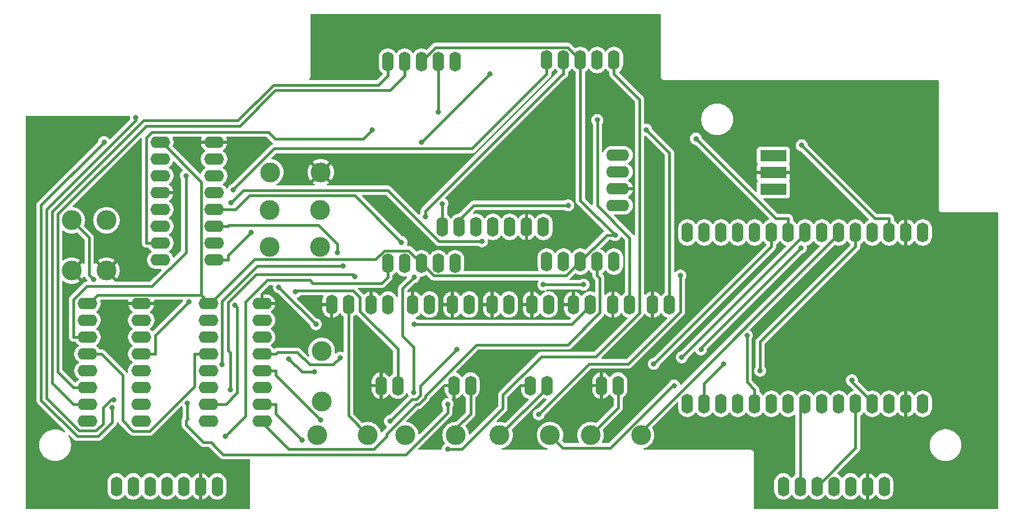
<source format=gbr>
%TF.GenerationSoftware,KiCad,Pcbnew,8.0.1*%
%TF.CreationDate,2024-04-15T10:29:32-04:00*%
%TF.ProjectId,Baja Dashboard Schematic Part 2,42616a61-2044-4617-9368-626f61726420,rev?*%
%TF.SameCoordinates,Original*%
%TF.FileFunction,Copper,L2,Bot*%
%TF.FilePolarity,Positive*%
%FSLAX46Y46*%
G04 Gerber Fmt 4.6, Leading zero omitted, Abs format (unit mm)*
G04 Created by KiCad (PCBNEW 8.0.1) date 2024-04-15 10:29:32*
%MOMM*%
%LPD*%
G01*
G04 APERTURE LIST*
%TA.AperFunction,ComponentPad*%
%ADD10O,1.750000X3.000000*%
%TD*%
%TA.AperFunction,ComponentPad*%
%ADD11C,3.000000*%
%TD*%
%TA.AperFunction,ComponentPad*%
%ADD12R,4.000000X1.750000*%
%TD*%
%TA.AperFunction,ComponentPad*%
%ADD13O,3.500000X1.750000*%
%TD*%
%TA.AperFunction,ComponentPad*%
%ADD14O,3.000000X1.750000*%
%TD*%
%TA.AperFunction,ViaPad*%
%ADD15C,0.800000*%
%TD*%
%TA.AperFunction,Conductor*%
%ADD16C,0.400000*%
%TD*%
%TA.AperFunction,Conductor*%
%ADD17C,0.250000*%
%TD*%
G04 APERTURE END LIST*
D10*
%TO.P,D4,1,K*%
%TO.N,GND*%
X162250000Y-111500000D03*
%TO.P,D4,2,A*%
%TO.N,Net-(D4-A)*%
X164790000Y-111500000D03*
%TD*%
%TO.P,D2,1,K*%
%TO.N,GND*%
X150000000Y-111500000D03*
%TO.P,D2,2,A*%
%TO.N,Net-(D2-A)*%
X152540000Y-111500000D03*
%TD*%
D11*
%TO.P,R10,1*%
%TO.N,Net-(U4-D27)*%
X172500000Y-131250000D03*
%TO.P,R10,2*%
%TO.N,Net-(D13-A)*%
X164880000Y-131250000D03*
%TD*%
D12*
%TO.P,U8,1,Vin*%
%TO.N,+12V*%
X192500000Y-89000000D03*
%TO.P,U8,2,GND*%
%TO.N,GND*%
X192500000Y-91540000D03*
%TO.P,U8,3,Vout*%
%TO.N,+5V*%
X192500000Y-94080000D03*
%TD*%
D10*
%TO.P,D1,1,K*%
%TO.N,GND*%
X144000000Y-111500000D03*
%TO.P,D1,2,A*%
%TO.N,Net-(D1-A)*%
X146540000Y-111500000D03*
%TD*%
D11*
%TO.P,R5,1*%
%TO.N,Net-(U4-D14)*%
X124250000Y-126120000D03*
%TO.P,R5,2*%
%TO.N,Net-(D8-A)*%
X124250000Y-118500000D03*
%TD*%
D10*
%TO.P,D6,1,K*%
%TO.N,GND*%
X174250000Y-111500000D03*
%TO.P,D6,2,A*%
%TO.N,Net-(D6-A)*%
X176790000Y-111500000D03*
%TD*%
%TO.P,D13,1,K*%
%TO.N,GND*%
X166500000Y-123750000D03*
%TO.P,D13,2,A*%
%TO.N,Net-(D13-A)*%
X169040000Y-123750000D03*
%TD*%
%TO.P,D9,1,K*%
%TO.N,GND*%
X131750000Y-111500000D03*
%TO.P,D9,2,A*%
%TO.N,Net-(D9-A)*%
X134290000Y-111500000D03*
%TD*%
D11*
%TO.P,R2,1*%
%TO.N,GND*%
X91750000Y-106370000D03*
%TO.P,R2,2*%
%TO.N,Net-(U2-R-EXT)*%
X91750000Y-98750000D03*
%TD*%
D10*
%TO.P,U5,1,2*%
%TO.N,Net-(U1-~{OUT2})*%
X168410000Y-74520000D03*
%TO.P,U5,2,1*%
%TO.N,Net-(U1-~{OUT1})*%
X165870000Y-74520000D03*
%TO.P,U5,3,GND*%
%TO.N,+5V*%
X163330000Y-74520000D03*
%TO.P,U5,4,6*%
%TO.N,Net-(U1-~{OUT6})*%
X160790000Y-74520000D03*
%TO.P,U5,5,5*%
%TO.N,Net-(U1-~{OUT5})*%
X158250000Y-74520000D03*
%TO.P,U5,6,4*%
%TO.N,Net-(U1-~{OUT4})*%
X158250000Y-105000000D03*
%TO.P,U5,7,7*%
%TO.N,Net-(U1-~{OUT7})*%
X160790000Y-105000000D03*
%TO.P,U5,8,GND*%
%TO.N,+5V*%
X163330000Y-105000000D03*
%TO.P,U5,9,3*%
%TO.N,Net-(U1-~{OUT3})*%
X165870000Y-105000000D03*
%TO.P,U5,10,0*%
%TO.N,Net-(U1-~{OUT0})*%
X168410000Y-105000000D03*
%TD*%
%TO.P,D3,1,K*%
%TO.N,GND*%
X156000000Y-111500000D03*
%TO.P,D3,2,A*%
%TO.N,Net-(D3-A)*%
X158540000Y-111500000D03*
%TD*%
D11*
%TO.P,R3,1*%
%TO.N,GND*%
X124120000Y-91500000D03*
%TO.P,R3,2*%
%TO.N,Net-(U3-R-EXT)*%
X116500000Y-91500000D03*
%TD*%
%TO.P,R1,1*%
%TO.N,GND*%
X86500000Y-106370000D03*
%TO.P,R1,2*%
%TO.N,Net-(U1-R-EXT)*%
X86500000Y-98750000D03*
%TD*%
D10*
%TO.P,D12,1,K*%
%TO.N,GND*%
X155750000Y-123750000D03*
%TO.P,D12,2,A*%
%TO.N,Net-(D12-A)*%
X158290000Y-123750000D03*
%TD*%
%TO.P,D11,1,K*%
%TO.N,GND*%
X144210000Y-123750000D03*
%TO.P,D11,2,A*%
%TO.N,Net-(D11-A)*%
X146750000Y-123750000D03*
%TD*%
D11*
%TO.P,R4,1*%
%TO.N,+3.3V*%
X124000000Y-97200000D03*
%TO.P,R4,2*%
%TO.N,Net-(D7-A)*%
X116380000Y-97200000D03*
%TD*%
D10*
%TO.P,D8,1,K*%
%TO.N,GND*%
X138000000Y-111500000D03*
%TO.P,D8,2,A*%
%TO.N,Net-(D8-A)*%
X140540000Y-111500000D03*
%TD*%
%TO.P,D7,1,K*%
%TO.N,GND*%
X133210000Y-123750000D03*
%TO.P,D7,2,A*%
%TO.N,Net-(D7-A)*%
X135750000Y-123750000D03*
%TD*%
%TO.P,U6,1,2*%
%TO.N,Net-(U2-~{OUT2})*%
X144410000Y-74770000D03*
%TO.P,U6,2,1*%
%TO.N,Net-(U2-~{OUT1})*%
X141870000Y-74770000D03*
%TO.P,U6,3,GND*%
%TO.N,+5V*%
X139330000Y-74770000D03*
%TO.P,U6,4,6*%
%TO.N,Net-(U2-~{OUT6})*%
X136790000Y-74770000D03*
%TO.P,U6,5,5*%
%TO.N,Net-(U2-~{OUT5})*%
X134250000Y-74770000D03*
%TO.P,U6,6,4*%
%TO.N,Net-(U2-~{OUT4})*%
X134250000Y-105250000D03*
%TO.P,U6,7,7*%
%TO.N,Net-(U2-~{OUT7})*%
X136790000Y-105250000D03*
%TO.P,U6,8,GND*%
%TO.N,+5V*%
X139330000Y-105250000D03*
%TO.P,U6,9,3*%
%TO.N,Net-(U2-~{OUT3})*%
X141870000Y-105250000D03*
%TO.P,U6,10,0*%
%TO.N,Net-(U2-~{OUT0})*%
X144410000Y-105250000D03*
%TD*%
D11*
%TO.P,R6,1*%
%TO.N,Net-(U4-D13)*%
X116380000Y-102750000D03*
%TO.P,R6,2*%
%TO.N,Net-(D9-A)*%
X124000000Y-102750000D03*
%TD*%
D10*
%TO.P,U8_Left1,1,RST*%
%TO.N,unconnected-(U8_Left1-RST-Pad1)*%
X93260000Y-139000000D03*
%TO.P,U8_Left1,2,ES*%
%TO.N,Net-(U4-TX2)*%
X95800000Y-139000000D03*
%TO.P,U8_Left1,3,DC*%
%TO.N,Net-(U4-RX2)*%
X98340000Y-139000000D03*
%TO.P,U8_Left1,4,SDA*%
%TO.N,Net-(U4-D23)*%
X100880000Y-139000000D03*
%TO.P,U8_Left1,5,SCL*%
%TO.N,Net-(U4-D18)*%
X103420000Y-139000000D03*
%TO.P,U8_Left1,6,GND*%
%TO.N,GND*%
X105960000Y-139000000D03*
%TO.P,U8_Left1,7,VCC*%
%TO.N,+3.3V*%
X108500000Y-139000000D03*
%TD*%
D13*
%TO.P,J1,1,Pin_1*%
%TO.N,Net-(J1-Pin_1)*%
X169000000Y-96520000D03*
%TO.P,J1,2,Pin_2*%
%TO.N,GND*%
X169000000Y-93980000D03*
%TO.P,J1,3,Pin_3*%
%TO.N,Net-(J1-Pin_3)*%
X169000000Y-91440000D03*
%TO.P,J1,4,Pin_4*%
%TO.N,+12V*%
X169000000Y-88900000D03*
%TD*%
D11*
%TO.P,R9,1*%
%TO.N,Net-(U4-D15)*%
X158750000Y-131250000D03*
%TO.P,R9,2*%
%TO.N,Net-(D12-A)*%
X151130000Y-131250000D03*
%TD*%
D10*
%TO.P,D10,1,K*%
%TO.N,GND*%
X125750000Y-111500000D03*
%TO.P,D10,2,A*%
%TO.N,Net-(D10-A)*%
X128290000Y-111500000D03*
%TD*%
%TO.P,U7_Right1,1,RST*%
%TO.N,unconnected-(U7_Right1-RST-Pad1)*%
X194000000Y-139000000D03*
%TO.P,U7_Right1,2,ES*%
%TO.N,Net-(U4-D5)*%
X196540000Y-139000000D03*
%TO.P,U7_Right1,3,DC*%
%TO.N,Net-(U4-D4)*%
X199080000Y-139000000D03*
%TO.P,U7_Right1,4,SDA*%
%TO.N,Net-(U4-D23)*%
X201620000Y-139000000D03*
%TO.P,U7_Right1,5,SCL*%
%TO.N,Net-(U4-D18)*%
X204160000Y-139000000D03*
%TO.P,U7_Right1,6,GND*%
%TO.N,GND*%
X206700000Y-139000000D03*
%TO.P,U7_Right1,7,VCC*%
%TO.N,+3.3V*%
X209240000Y-139000000D03*
%TD*%
D11*
%TO.P,R7,1*%
%TO.N,Net-(U4-D12)*%
X123630000Y-131250000D03*
%TO.P,R7,2*%
%TO.N,Net-(D10-A)*%
X131250000Y-131250000D03*
%TD*%
D10*
%TO.P,D5,1,K*%
%TO.N,GND*%
X168250000Y-111500000D03*
%TO.P,D5,2,A*%
%TO.N,Net-(D5-A)*%
X170790000Y-111500000D03*
%TD*%
D11*
%TO.P,R8,1*%
%TO.N,Net-(U4-D2)*%
X136880000Y-131250000D03*
%TO.P,R8,2*%
%TO.N,Net-(D11-A)*%
X144500000Y-131250000D03*
%TD*%
D14*
%TO.P,U2,1,GND*%
%TO.N,GND*%
X97000000Y-111340000D03*
%TO.P,U2,2,SDI*%
%TO.N,Net-(U1-SDO)*%
X97000000Y-113880000D03*
%TO.P,U2,3,CLK*%
%TO.N,Net-(U1-CLK)*%
X97000000Y-116420000D03*
%TO.P,U2,4,LE(ED1)*%
%TO.N,Net-(U1-LE(ED1))*%
X97000000Y-118960000D03*
%TO.P,U2,5,~{OUT0}*%
%TO.N,Net-(U2-~{OUT0})*%
X97000000Y-121500000D03*
%TO.P,U2,6,~{OUT1}*%
%TO.N,Net-(U2-~{OUT1})*%
X97000000Y-124040000D03*
%TO.P,U2,7,~{OUT2}*%
%TO.N,Net-(U2-~{OUT2})*%
X97000000Y-126580000D03*
%TO.P,U2,8,~{OUT3}*%
%TO.N,Net-(U2-~{OUT3})*%
X97000000Y-129120000D03*
%TO.P,U2,9,~{OUT4}*%
%TO.N,Net-(U2-~{OUT4})*%
X88880000Y-129120000D03*
%TO.P,U2,10,~{OUT5}*%
%TO.N,Net-(U2-~{OUT5})*%
X88880000Y-126580000D03*
%TO.P,U2,11,~{OUT6}*%
%TO.N,Net-(U2-~{OUT6})*%
X88880000Y-124040000D03*
%TO.P,U2,12,~{OUT7}*%
%TO.N,Net-(U2-~{OUT7})*%
X88880000Y-121500000D03*
%TO.P,U2,13,~{OE}(ED2)*%
%TO.N,Net-(U1-~{OE}(ED2))*%
X88880000Y-118960000D03*
%TO.P,U2,14,SDO*%
%TO.N,Net-(U2-SDO)*%
X88880000Y-116420000D03*
%TO.P,U2,15,R-EXT*%
%TO.N,Net-(U2-R-EXT)*%
X88880000Y-113880000D03*
%TO.P,U2,16,VDD*%
%TO.N,+5V*%
X88880000Y-111340000D03*
%TD*%
D10*
%TO.P,U4,1,3V3*%
%TO.N,+3.3V*%
X215060000Y-126500000D03*
%TO.P,U4,2,GND*%
%TO.N,GND*%
X212520000Y-126500000D03*
%TO.P,U4,3,D15*%
%TO.N,Net-(U4-D15)*%
X209980000Y-126500000D03*
%TO.P,U4,4,D2*%
%TO.N,Net-(U4-D2)*%
X207440000Y-126500000D03*
%TO.P,U4,5,D4*%
%TO.N,Net-(U4-D4)*%
X204900000Y-126500000D03*
%TO.P,U4,6,RX2*%
%TO.N,Net-(U4-RX2)*%
X202360000Y-126500000D03*
%TO.P,U4,7,TX2*%
%TO.N,Net-(U4-TX2)*%
X199820000Y-126500000D03*
%TO.P,U4,8,D5*%
%TO.N,Net-(U4-D5)*%
X197280000Y-126500000D03*
%TO.P,U4,9,D18*%
%TO.N,Net-(U4-D18)*%
X194740000Y-126500000D03*
%TO.P,U4,10,D19*%
%TO.N,unconnected-(U4-D19-Pad10)*%
X192200000Y-126500000D03*
%TO.P,U4,11,D21*%
%TO.N,Net-(U4-D21)*%
X189660000Y-126500000D03*
%TO.P,U4,12,RX0*%
%TO.N,unconnected-(U4-RX0-Pad12)*%
X187120000Y-126500000D03*
%TO.P,U4,13,TX0*%
%TO.N,unconnected-(U4-TX0-Pad13)*%
X184580000Y-126500000D03*
%TO.P,U4,14,D22*%
%TO.N,Net-(U4-D22)*%
X182040000Y-126500000D03*
%TO.P,U4,15,D23*%
%TO.N,Net-(U4-D23)*%
X179500000Y-126500000D03*
%TO.P,U4,16,EN*%
%TO.N,unconnected-(U4-EN-Pad16)*%
X179500000Y-100600000D03*
%TO.P,U4,17,UP*%
%TO.N,unconnected-(U4-UP-Pad17)*%
X182040000Y-100600000D03*
%TO.P,U4,18,UN*%
%TO.N,unconnected-(U4-UN-Pad18)*%
X184580000Y-100600000D03*
%TO.P,U4,19,D34*%
%TO.N,unconnected-(U4-D34-Pad19)*%
X187120000Y-100600000D03*
%TO.P,U4,20,D35*%
%TO.N,unconnected-(U4-D35-Pad20)*%
X189660000Y-100600000D03*
%TO.P,U4,21,D32*%
%TO.N,Net-(U1-SDI)*%
X192200000Y-100600000D03*
%TO.P,U4,22,D33*%
%TO.N,Net-(U1-CLK)*%
X194740000Y-100600000D03*
%TO.P,U4,23,D25*%
%TO.N,Net-(U1-LE(ED1))*%
X197280000Y-100600000D03*
%TO.P,U4,24,D26*%
%TO.N,Net-(U1-~{OE}(ED2))*%
X199820000Y-100600000D03*
%TO.P,U4,25,D27*%
%TO.N,Net-(U4-D27)*%
X202360000Y-100600000D03*
%TO.P,U4,26,D14*%
%TO.N,Net-(U4-D14)*%
X204900000Y-100600000D03*
%TO.P,U4,27,D12*%
%TO.N,Net-(U4-D12)*%
X207440000Y-100600000D03*
%TO.P,U4,28,D13*%
%TO.N,Net-(U4-D13)*%
X209980000Y-100600000D03*
%TO.P,U4,29,GND*%
%TO.N,GND*%
X212520000Y-100600000D03*
%TO.P,U4,30,VIN*%
%TO.N,+5V*%
X215060000Y-100600000D03*
%TD*%
%TO.P,U7,1,Vcc*%
%TO.N,+3.3V*%
X157750000Y-99750000D03*
%TO.P,U7,2,GND(Logic)*%
%TO.N,GND*%
X155210000Y-99750000D03*
%TO.P,U7,3,RX*%
%TO.N,Net-(U4-D22)*%
X152670000Y-99750000D03*
%TO.P,U7,4,TX*%
%TO.N,Net-(U4-D21)*%
X150130000Y-99750000D03*
%TO.P,U7,5,SLNT*%
%TO.N,unconnected-(U7-SLNT-Pad5)*%
X147590000Y-99750000D03*
%TO.P,U7,6,CANH*%
%TO.N,Net-(J1-Pin_1)*%
X145050000Y-99750000D03*
%TO.P,U7,7,CANL*%
%TO.N,Net-(J1-Pin_3)*%
X142510000Y-99750000D03*
%TD*%
D14*
%TO.P,U3,1,GND*%
%TO.N,GND*%
X108000000Y-86960000D03*
%TO.P,U3,2,SDI*%
%TO.N,Net-(U2-SDO)*%
X108000000Y-89500000D03*
%TO.P,U3,3,CLK*%
%TO.N,Net-(U1-CLK)*%
X108000000Y-92040000D03*
%TO.P,U3,4,LE(ED1)*%
%TO.N,Net-(U1-LE(ED1))*%
X108000000Y-94580000D03*
%TO.P,U3,5,~{OUT0}*%
%TO.N,Net-(D1-A)*%
X108000000Y-97120000D03*
%TO.P,U3,6,~{OUT1}*%
%TO.N,Net-(D2-A)*%
X108000000Y-99660000D03*
%TO.P,U3,7,~{OUT2}*%
%TO.N,Net-(D3-A)*%
X108000000Y-102200000D03*
%TO.P,U3,8,~{OUT3}*%
%TO.N,Net-(D4-A)*%
X108000000Y-104740000D03*
%TO.P,U3,9,~{OUT4}*%
%TO.N,Net-(D5-A)*%
X99880000Y-104740000D03*
%TO.P,U3,10,~{OUT5}*%
%TO.N,Net-(D6-A)*%
X99880000Y-102200000D03*
%TO.P,U3,11,~{OUT6}*%
%TO.N,unconnected-(U3-~{OUT6}-Pad11)*%
X99880000Y-99660000D03*
%TO.P,U3,12,~{OUT7}*%
%TO.N,unconnected-(U3-~{OUT7}-Pad12)*%
X99880000Y-97120000D03*
%TO.P,U3,13,~{OE}(ED2)*%
%TO.N,GND*%
X99880000Y-94580000D03*
%TO.P,U3,14,SDO*%
%TO.N,unconnected-(U3-SDO-Pad14)*%
X99880000Y-92040000D03*
%TO.P,U3,15,R-EXT*%
%TO.N,Net-(U3-R-EXT)*%
X99880000Y-89500000D03*
%TO.P,U3,16,VDD*%
%TO.N,+5V*%
X99880000Y-86960000D03*
%TD*%
%TO.P,U1,1,GND*%
%TO.N,GND*%
X115250000Y-111340000D03*
%TO.P,U1,2,SDI*%
%TO.N,Net-(U1-SDI)*%
X115250000Y-113880000D03*
%TO.P,U1,3,CLK*%
%TO.N,Net-(U1-CLK)*%
X115250000Y-116420000D03*
%TO.P,U1,4,LE(ED1)*%
%TO.N,Net-(U1-LE(ED1))*%
X115250000Y-118960000D03*
%TO.P,U1,5,~{OUT0}*%
%TO.N,Net-(U1-~{OUT0})*%
X115250000Y-121500000D03*
%TO.P,U1,6,~{OUT1}*%
%TO.N,Net-(U1-~{OUT1})*%
X115250000Y-124040000D03*
%TO.P,U1,7,~{OUT2}*%
%TO.N,Net-(U1-~{OUT2})*%
X115250000Y-126580000D03*
%TO.P,U1,8,~{OUT3}*%
%TO.N,Net-(U1-~{OUT3})*%
X115250000Y-129120000D03*
%TO.P,U1,9,~{OUT4}*%
%TO.N,Net-(U1-~{OUT4})*%
X107130000Y-129120000D03*
%TO.P,U1,10,~{OUT5}*%
%TO.N,Net-(U1-~{OUT5})*%
X107130000Y-126580000D03*
%TO.P,U1,11,~{OUT6}*%
%TO.N,Net-(U1-~{OUT6})*%
X107130000Y-124040000D03*
%TO.P,U1,12,~{OUT7}*%
%TO.N,Net-(U1-~{OUT7})*%
X107130000Y-121500000D03*
%TO.P,U1,13,~{OE}(ED2)*%
%TO.N,Net-(U1-~{OE}(ED2))*%
X107130000Y-118960000D03*
%TO.P,U1,14,SDO*%
%TO.N,Net-(U1-SDO)*%
X107130000Y-116420000D03*
%TO.P,U1,15,R-EXT*%
%TO.N,Net-(U1-R-EXT)*%
X107130000Y-113880000D03*
%TO.P,U1,16,VDD*%
%TO.N,+5V*%
X107130000Y-111340000D03*
%TD*%
D15*
%TO.N,Net-(D1-A)*%
X136328000Y-102076000D03*
%TO.N,Net-(D2-A)*%
X126644000Y-103627000D03*
%TO.N,Net-(D3-A)*%
X110520000Y-96069200D03*
X148470000Y-101944000D03*
%TO.N,Net-(D4-A)*%
X123382000Y-114486000D03*
X113613000Y-100586000D03*
X117775000Y-108878000D03*
X138211000Y-114486000D03*
%TO.N,Net-(D5-A)*%
X165903000Y-83603600D03*
%TO.N,Net-(D6-A)*%
X173284000Y-85067500D03*
X131893000Y-85067500D03*
%TO.N,Net-(D7-A)*%
X120304000Y-109588000D03*
%TO.N,Net-(U1-R-EXT)*%
X89781000Y-107708000D03*
%TO.N,Net-(U4-D14)*%
X190491000Y-121493000D03*
%TO.N,Net-(U4-D13)*%
X196759000Y-87423300D03*
%TO.N,Net-(U4-D12)*%
X134571000Y-129121000D03*
X181568000Y-118302000D03*
X144642000Y-118302000D03*
X196640000Y-102955000D03*
%TO.N,Net-(U4-D2)*%
X204345000Y-122950000D03*
%TO.N,Net-(U4-D15)*%
X177500000Y-123750000D03*
%TO.N,Net-(U1-~{OUT1})*%
X149649000Y-76621700D03*
X139350000Y-86920900D03*
%TO.N,+5V*%
X168600000Y-101000000D03*
%TO.N,Net-(U1-~{OUT2})*%
X121296000Y-132003000D03*
X143308000Y-133352000D03*
%TO.N,Net-(U1-CLK)*%
X180783000Y-86418600D03*
%TO.N,Net-(U1-~{OUT6})*%
X127509000Y-105666000D03*
X109232000Y-120600000D03*
X139906000Y-98217400D03*
%TO.N,Net-(U1-LE(ED1))*%
X178657000Y-119473000D03*
X127039000Y-119548000D03*
X104184000Y-111068000D03*
%TO.N,Net-(U1-~{OUT5})*%
X111145000Y-111627000D03*
X110910000Y-94174500D03*
%TO.N,Net-(U1-~{OUT0})*%
X178448000Y-107102000D03*
X124082000Y-128935000D03*
X157032000Y-128102000D03*
%TO.N,Net-(U1-SDI)*%
X119312000Y-119700000D03*
X123146000Y-121654000D03*
X174427000Y-120474000D03*
%TO.N,Net-(U2-~{OUT0})*%
X143279000Y-126555000D03*
X138198000Y-107352000D03*
X138134000Y-124784000D03*
X103954000Y-126377000D03*
%TO.N,Net-(U2-~{OUT2})*%
X92884200Y-125905000D03*
X96194900Y-83259500D03*
%TO.N,Net-(U2-~{OUT7})*%
X110487000Y-124423000D03*
X129282000Y-107260000D03*
%TO.N,Net-(U2-SDO)*%
X103745000Y-92019800D03*
%TO.N,Net-(U2-~{OUT4})*%
X109679000Y-131418000D03*
%TO.N,Net-(U2-~{OUT1})*%
X141870000Y-82360000D03*
X92624900Y-127132000D03*
X91391000Y-86933900D03*
%TO.N,Net-(U4-D21)*%
X157750000Y-108500000D03*
X163820000Y-108493000D03*
X188496000Y-116171000D03*
%TO.N,Net-(U4-D22)*%
X185000000Y-120500000D03*
%TO.N,Net-(J1-Pin_3)*%
X142500000Y-96250000D03*
%TO.N,Net-(J1-Pin_1)*%
X161500000Y-96500000D03*
%TD*%
D16*
%TO.N,Net-(D1-A)*%
X129292000Y-95040000D02*
X136328000Y-102076000D01*
X113315000Y-95040000D02*
X129292000Y-95040000D01*
X111235000Y-97120000D02*
X113315000Y-95040000D01*
X107750000Y-97120000D02*
X111235000Y-97120000D01*
%TO.N,Net-(D2-A)*%
X123757000Y-99523300D02*
X126644000Y-102410000D01*
X126644000Y-102410000D02*
X126644000Y-103627000D01*
X110238000Y-99523300D02*
X123757000Y-99523300D01*
X107750000Y-99660000D02*
X110102000Y-99660000D01*
X110102000Y-99660000D02*
X110238000Y-99523300D01*
%TO.N,Net-(D3-A)*%
X134255000Y-94208000D02*
X112381000Y-94208000D01*
X148470000Y-101944000D02*
X141991000Y-101944000D01*
X141991000Y-101944000D02*
X134255000Y-94208000D01*
X112381000Y-94208000D02*
X110520000Y-96069200D01*
%TO.N,Net-(D4-A)*%
X107750000Y-104740000D02*
X110102000Y-104740000D01*
X164790000Y-111500000D02*
X164790000Y-111707000D01*
X110102000Y-104098000D02*
X113613000Y-100586000D01*
X110102000Y-104740000D02*
X110102000Y-104098000D01*
X117775000Y-108878000D02*
X123382000Y-114486000D01*
X162011000Y-114486000D02*
X138211000Y-114486000D01*
X164790000Y-111707000D02*
X162011000Y-114486000D01*
%TO.N,Net-(D5-A)*%
X170790000Y-111500000D02*
X170790000Y-101397000D01*
X170790000Y-101397000D02*
X165903000Y-96510200D01*
X165903000Y-96510200D02*
X165903000Y-83603600D01*
%TO.N,Net-(D6-A)*%
X116208000Y-85441700D02*
X117229000Y-86462400D01*
X117229000Y-86462400D02*
X130498000Y-86462400D01*
X97778300Y-86259700D02*
X98596300Y-85441700D01*
X176790000Y-88573700D02*
X176790000Y-111500000D01*
X173284000Y-85067500D02*
X176790000Y-88573700D01*
X98596300Y-85441700D02*
X116208000Y-85441700D01*
X100130000Y-102200000D02*
X97778300Y-102200000D01*
X130498000Y-86462400D02*
X131893000Y-85067500D01*
X97778300Y-102200000D02*
X97778300Y-86259700D01*
%TO.N,Net-(D7-A)*%
X120304000Y-109588000D02*
X120508000Y-109384000D01*
X130020000Y-110436000D02*
X130020000Y-112512000D01*
X135750000Y-118242000D02*
X135750000Y-123750000D01*
X120508000Y-109384000D02*
X128968000Y-109384000D01*
X128968000Y-109384000D02*
X130020000Y-110436000D01*
X130020000Y-112512000D02*
X135750000Y-118242000D01*
%TO.N,Net-(D10-A)*%
X128290000Y-111500000D02*
X128290000Y-128290000D01*
X128290000Y-128290000D02*
X131250000Y-131250000D01*
%TO.N,Net-(D11-A)*%
X144500000Y-131250000D02*
X144500000Y-130250000D01*
X146750000Y-128000000D02*
X146750000Y-123750000D01*
X144500000Y-130250000D02*
X146750000Y-128000000D01*
%TO.N,Net-(D12-A)*%
X158290000Y-123750000D02*
X158290000Y-124090000D01*
X158290000Y-124090000D02*
X151130000Y-131250000D01*
%TO.N,Net-(D13-A)*%
X169040000Y-127090000D02*
X169040000Y-123750000D01*
X164880000Y-131250000D02*
X169040000Y-127090000D01*
%TO.N,Net-(U1-R-EXT)*%
X89125000Y-101375000D02*
X89125000Y-107052000D01*
X86500000Y-98750000D02*
X89125000Y-101375000D01*
X89125000Y-107052000D02*
X89781000Y-107708000D01*
%TO.N,Net-(U4-D14)*%
X204900000Y-100850000D02*
X204900000Y-102702000D01*
X204900000Y-102702000D02*
X190491000Y-117111000D01*
X190491000Y-117111000D02*
X190491000Y-121493000D01*
%TO.N,Net-(U4-D13)*%
X209980000Y-98498300D02*
X207834000Y-98498300D01*
X207834000Y-98498300D02*
X196759000Y-87423300D01*
X209980000Y-100850000D02*
X209980000Y-98498300D01*
%TO.N,Net-(U4-D12)*%
X137906000Y-125786000D02*
X134571000Y-129121000D01*
X139136000Y-123808000D02*
X139136000Y-125198000D01*
X139136000Y-125198000D02*
X138548000Y-125786000D01*
X138548000Y-125786000D02*
X137906000Y-125786000D01*
X181568000Y-118028000D02*
X181568000Y-118302000D01*
X144642000Y-118302000D02*
X139136000Y-123808000D01*
X196640000Y-102955000D02*
X181568000Y-118028000D01*
%TO.N,Net-(U4-D2)*%
X204345000Y-123155000D02*
X207440000Y-126250000D01*
X204345000Y-122950000D02*
X204345000Y-123155000D01*
%TO.N,Net-(U4-D15)*%
X158750000Y-131250000D02*
X160650000Y-133150000D01*
X167850000Y-133150000D02*
X177250000Y-123750000D01*
X177250000Y-123750000D02*
X177500000Y-123750000D01*
X160650000Y-133150000D02*
X167850000Y-133150000D01*
%TO.N,Net-(U4-D27)*%
X172500000Y-130710000D02*
X202360000Y-100850000D01*
X172500000Y-131250000D02*
X172500000Y-130710000D01*
%TO.N,Net-(U1-~{OUT1})*%
X139350000Y-86920900D02*
X149649000Y-76621700D01*
%TO.N,+5V*%
X114070000Y-104650000D02*
X132422000Y-104650000D01*
X100130000Y-86960000D02*
X106100000Y-92930000D01*
X106105000Y-110065000D02*
X90405000Y-110065000D01*
X106100000Y-110060000D02*
X106105000Y-110065000D01*
X163330000Y-105000000D02*
X161180000Y-107150000D01*
X163330000Y-105000000D02*
X167330000Y-101000000D01*
X168600000Y-101000000D02*
X163330000Y-95730000D01*
X167330000Y-101000000D02*
X168600000Y-101000000D01*
X106105000Y-110065000D02*
X107380000Y-111340000D01*
X163330000Y-95730000D02*
X163330000Y-74520000D01*
X106100000Y-92930000D02*
X106100000Y-110060000D01*
X139330000Y-74770000D02*
X141480000Y-72620000D01*
X161180000Y-107150000D02*
X141230000Y-107150000D01*
X141480000Y-72620000D02*
X161430000Y-72620000D01*
X133722000Y-103350000D02*
X137430000Y-103350000D01*
X137430000Y-103350000D02*
X139330000Y-105250000D01*
X90405000Y-110065000D02*
X89130000Y-111340000D01*
X141230000Y-107150000D02*
X139330000Y-105250000D01*
X107380000Y-111340000D02*
X114070000Y-104650000D01*
X132422000Y-104650000D02*
X133722000Y-103350000D01*
X161430000Y-72620000D02*
X163330000Y-74520000D01*
X107380000Y-111340000D02*
X106105000Y-110065000D01*
%TO.N,Net-(U1-~{OUT2})*%
X172276000Y-112782000D02*
X165704000Y-119354000D01*
X168410000Y-74520000D02*
X168410000Y-76621700D01*
X115000000Y-126580000D02*
X117352000Y-126580000D01*
X117352000Y-126580000D02*
X117352000Y-128059000D01*
X172276000Y-80487600D02*
X172276000Y-112782000D01*
X168410000Y-76621700D02*
X172276000Y-80487600D01*
X165704000Y-119354000D02*
X157415000Y-119354000D01*
X117352000Y-128059000D02*
X121296000Y-132003000D01*
X151619000Y-125150000D02*
X151619000Y-127155000D01*
X157415000Y-119354000D02*
X151619000Y-125150000D01*
X145422000Y-133352000D02*
X143308000Y-133352000D01*
X151619000Y-127155000D02*
X145422000Y-133352000D01*
%TO.N,Net-(U1-CLK)*%
X194740000Y-100850000D02*
X194740000Y-98498300D01*
X192863000Y-98498300D02*
X180783000Y-86418600D01*
X194740000Y-98498300D02*
X192863000Y-98498300D01*
%TO.N,Net-(U1-~{OUT6})*%
X160790000Y-74520000D02*
X160790000Y-76621700D01*
X160790000Y-76621700D02*
X160636000Y-76621700D01*
X109232000Y-110977000D02*
X109232000Y-120600000D01*
X114542000Y-105666000D02*
X109232000Y-110977000D01*
X127509000Y-105666000D02*
X114542000Y-105666000D01*
X160636000Y-76621700D02*
X139906000Y-97352000D01*
X139906000Y-97352000D02*
X139906000Y-98217400D01*
%TO.N,Net-(U1-~{OUT3})*%
X139938000Y-125532000D02*
X138882000Y-126588000D01*
X165870000Y-107102000D02*
X166270000Y-107502000D01*
X147596000Y-117616000D02*
X139938000Y-125274000D01*
X119240000Y-133360000D02*
X115000000Y-129120000D01*
X166270000Y-112739000D02*
X161393000Y-117616000D01*
X165870000Y-105000000D02*
X165870000Y-107102000D01*
X138882000Y-126588000D02*
X138538000Y-126588000D01*
X161393000Y-117616000D02*
X147596000Y-117616000D01*
X132136000Y-133360000D02*
X119240000Y-133360000D01*
X138538000Y-126588000D02*
X134065000Y-131061000D01*
X166270000Y-107502000D02*
X166270000Y-112739000D01*
X134065000Y-131061000D02*
X134065000Y-131432000D01*
X139938000Y-125274000D02*
X139938000Y-125532000D01*
X134065000Y-131432000D02*
X132136000Y-133360000D01*
%TO.N,Net-(U1-~{OE}(ED2))*%
X95770800Y-130607000D02*
X94200100Y-129036000D01*
X105028000Y-123863000D02*
X98284200Y-130607000D01*
X105028000Y-118960000D02*
X105028000Y-123863000D01*
X107380000Y-118960000D02*
X105028000Y-118960000D01*
X98284200Y-130607000D02*
X95770800Y-130607000D01*
X94200100Y-122178000D02*
X90981700Y-118960000D01*
X94200100Y-129036000D02*
X94200100Y-122178000D01*
X90981700Y-118960000D02*
X89130000Y-118960000D01*
%TO.N,Net-(U1-LE(ED1))*%
X117613000Y-118698000D02*
X120553000Y-118698000D01*
X96750000Y-118960000D02*
X99101700Y-118960000D01*
X99101700Y-116150000D02*
X104184000Y-111068000D01*
X115000000Y-118960000D02*
X117352000Y-118960000D01*
X125983000Y-120603000D02*
X127039000Y-119548000D01*
X99101700Y-118960000D02*
X99101700Y-116150000D01*
X197280000Y-100850000D02*
X178657000Y-119473000D01*
X122458000Y-120603000D02*
X125983000Y-120603000D01*
X120553000Y-118698000D02*
X122458000Y-120603000D01*
X117352000Y-118960000D02*
X117613000Y-118698000D01*
%TO.N,Net-(U1-~{OUT5})*%
X146949000Y-87922600D02*
X117086000Y-87922600D01*
X111496000Y-111978000D02*
X111145000Y-111627000D01*
X110910000Y-94098200D02*
X110910000Y-94174500D01*
X158250000Y-74520000D02*
X158250000Y-76621700D01*
X109747000Y-126580000D02*
X111496000Y-124831000D01*
X158250000Y-76621700D02*
X146949000Y-87922600D01*
X117086000Y-87922600D02*
X110910000Y-94098200D01*
X107380000Y-126580000D02*
X109747000Y-126580000D01*
X111496000Y-124831000D02*
X111496000Y-111978000D01*
%TO.N,Net-(U1-~{OUT0})*%
X124082000Y-128935000D02*
X117352000Y-122205000D01*
X117352000Y-122205000D02*
X117352000Y-121500000D01*
X178448000Y-112614000D02*
X178448000Y-107102000D01*
X157032000Y-128102000D02*
X164690000Y-120445000D01*
X164690000Y-120445000D02*
X170617000Y-120445000D01*
X117352000Y-121500000D02*
X115000000Y-121500000D01*
X170617000Y-120445000D02*
X178448000Y-112614000D01*
%TO.N,Net-(U1-SDI)*%
X192200000Y-100850000D02*
X192200000Y-102702000D01*
X121265000Y-121654000D02*
X119312000Y-119700000D01*
X123146000Y-121654000D02*
X121265000Y-121654000D01*
X192200000Y-102702000D02*
X174427000Y-120474000D01*
%TO.N,Net-(U2-~{OUT0})*%
X136478000Y-116286000D02*
X138134000Y-117942000D01*
X136478000Y-109071000D02*
X136478000Y-116286000D01*
X103771000Y-129679000D02*
X106416000Y-132325000D01*
X104006000Y-128780000D02*
X103771000Y-129015000D01*
X103954000Y-128730000D02*
X104006000Y-128780000D01*
X109390000Y-134165000D02*
X136949000Y-134165000D01*
X136949000Y-134165000D02*
X143279000Y-127835000D01*
X138134000Y-117942000D02*
X138134000Y-124784000D01*
X108293000Y-133068000D02*
X109390000Y-134165000D01*
X143279000Y-127835000D02*
X143279000Y-126555000D01*
X108291000Y-133068000D02*
X108293000Y-133068000D01*
X106416000Y-132325000D02*
X107548000Y-132325000D01*
X103954000Y-126377000D02*
X103954000Y-128730000D01*
X138198000Y-107352000D02*
X136478000Y-109071000D01*
X103771000Y-129015000D02*
X103771000Y-129679000D01*
X107548000Y-132325000D02*
X108291000Y-133068000D01*
%TO.N,Net-(U2-~{OUT2})*%
X82698900Y-97116600D02*
X82698900Y-125657000D01*
X91223300Y-129545000D02*
X91223300Y-127117000D01*
X91223300Y-127117000D02*
X92435200Y-125905000D01*
X82698900Y-125657000D02*
X87643900Y-130602000D01*
X92435200Y-125905000D02*
X92884200Y-125905000D01*
X90166400Y-130602000D02*
X91223300Y-129545000D01*
X96194900Y-83620600D02*
X82698900Y-97116600D01*
X87643900Y-130602000D02*
X90166400Y-130602000D01*
X96194900Y-83259500D02*
X96194900Y-83620600D01*
%TO.N,Net-(U2-~{OUT5})*%
X97334000Y-83685400D02*
X111561000Y-83685400D01*
X83539700Y-123341000D02*
X83539700Y-97479700D01*
X83539700Y-97479700D02*
X97334000Y-83685400D01*
X134250000Y-76871700D02*
X134250000Y-74770000D01*
X89130000Y-126580000D02*
X86778300Y-126580000D01*
X116948000Y-78298700D02*
X132823000Y-78298700D01*
X86778300Y-126580000D02*
X83539700Y-123341000D01*
X132823000Y-78298700D02*
X134250000Y-76871700D01*
X111561000Y-83685400D02*
X116948000Y-78298700D01*
%TO.N,Net-(U2-~{OUT7})*%
X128998000Y-106977000D02*
X114377000Y-106977000D01*
X110487000Y-118774000D02*
X110487000Y-124423000D01*
X129282000Y-107260000D02*
X128998000Y-106977000D01*
X114377000Y-106977000D02*
X110144000Y-111210000D01*
X110144000Y-118431000D02*
X110487000Y-118774000D01*
X110144000Y-111210000D02*
X110144000Y-118431000D01*
%TO.N,Net-(U2-SDO)*%
X86778300Y-110724000D02*
X88792000Y-108710000D01*
X88792000Y-108710000D02*
X98634400Y-108710000D01*
X86778300Y-116420000D02*
X86778300Y-110724000D01*
X103745000Y-103599000D02*
X103745000Y-92019800D01*
X89130000Y-116420000D02*
X86778300Y-116420000D01*
X98634400Y-108710000D02*
X103745000Y-103599000D01*
%TO.N,Net-(U2-~{OUT4})*%
X112755000Y-111102000D02*
X112755000Y-128342000D01*
X116030000Y-107827000D02*
X112755000Y-111102000D01*
X122493000Y-107827000D02*
X116030000Y-107827000D01*
X122928000Y-108262000D02*
X122493000Y-107827000D01*
X112755000Y-128342000D02*
X109679000Y-131418000D01*
X134250000Y-105250000D02*
X134250000Y-107352000D01*
X134250000Y-107352000D02*
X133340000Y-108262000D01*
X133340000Y-108262000D02*
X122928000Y-108262000D01*
%TO.N,Net-(U2-~{OUT1})*%
X81861100Y-96463800D02*
X91391000Y-86933900D01*
X92624900Y-129302000D02*
X90519100Y-131408000D01*
X141870000Y-74770000D02*
X141870000Y-82360000D01*
X87312700Y-131408000D02*
X81861100Y-125956000D01*
X81861100Y-125956000D02*
X81861100Y-96463800D01*
X90519100Y-131408000D02*
X87312700Y-131408000D01*
X92624900Y-127132000D02*
X92624900Y-129302000D01*
%TO.N,Net-(U4-D4)*%
X199080000Y-139000000D02*
X204900000Y-133180000D01*
X204900000Y-133180000D02*
X204900000Y-126250000D01*
%TO.N,Net-(U4-D21)*%
X188496000Y-123234000D02*
X188496000Y-116171000D01*
X163813000Y-108500000D02*
X163820000Y-108493000D01*
X157750000Y-108500000D02*
X163813000Y-108500000D01*
X189660000Y-126250000D02*
X189660000Y-124398000D01*
X189660000Y-124398000D02*
X188496000Y-123234000D01*
%TO.N,Net-(U4-D22)*%
X182040000Y-123460000D02*
X182040000Y-126250000D01*
X185000000Y-120500000D02*
X182040000Y-123460000D01*
%TO.N,Net-(U4-D5)*%
X196540000Y-126990000D02*
X197280000Y-126250000D01*
X196540000Y-139000000D02*
X196540000Y-126990000D01*
%TO.N,Net-(U2-~{OUT6})*%
X89130000Y-124040000D02*
X86778300Y-124040000D01*
X86778300Y-124040000D02*
X84386100Y-121648000D01*
X84386100Y-121648000D02*
X84386100Y-97827300D01*
X117280000Y-79100400D02*
X134561000Y-79100400D01*
X111892000Y-84488600D02*
X117280000Y-79100400D01*
X84386100Y-97827300D02*
X97724800Y-84488600D01*
X97724800Y-84488600D02*
X111892000Y-84488600D01*
X134561000Y-79100400D02*
X136790000Y-76871700D01*
X136790000Y-76871700D02*
X136790000Y-74770000D01*
%TO.N,Net-(J1-Pin_3)*%
X142510000Y-99750000D02*
X142510000Y-96260000D01*
X142510000Y-96260000D02*
X142500000Y-96250000D01*
%TO.N,Net-(J1-Pin_1)*%
X147250000Y-96500000D02*
X161250000Y-96500000D01*
X145050000Y-99750000D02*
X145050000Y-98700000D01*
D17*
X161500000Y-96500000D02*
X161250000Y-96500000D01*
D16*
X145050000Y-98700000D02*
X147250000Y-96500000D01*
%TD*%
%TA.AperFunction,Conductor*%
%TO.N,GND*%
G36*
X95251240Y-82970185D02*
G01*
X95296995Y-83022989D01*
X95307521Y-83087459D01*
X95289440Y-83259500D01*
X95305819Y-83415344D01*
X95309498Y-83450341D01*
X95296928Y-83519071D01*
X95273858Y-83550983D01*
X92347471Y-86477370D01*
X92286148Y-86510855D01*
X92216456Y-86505871D01*
X92160523Y-86463999D01*
X92152408Y-86451697D01*
X92123533Y-86401684D01*
X91996871Y-86261012D01*
X91996870Y-86261011D01*
X91843734Y-86149751D01*
X91843729Y-86149748D01*
X91670807Y-86072757D01*
X91670802Y-86072755D01*
X91525001Y-86041765D01*
X91485646Y-86033400D01*
X91296354Y-86033400D01*
X91263897Y-86040298D01*
X91111197Y-86072755D01*
X91111192Y-86072757D01*
X90938270Y-86149748D01*
X90938265Y-86149751D01*
X90785129Y-86261011D01*
X90658466Y-86401685D01*
X90563821Y-86565615D01*
X90563818Y-86565622D01*
X90505327Y-86745639D01*
X90505325Y-86745650D01*
X90500134Y-86795029D01*
X90473549Y-86859643D01*
X90464495Y-86869746D01*
X81316987Y-96017254D01*
X81240322Y-96131992D01*
X81187521Y-96259467D01*
X81187518Y-96259479D01*
X81176976Y-96312481D01*
X81169359Y-96350775D01*
X81165081Y-96372279D01*
X81160600Y-96394806D01*
X81160600Y-125959228D01*
X81160598Y-126024973D01*
X81160600Y-126025001D01*
X81172358Y-126084103D01*
X81172359Y-126084111D01*
X81187512Y-126160309D01*
X81187524Y-126160347D01*
X81187734Y-126160845D01*
X81198450Y-126186715D01*
X81206264Y-126205580D01*
X81239751Y-126286432D01*
X81240319Y-126287802D01*
X81279002Y-126345697D01*
X81279004Y-126345700D01*
X81279006Y-126345702D01*
X81315997Y-126401067D01*
X81316978Y-126402535D01*
X81351659Y-126437215D01*
X81351663Y-126437219D01*
X85497170Y-130583030D01*
X85530653Y-130644354D01*
X85525666Y-130714046D01*
X85483793Y-130769978D01*
X85418328Y-130794392D01*
X85350055Y-130779538D01*
X85343514Y-130775702D01*
X85160194Y-130660514D01*
X84917282Y-130543534D01*
X84662802Y-130454487D01*
X84662794Y-130454484D01*
X84465646Y-130409487D01*
X84399932Y-130394488D01*
X84399928Y-130394487D01*
X84399919Y-130394486D01*
X84132013Y-130364300D01*
X84132009Y-130364300D01*
X83862391Y-130364300D01*
X83862386Y-130364300D01*
X83594480Y-130394486D01*
X83594468Y-130394488D01*
X83331605Y-130454484D01*
X83331597Y-130454487D01*
X83077117Y-130543534D01*
X82834205Y-130660514D01*
X82605912Y-130803961D01*
X82395115Y-130972065D01*
X82204465Y-131162715D01*
X82036361Y-131373512D01*
X81892914Y-131601805D01*
X81775934Y-131844717D01*
X81686887Y-132099197D01*
X81686884Y-132099205D01*
X81626888Y-132362068D01*
X81626886Y-132362080D01*
X81596700Y-132629986D01*
X81596700Y-132899613D01*
X81626886Y-133167519D01*
X81626887Y-133167528D01*
X81626888Y-133167532D01*
X81641887Y-133233246D01*
X81686884Y-133430394D01*
X81686887Y-133430402D01*
X81775934Y-133684882D01*
X81892914Y-133927794D01*
X81892916Y-133927797D01*
X82036362Y-134156089D01*
X82161773Y-134313349D01*
X82192662Y-134352084D01*
X82204466Y-134366885D01*
X82395115Y-134557534D01*
X82605911Y-134725638D01*
X82834203Y-134869084D01*
X83077121Y-134986067D01*
X83268249Y-135052945D01*
X83331597Y-135075112D01*
X83331605Y-135075115D01*
X83331608Y-135075115D01*
X83331609Y-135075116D01*
X83594468Y-135135112D01*
X83862387Y-135165299D01*
X83862388Y-135165300D01*
X83862391Y-135165300D01*
X84132012Y-135165300D01*
X84132012Y-135165299D01*
X84399932Y-135135112D01*
X84662791Y-135075116D01*
X84917279Y-134986067D01*
X85160197Y-134869084D01*
X85388489Y-134725638D01*
X85599285Y-134557534D01*
X85789934Y-134366885D01*
X85958038Y-134156089D01*
X86101484Y-133927797D01*
X86218467Y-133684879D01*
X86307516Y-133430391D01*
X86367512Y-133167532D01*
X86397700Y-132899609D01*
X86397700Y-132629991D01*
X86367512Y-132362068D01*
X86307516Y-132099209D01*
X86306695Y-132096864D01*
X86275914Y-132008895D01*
X86218467Y-131844721D01*
X86101484Y-131601803D01*
X85986380Y-131418617D01*
X85967381Y-131351383D01*
X85987749Y-131284547D01*
X86041016Y-131239333D01*
X86110273Y-131230095D01*
X86173529Y-131259767D01*
X86179059Y-131264969D01*
X86764734Y-131850687D01*
X86764782Y-131850739D01*
X86811599Y-131897555D01*
X86811603Y-131897559D01*
X86866138Y-131952098D01*
X86866155Y-131952112D01*
X86866158Y-131952114D01*
X86916509Y-131985757D01*
X86916511Y-131985760D01*
X86916511Y-131985759D01*
X86979914Y-132028126D01*
X86980889Y-132028794D01*
X86982172Y-132029306D01*
X87034958Y-132051171D01*
X87108347Y-132081573D01*
X87108352Y-132081574D01*
X87108357Y-132081576D01*
X87108355Y-132081576D01*
X87108368Y-132081578D01*
X87108372Y-132081580D01*
X87173681Y-132094570D01*
X87173682Y-132094571D01*
X87185209Y-132096864D01*
X87243681Y-132108497D01*
X87243686Y-132108497D01*
X87243699Y-132108498D01*
X87243707Y-132108500D01*
X87243711Y-132108500D01*
X87326473Y-132108500D01*
X87381668Y-132108502D01*
X87381673Y-132108500D01*
X87387768Y-132108501D01*
X87387809Y-132108500D01*
X90443989Y-132108500D01*
X90444049Y-132108502D01*
X90450133Y-132108501D01*
X90450139Y-132108503D01*
X90509277Y-132108500D01*
X90588093Y-132108500D01*
X90588105Y-132108497D01*
X90588118Y-132108496D01*
X90588127Y-132108496D01*
X90646574Y-132096867D01*
X90723254Y-132081614D01*
X90723484Y-132081570D01*
X90723488Y-132081568D01*
X90724428Y-132081169D01*
X90758263Y-132067152D01*
X90784224Y-132056397D01*
X90849122Y-132029515D01*
X90850915Y-132028808D01*
X90850923Y-132028804D01*
X90852394Y-132027787D01*
X90917201Y-131984481D01*
X90964485Y-131952886D01*
X90965915Y-131951957D01*
X90966023Y-131951867D01*
X90968141Y-131949620D01*
X91029974Y-131887782D01*
X91063214Y-131854542D01*
X91068564Y-131849192D01*
X91068595Y-131849155D01*
X93127901Y-129789655D01*
X93167329Y-129750227D01*
X93169039Y-129748583D01*
X93169039Y-129748582D01*
X93170212Y-129746754D01*
X93209077Y-129688583D01*
X93209079Y-129688581D01*
X93244382Y-129635746D01*
X93245624Y-129633963D01*
X93245646Y-129633924D01*
X93246113Y-129632759D01*
X93269447Y-129576420D01*
X93275100Y-129562774D01*
X93297581Y-129508498D01*
X93298492Y-129506413D01*
X93298499Y-129506392D01*
X93298833Y-129504563D01*
X93313563Y-129430500D01*
X93325400Y-129370993D01*
X93325400Y-129370985D01*
X93325401Y-129370967D01*
X93325403Y-129370961D01*
X93325402Y-129370954D01*
X93325507Y-129369904D01*
X93325514Y-129369828D01*
X93325917Y-129365757D01*
X93326990Y-129363103D01*
X93326999Y-129363042D01*
X93327007Y-129363005D01*
X93327027Y-129363009D01*
X93352110Y-129300982D01*
X93409165Y-129260652D01*
X93478966Y-129257570D01*
X93539354Y-129292714D01*
X93563879Y-129330528D01*
X93579300Y-129367767D01*
X93579318Y-129367801D01*
X93617961Y-129425633D01*
X93617968Y-129425644D01*
X93655946Y-129482495D01*
X93655982Y-129482539D01*
X93703000Y-129529556D01*
X93703007Y-129529568D01*
X93703010Y-129529566D01*
X95140889Y-130967720D01*
X95222319Y-131049165D01*
X95222423Y-131049280D01*
X95271898Y-131098754D01*
X95271904Y-131098766D01*
X95271907Y-131098764D01*
X95324207Y-131151073D01*
X95324247Y-131151106D01*
X95324256Y-131151112D01*
X95324258Y-131151114D01*
X95379712Y-131188167D01*
X95379719Y-131188175D01*
X95379721Y-131188173D01*
X95438939Y-131227750D01*
X95438974Y-131227769D01*
X95444590Y-131230095D01*
X95502567Y-131254109D01*
X95502575Y-131254116D01*
X95502576Y-131254114D01*
X95516221Y-131259767D01*
X95566407Y-131280560D01*
X95566411Y-131280560D01*
X95566431Y-131280569D01*
X95566445Y-131280573D01*
X95566465Y-131280577D01*
X95566472Y-131280580D01*
X95626933Y-131292606D01*
X95636776Y-131294564D01*
X95636782Y-131294565D01*
X95657528Y-131298693D01*
X95701732Y-131307492D01*
X95701736Y-131307492D01*
X95701739Y-131307493D01*
X95701742Y-131307493D01*
X95701800Y-131307499D01*
X95701803Y-131307499D01*
X95701807Y-131307500D01*
X95701810Y-131307500D01*
X95776040Y-131307500D01*
X95839727Y-131307506D01*
X95839729Y-131307505D01*
X95845770Y-131307506D01*
X95845913Y-131307500D01*
X98215212Y-131307500D01*
X98215217Y-131307501D01*
X98284211Y-131307500D01*
X98353193Y-131307500D01*
X98353198Y-131307500D01*
X98353203Y-131307499D01*
X98353204Y-131307499D01*
X98426323Y-131292953D01*
X98426324Y-131292953D01*
X98486684Y-131280947D01*
X98488947Y-131280533D01*
X98489135Y-131280474D01*
X98492557Y-131278912D01*
X98552423Y-131254114D01*
X98607557Y-131231276D01*
X98609694Y-131230571D01*
X98614578Y-131228408D01*
X98616474Y-131227595D01*
X98617661Y-131226849D01*
X98620421Y-131224829D01*
X98674167Y-131188916D01*
X98727167Y-131153502D01*
X98730277Y-131151578D01*
X98730738Y-131151116D01*
X98730742Y-131151114D01*
X98730744Y-131151111D01*
X98730751Y-131151107D01*
X98805667Y-131076189D01*
X98828314Y-131053542D01*
X98828314Y-131053540D01*
X98838515Y-131043340D01*
X98838520Y-131043333D01*
X103016076Y-126865654D01*
X103077396Y-126832170D01*
X103147088Y-126837154D01*
X103203022Y-126879024D01*
X103211142Y-126891334D01*
X103216816Y-126901161D01*
X103221467Y-126909216D01*
X103221648Y-126909417D01*
X103221716Y-126909559D01*
X103225285Y-126914471D01*
X103224386Y-126915123D01*
X103251879Y-126972408D01*
X103253500Y-126992391D01*
X103253500Y-128491659D01*
X103233815Y-128558698D01*
X103228834Y-128565540D01*
X103150222Y-128683192D01*
X103097421Y-128810667D01*
X103097418Y-128810679D01*
X103074830Y-128924238D01*
X103074830Y-128924241D01*
X103070500Y-128946006D01*
X103070500Y-129678890D01*
X103070487Y-129747870D01*
X103070498Y-129747987D01*
X103083689Y-129814299D01*
X103083691Y-129814323D01*
X103083694Y-129814323D01*
X103083694Y-129814324D01*
X103097381Y-129883201D01*
X103097382Y-129883203D01*
X103097419Y-129883326D01*
X103123837Y-129947108D01*
X103123833Y-129947109D01*
X103123844Y-129947124D01*
X103150168Y-130010707D01*
X103150222Y-130010808D01*
X103188878Y-130068659D01*
X103188879Y-130068660D01*
X103226802Y-130125440D01*
X103226805Y-130125444D01*
X103226886Y-130125542D01*
X103226890Y-130125547D01*
X103274388Y-130173044D01*
X103274400Y-130173067D01*
X103274406Y-130173062D01*
X105867482Y-132767119D01*
X105867681Y-132767338D01*
X105918515Y-132818171D01*
X105918527Y-132818193D01*
X105918532Y-132818189D01*
X105969354Y-132869030D01*
X105969453Y-132869111D01*
X105980747Y-132876657D01*
X106023831Y-132905445D01*
X106023847Y-132905463D01*
X106023851Y-132905458D01*
X106084086Y-132945722D01*
X106084171Y-132945767D01*
X106084186Y-132945773D01*
X106084189Y-132945775D01*
X106114936Y-132958510D01*
X106148043Y-132972224D01*
X106148042Y-132972225D01*
X106148058Y-132972229D01*
X106211544Y-132998541D01*
X106211547Y-132998541D01*
X106211592Y-132998560D01*
X106211624Y-132998570D01*
X106211670Y-132998579D01*
X106211672Y-132998580D01*
X106282007Y-133012570D01*
X106282027Y-133012581D01*
X106282029Y-133012575D01*
X106346878Y-133025487D01*
X106347004Y-133025499D01*
X106347007Y-133025500D01*
X106347010Y-133025500D01*
X106418423Y-133025500D01*
X106484861Y-133025513D01*
X106484866Y-133025511D01*
X106490824Y-133025513D01*
X106491109Y-133025500D01*
X107206481Y-133025500D01*
X107273520Y-133045185D01*
X107294162Y-133061819D01*
X107844457Y-133612114D01*
X107849172Y-133615984D01*
X107848862Y-133616361D01*
X107859122Y-133624779D01*
X108943453Y-134709111D01*
X108943454Y-134709112D01*
X109058190Y-134785776D01*
X109156790Y-134826617D01*
X109185671Y-134838580D01*
X109185672Y-134838580D01*
X109185677Y-134838582D01*
X109212545Y-134843925D01*
X109212551Y-134843926D01*
X109212591Y-134843934D01*
X109302937Y-134861905D01*
X109321006Y-134865500D01*
X109321007Y-134865500D01*
X113325500Y-134865500D01*
X113392539Y-134885185D01*
X113438294Y-134937989D01*
X113449500Y-134989500D01*
X113449500Y-142325500D01*
X113429815Y-142392539D01*
X113377011Y-142438294D01*
X113325500Y-142449500D01*
X79674500Y-142449500D01*
X79607461Y-142429815D01*
X79561706Y-142377011D01*
X79550500Y-142325500D01*
X79550500Y-139733253D01*
X91884500Y-139733253D01*
X91918370Y-139947098D01*
X91985272Y-140153006D01*
X91985273Y-140153009D01*
X92066345Y-140312120D01*
X92083567Y-140345919D01*
X92210828Y-140521078D01*
X92363922Y-140674172D01*
X92539081Y-140801433D01*
X92633697Y-140849642D01*
X92731990Y-140899726D01*
X92731993Y-140899727D01*
X92834947Y-140933178D01*
X92937903Y-140966630D01*
X93151746Y-141000500D01*
X93151747Y-141000500D01*
X93368253Y-141000500D01*
X93368254Y-141000500D01*
X93582097Y-140966630D01*
X93788009Y-140899726D01*
X93980919Y-140801433D01*
X94156078Y-140674172D01*
X94309172Y-140521078D01*
X94429683Y-140355208D01*
X94485012Y-140312545D01*
X94554625Y-140306566D01*
X94616420Y-140339172D01*
X94630313Y-140355205D01*
X94750828Y-140521078D01*
X94903922Y-140674172D01*
X95079081Y-140801433D01*
X95173697Y-140849642D01*
X95271990Y-140899726D01*
X95271993Y-140899727D01*
X95374947Y-140933178D01*
X95477903Y-140966630D01*
X95691746Y-141000500D01*
X95691747Y-141000500D01*
X95908253Y-141000500D01*
X95908254Y-141000500D01*
X96122097Y-140966630D01*
X96328009Y-140899726D01*
X96520919Y-140801433D01*
X96696078Y-140674172D01*
X96849172Y-140521078D01*
X96969683Y-140355208D01*
X97025012Y-140312545D01*
X97094625Y-140306566D01*
X97156420Y-140339172D01*
X97170313Y-140355205D01*
X97290828Y-140521078D01*
X97443922Y-140674172D01*
X97619081Y-140801433D01*
X97713697Y-140849642D01*
X97811990Y-140899726D01*
X97811993Y-140899727D01*
X97914947Y-140933178D01*
X98017903Y-140966630D01*
X98231746Y-141000500D01*
X98231747Y-141000500D01*
X98448253Y-141000500D01*
X98448254Y-141000500D01*
X98662097Y-140966630D01*
X98868009Y-140899726D01*
X99060919Y-140801433D01*
X99236078Y-140674172D01*
X99389172Y-140521078D01*
X99509683Y-140355208D01*
X99565012Y-140312545D01*
X99634625Y-140306566D01*
X99696420Y-140339172D01*
X99710313Y-140355205D01*
X99830828Y-140521078D01*
X99983922Y-140674172D01*
X100159081Y-140801433D01*
X100253697Y-140849642D01*
X100351990Y-140899726D01*
X100351993Y-140899727D01*
X100454947Y-140933178D01*
X100557903Y-140966630D01*
X100771746Y-141000500D01*
X100771747Y-141000500D01*
X100988253Y-141000500D01*
X100988254Y-141000500D01*
X101202097Y-140966630D01*
X101408009Y-140899726D01*
X101600919Y-140801433D01*
X101776078Y-140674172D01*
X101929172Y-140521078D01*
X102049683Y-140355208D01*
X102105012Y-140312545D01*
X102174625Y-140306566D01*
X102236420Y-140339172D01*
X102250313Y-140355205D01*
X102370828Y-140521078D01*
X102523922Y-140674172D01*
X102699081Y-140801433D01*
X102793697Y-140849642D01*
X102891990Y-140899726D01*
X102891993Y-140899727D01*
X102994947Y-140933178D01*
X103097903Y-140966630D01*
X103311746Y-141000500D01*
X103311747Y-141000500D01*
X103528253Y-141000500D01*
X103528254Y-141000500D01*
X103742097Y-140966630D01*
X103948009Y-140899726D01*
X104140919Y-140801433D01*
X104316078Y-140674172D01*
X104469172Y-140521078D01*
X104589991Y-140354784D01*
X104645320Y-140312120D01*
X104714933Y-140306141D01*
X104776728Y-140338747D01*
X104790626Y-140354785D01*
X104911211Y-140520754D01*
X104911211Y-140520755D01*
X105064244Y-140673788D01*
X105239342Y-140801005D01*
X105432182Y-140899263D01*
X105432185Y-140899264D01*
X105638017Y-140966142D01*
X105710000Y-140977543D01*
X105710000Y-139288816D01*
X105726060Y-139304876D01*
X105812939Y-139355036D01*
X105909840Y-139381000D01*
X106010160Y-139381000D01*
X106107061Y-139355036D01*
X106193940Y-139304876D01*
X106210000Y-139288816D01*
X106210000Y-140977542D01*
X106281980Y-140966142D01*
X106281983Y-140966142D01*
X106487814Y-140899264D01*
X106487817Y-140899263D01*
X106680657Y-140801005D01*
X106855754Y-140673788D01*
X106855755Y-140673788D01*
X107008788Y-140520755D01*
X107008793Y-140520749D01*
X107129373Y-140354786D01*
X107184703Y-140312120D01*
X107254316Y-140306141D01*
X107316111Y-140338747D01*
X107330006Y-140354781D01*
X107450828Y-140521078D01*
X107603922Y-140674172D01*
X107779081Y-140801433D01*
X107873697Y-140849642D01*
X107971990Y-140899726D01*
X107971993Y-140899727D01*
X108074947Y-140933178D01*
X108177903Y-140966630D01*
X108391746Y-141000500D01*
X108391747Y-141000500D01*
X108608253Y-141000500D01*
X108608254Y-141000500D01*
X108822097Y-140966630D01*
X109028009Y-140899726D01*
X109220919Y-140801433D01*
X109396078Y-140674172D01*
X109549172Y-140521078D01*
X109676433Y-140345919D01*
X109774726Y-140153009D01*
X109841630Y-139947097D01*
X109875500Y-139733254D01*
X109875500Y-138266746D01*
X109841630Y-138052903D01*
X109774726Y-137846991D01*
X109774726Y-137846990D01*
X109693437Y-137687454D01*
X109676433Y-137654081D01*
X109549172Y-137478922D01*
X109396078Y-137325828D01*
X109220919Y-137198567D01*
X109200498Y-137188162D01*
X109028009Y-137100273D01*
X109028006Y-137100272D01*
X108822098Y-137033370D01*
X108624063Y-137002004D01*
X108608254Y-136999500D01*
X108391746Y-136999500D01*
X108375937Y-137002004D01*
X108177901Y-137033370D01*
X107971993Y-137100272D01*
X107971990Y-137100273D01*
X107779080Y-137198567D01*
X107748386Y-137220868D01*
X107603922Y-137325828D01*
X107603920Y-137325830D01*
X107603919Y-137325830D01*
X107450829Y-137478920D01*
X107330009Y-137645214D01*
X107274678Y-137687879D01*
X107205065Y-137693858D01*
X107143270Y-137661252D01*
X107129373Y-137645214D01*
X107008788Y-137479245D01*
X107008788Y-137479244D01*
X106855755Y-137326211D01*
X106680657Y-137198994D01*
X106487817Y-137100736D01*
X106487814Y-137100735D01*
X106281983Y-137033857D01*
X106210000Y-137022456D01*
X106210000Y-138711184D01*
X106193940Y-138695124D01*
X106107061Y-138644964D01*
X106010160Y-138619000D01*
X105909840Y-138619000D01*
X105812939Y-138644964D01*
X105726060Y-138695124D01*
X105710000Y-138711184D01*
X105710000Y-137022456D01*
X105709999Y-137022456D01*
X105638016Y-137033857D01*
X105638015Y-137033857D01*
X105432185Y-137100735D01*
X105432182Y-137100736D01*
X105239342Y-137198994D01*
X105064245Y-137326211D01*
X105064244Y-137326211D01*
X104911210Y-137479245D01*
X104790626Y-137645214D01*
X104735295Y-137687879D01*
X104665682Y-137693858D01*
X104603887Y-137661252D01*
X104589994Y-137645219D01*
X104469172Y-137478922D01*
X104316078Y-137325828D01*
X104140919Y-137198567D01*
X104120498Y-137188162D01*
X103948009Y-137100273D01*
X103948006Y-137100272D01*
X103742098Y-137033370D01*
X103544063Y-137002004D01*
X103528254Y-136999500D01*
X103311746Y-136999500D01*
X103295937Y-137002004D01*
X103097901Y-137033370D01*
X102891993Y-137100272D01*
X102891990Y-137100273D01*
X102699080Y-137198567D01*
X102668386Y-137220868D01*
X102523922Y-137325828D01*
X102523920Y-137325830D01*
X102523919Y-137325830D01*
X102370830Y-137478919D01*
X102370830Y-137478920D01*
X102370828Y-137478922D01*
X102262530Y-137627979D01*
X102250318Y-137644789D01*
X102194988Y-137687454D01*
X102125374Y-137693433D01*
X102063579Y-137660827D01*
X102049682Y-137644789D01*
X102045061Y-137638429D01*
X101929172Y-137478922D01*
X101776078Y-137325828D01*
X101600919Y-137198567D01*
X101580498Y-137188162D01*
X101408009Y-137100273D01*
X101408006Y-137100272D01*
X101202098Y-137033370D01*
X101004063Y-137002004D01*
X100988254Y-136999500D01*
X100771746Y-136999500D01*
X100755937Y-137002004D01*
X100557901Y-137033370D01*
X100351993Y-137100272D01*
X100351990Y-137100273D01*
X100159080Y-137198567D01*
X100128386Y-137220868D01*
X99983922Y-137325828D01*
X99983920Y-137325830D01*
X99983919Y-137325830D01*
X99830830Y-137478919D01*
X99830830Y-137478920D01*
X99830828Y-137478922D01*
X99722530Y-137627979D01*
X99710318Y-137644789D01*
X99654988Y-137687454D01*
X99585374Y-137693433D01*
X99523579Y-137660827D01*
X99509682Y-137644789D01*
X99505061Y-137638429D01*
X99389172Y-137478922D01*
X99236078Y-137325828D01*
X99060919Y-137198567D01*
X99040498Y-137188162D01*
X98868009Y-137100273D01*
X98868006Y-137100272D01*
X98662098Y-137033370D01*
X98464063Y-137002004D01*
X98448254Y-136999500D01*
X98231746Y-136999500D01*
X98215937Y-137002004D01*
X98017901Y-137033370D01*
X97811993Y-137100272D01*
X97811990Y-137100273D01*
X97619080Y-137198567D01*
X97588386Y-137220868D01*
X97443922Y-137325828D01*
X97443920Y-137325830D01*
X97443919Y-137325830D01*
X97290830Y-137478919D01*
X97290830Y-137478920D01*
X97290828Y-137478922D01*
X97182530Y-137627979D01*
X97170318Y-137644789D01*
X97114988Y-137687454D01*
X97045374Y-137693433D01*
X96983579Y-137660827D01*
X96969682Y-137644789D01*
X96965061Y-137638429D01*
X96849172Y-137478922D01*
X96696078Y-137325828D01*
X96520919Y-137198567D01*
X96500498Y-137188162D01*
X96328009Y-137100273D01*
X96328006Y-137100272D01*
X96122098Y-137033370D01*
X95924063Y-137002004D01*
X95908254Y-136999500D01*
X95691746Y-136999500D01*
X95675937Y-137002004D01*
X95477901Y-137033370D01*
X95271993Y-137100272D01*
X95271990Y-137100273D01*
X95079080Y-137198567D01*
X95048386Y-137220868D01*
X94903922Y-137325828D01*
X94903920Y-137325830D01*
X94903919Y-137325830D01*
X94750830Y-137478919D01*
X94750830Y-137478920D01*
X94750828Y-137478922D01*
X94642530Y-137627979D01*
X94630318Y-137644789D01*
X94574988Y-137687454D01*
X94505374Y-137693433D01*
X94443579Y-137660827D01*
X94429682Y-137644789D01*
X94425061Y-137638429D01*
X94309172Y-137478922D01*
X94156078Y-137325828D01*
X93980919Y-137198567D01*
X93960498Y-137188162D01*
X93788009Y-137100273D01*
X93788006Y-137100272D01*
X93582098Y-137033370D01*
X93384063Y-137002004D01*
X93368254Y-136999500D01*
X93151746Y-136999500D01*
X93135937Y-137002004D01*
X92937901Y-137033370D01*
X92731993Y-137100272D01*
X92731990Y-137100273D01*
X92539080Y-137198567D01*
X92508386Y-137220868D01*
X92363922Y-137325828D01*
X92363920Y-137325830D01*
X92363919Y-137325830D01*
X92210830Y-137478919D01*
X92210830Y-137478920D01*
X92210828Y-137478922D01*
X92156174Y-137554145D01*
X92083567Y-137654080D01*
X91985273Y-137846990D01*
X91985272Y-137846993D01*
X91918370Y-138052901D01*
X91884500Y-138266746D01*
X91884500Y-139733253D01*
X79550500Y-139733253D01*
X79550500Y-83074500D01*
X79570185Y-83007461D01*
X79622989Y-82961706D01*
X79674500Y-82950500D01*
X95184201Y-82950500D01*
X95251240Y-82970185D01*
G37*
%TD.AperFunction*%
%TA.AperFunction,Conductor*%
G36*
X175392539Y-67570185D02*
G01*
X175438294Y-67622989D01*
X175449500Y-67674500D01*
X175449500Y-76927525D01*
X175449500Y-77072475D01*
X175487016Y-77212485D01*
X175487017Y-77212488D01*
X175559488Y-77338011D01*
X175559490Y-77338013D01*
X175559491Y-77338015D01*
X175661985Y-77440509D01*
X175661986Y-77440510D01*
X175661988Y-77440511D01*
X175787511Y-77512982D01*
X175787512Y-77512982D01*
X175787515Y-77512984D01*
X175927525Y-77550500D01*
X217325500Y-77550500D01*
X217392539Y-77570185D01*
X217438294Y-77622989D01*
X217449500Y-77674500D01*
X217449500Y-96927525D01*
X217449500Y-97072475D01*
X217469651Y-97147678D01*
X217487017Y-97212488D01*
X217559488Y-97338011D01*
X217559490Y-97338013D01*
X217559491Y-97338015D01*
X217661985Y-97440509D01*
X217661986Y-97440510D01*
X217661988Y-97440511D01*
X217787511Y-97512982D01*
X217787512Y-97512982D01*
X217787515Y-97512984D01*
X217927525Y-97550500D01*
X226325500Y-97550500D01*
X226392539Y-97570185D01*
X226438294Y-97622989D01*
X226449500Y-97674500D01*
X226449500Y-142325500D01*
X226429815Y-142392539D01*
X226377011Y-142438294D01*
X226325500Y-142449500D01*
X189674500Y-142449500D01*
X189607461Y-142429815D01*
X189561706Y-142377011D01*
X189550500Y-142325500D01*
X189550500Y-133927527D01*
X189550500Y-133927525D01*
X189512984Y-133787515D01*
X189440509Y-133661985D01*
X189338015Y-133559491D01*
X189338013Y-133559490D01*
X189338011Y-133559488D01*
X189212488Y-133487017D01*
X189212489Y-133487017D01*
X189201006Y-133483940D01*
X189072475Y-133449500D01*
X189072472Y-133449500D01*
X172953660Y-133449500D01*
X172886621Y-133429815D01*
X172840866Y-133377011D01*
X172830922Y-133307853D01*
X172859947Y-133244297D01*
X172918725Y-133206523D01*
X172927302Y-133204334D01*
X173065037Y-133174371D01*
X173065037Y-133174370D01*
X173065046Y-133174369D01*
X173333161Y-133074367D01*
X173584315Y-132937226D01*
X173813395Y-132765739D01*
X174015739Y-132563395D01*
X174187226Y-132334315D01*
X174324367Y-132083161D01*
X174424369Y-131815046D01*
X174435512Y-131763824D01*
X174485195Y-131535433D01*
X174485195Y-131535432D01*
X174485196Y-131535428D01*
X174504539Y-131264969D01*
X174505610Y-131250001D01*
X174505610Y-131249998D01*
X174501187Y-131188163D01*
X174485196Y-130964572D01*
X174483606Y-130957265D01*
X174424371Y-130684962D01*
X174424370Y-130684960D01*
X174424369Y-130684954D01*
X174324367Y-130416839D01*
X174312292Y-130394726D01*
X174187229Y-130165690D01*
X174187220Y-130165676D01*
X174186429Y-130164619D01*
X174186274Y-130164204D01*
X174184835Y-130161965D01*
X174185322Y-130161651D01*
X174162016Y-130099153D01*
X174176873Y-130030881D01*
X174198016Y-130002639D01*
X177912821Y-126287835D01*
X177974142Y-126254352D01*
X178043834Y-126259336D01*
X178099767Y-126301208D01*
X178124184Y-126366672D01*
X178124500Y-126375518D01*
X178124500Y-127233254D01*
X178135101Y-127300185D01*
X178158370Y-127447098D01*
X178225272Y-127653006D01*
X178225273Y-127653009D01*
X178303851Y-127807224D01*
X178323567Y-127845919D01*
X178450828Y-128021078D01*
X178603922Y-128174172D01*
X178779081Y-128301433D01*
X178873697Y-128349642D01*
X178971990Y-128399726D01*
X178971993Y-128399727D01*
X179074947Y-128433178D01*
X179177903Y-128466630D01*
X179391746Y-128500500D01*
X179391747Y-128500500D01*
X179608253Y-128500500D01*
X179608254Y-128500500D01*
X179822097Y-128466630D01*
X180028009Y-128399726D01*
X180220919Y-128301433D01*
X180396078Y-128174172D01*
X180549172Y-128021078D01*
X180669683Y-127855208D01*
X180725012Y-127812545D01*
X180794625Y-127806566D01*
X180856420Y-127839172D01*
X180870313Y-127855205D01*
X180990828Y-128021078D01*
X181143922Y-128174172D01*
X181319081Y-128301433D01*
X181413697Y-128349642D01*
X181511990Y-128399726D01*
X181511993Y-128399727D01*
X181614947Y-128433178D01*
X181717903Y-128466630D01*
X181931746Y-128500500D01*
X181931747Y-128500500D01*
X182148253Y-128500500D01*
X182148254Y-128500500D01*
X182362097Y-128466630D01*
X182568009Y-128399726D01*
X182760919Y-128301433D01*
X182936078Y-128174172D01*
X183089172Y-128021078D01*
X183209683Y-127855208D01*
X183265012Y-127812545D01*
X183334625Y-127806566D01*
X183396420Y-127839172D01*
X183410313Y-127855205D01*
X183530828Y-128021078D01*
X183683922Y-128174172D01*
X183859081Y-128301433D01*
X183953697Y-128349642D01*
X184051990Y-128399726D01*
X184051993Y-128399727D01*
X184154947Y-128433178D01*
X184257903Y-128466630D01*
X184471746Y-128500500D01*
X184471747Y-128500500D01*
X184688253Y-128500500D01*
X184688254Y-128500500D01*
X184902097Y-128466630D01*
X185108009Y-128399726D01*
X185300919Y-128301433D01*
X185476078Y-128174172D01*
X185629172Y-128021078D01*
X185749683Y-127855208D01*
X185805012Y-127812545D01*
X185874625Y-127806566D01*
X185936420Y-127839172D01*
X185950313Y-127855205D01*
X186070828Y-128021078D01*
X186223922Y-128174172D01*
X186399081Y-128301433D01*
X186493697Y-128349642D01*
X186591990Y-128399726D01*
X186591993Y-128399727D01*
X186694947Y-128433178D01*
X186797903Y-128466630D01*
X187011746Y-128500500D01*
X187011747Y-128500500D01*
X187228253Y-128500500D01*
X187228254Y-128500500D01*
X187442097Y-128466630D01*
X187648009Y-128399726D01*
X187840919Y-128301433D01*
X188016078Y-128174172D01*
X188169172Y-128021078D01*
X188289683Y-127855208D01*
X188345012Y-127812545D01*
X188414625Y-127806566D01*
X188476420Y-127839172D01*
X188490313Y-127855205D01*
X188610828Y-128021078D01*
X188763922Y-128174172D01*
X188939081Y-128301433D01*
X189033697Y-128349642D01*
X189131990Y-128399726D01*
X189131993Y-128399727D01*
X189234947Y-128433178D01*
X189337903Y-128466630D01*
X189551746Y-128500500D01*
X189551747Y-128500500D01*
X189768253Y-128500500D01*
X189768254Y-128500500D01*
X189982097Y-128466630D01*
X190188009Y-128399726D01*
X190380919Y-128301433D01*
X190556078Y-128174172D01*
X190709172Y-128021078D01*
X190829683Y-127855208D01*
X190885012Y-127812545D01*
X190954625Y-127806566D01*
X191016420Y-127839172D01*
X191030313Y-127855205D01*
X191150828Y-128021078D01*
X191303922Y-128174172D01*
X191479081Y-128301433D01*
X191573697Y-128349642D01*
X191671990Y-128399726D01*
X191671993Y-128399727D01*
X191774947Y-128433178D01*
X191877903Y-128466630D01*
X192091746Y-128500500D01*
X192091747Y-128500500D01*
X192308253Y-128500500D01*
X192308254Y-128500500D01*
X192522097Y-128466630D01*
X192728009Y-128399726D01*
X192920919Y-128301433D01*
X193096078Y-128174172D01*
X193249172Y-128021078D01*
X193369683Y-127855208D01*
X193425012Y-127812545D01*
X193494625Y-127806566D01*
X193556420Y-127839172D01*
X193570313Y-127855205D01*
X193690828Y-128021078D01*
X193843922Y-128174172D01*
X194019081Y-128301433D01*
X194113697Y-128349642D01*
X194211990Y-128399726D01*
X194211993Y-128399727D01*
X194314947Y-128433178D01*
X194417903Y-128466630D01*
X194631746Y-128500500D01*
X194631747Y-128500500D01*
X194848253Y-128500500D01*
X194848254Y-128500500D01*
X195062097Y-128466630D01*
X195268009Y-128399726D01*
X195460919Y-128301433D01*
X195636078Y-128174172D01*
X195636080Y-128174169D01*
X195640019Y-128171308D01*
X195640870Y-128172479D01*
X195698712Y-128146551D01*
X195767799Y-128156978D01*
X195820282Y-128203101D01*
X195839500Y-128269409D01*
X195839500Y-137120550D01*
X195819815Y-137187589D01*
X195788386Y-137220868D01*
X195643920Y-137325829D01*
X195490830Y-137478919D01*
X195490830Y-137478920D01*
X195490828Y-137478922D01*
X195382530Y-137627979D01*
X195370318Y-137644789D01*
X195314988Y-137687454D01*
X195245374Y-137693433D01*
X195183579Y-137660827D01*
X195169682Y-137644789D01*
X195165061Y-137638429D01*
X195049172Y-137478922D01*
X194896078Y-137325828D01*
X194720919Y-137198567D01*
X194700498Y-137188162D01*
X194528009Y-137100273D01*
X194528006Y-137100272D01*
X194322098Y-137033370D01*
X194124063Y-137002004D01*
X194108254Y-136999500D01*
X193891746Y-136999500D01*
X193875937Y-137002004D01*
X193677901Y-137033370D01*
X193471993Y-137100272D01*
X193471990Y-137100273D01*
X193279080Y-137198567D01*
X193248386Y-137220868D01*
X193103922Y-137325828D01*
X193103920Y-137325830D01*
X193103919Y-137325830D01*
X192950830Y-137478919D01*
X192950830Y-137478920D01*
X192950828Y-137478922D01*
X192896174Y-137554145D01*
X192823567Y-137654080D01*
X192725273Y-137846990D01*
X192725272Y-137846993D01*
X192658370Y-138052901D01*
X192624500Y-138266746D01*
X192624500Y-139733253D01*
X192658370Y-139947098D01*
X192725272Y-140153006D01*
X192725273Y-140153009D01*
X192806345Y-140312120D01*
X192823567Y-140345919D01*
X192950828Y-140521078D01*
X193103922Y-140674172D01*
X193279081Y-140801433D01*
X193373697Y-140849642D01*
X193471990Y-140899726D01*
X193471993Y-140899727D01*
X193574947Y-140933178D01*
X193677903Y-140966630D01*
X193891746Y-141000500D01*
X193891747Y-141000500D01*
X194108253Y-141000500D01*
X194108254Y-141000500D01*
X194322097Y-140966630D01*
X194528009Y-140899726D01*
X194720919Y-140801433D01*
X194896078Y-140674172D01*
X195049172Y-140521078D01*
X195169683Y-140355208D01*
X195225012Y-140312545D01*
X195294625Y-140306566D01*
X195356420Y-140339172D01*
X195370313Y-140355205D01*
X195490828Y-140521078D01*
X195643922Y-140674172D01*
X195819081Y-140801433D01*
X195913697Y-140849642D01*
X196011990Y-140899726D01*
X196011993Y-140899727D01*
X196114947Y-140933178D01*
X196217903Y-140966630D01*
X196431746Y-141000500D01*
X196431747Y-141000500D01*
X196648253Y-141000500D01*
X196648254Y-141000500D01*
X196862097Y-140966630D01*
X197068009Y-140899726D01*
X197260919Y-140801433D01*
X197436078Y-140674172D01*
X197589172Y-140521078D01*
X197709683Y-140355208D01*
X197765012Y-140312545D01*
X197834625Y-140306566D01*
X197896420Y-140339172D01*
X197910313Y-140355205D01*
X198030828Y-140521078D01*
X198183922Y-140674172D01*
X198359081Y-140801433D01*
X198453697Y-140849642D01*
X198551990Y-140899726D01*
X198551993Y-140899727D01*
X198654947Y-140933178D01*
X198757903Y-140966630D01*
X198971746Y-141000500D01*
X198971747Y-141000500D01*
X199188253Y-141000500D01*
X199188254Y-141000500D01*
X199402097Y-140966630D01*
X199608009Y-140899726D01*
X199800919Y-140801433D01*
X199976078Y-140674172D01*
X200129172Y-140521078D01*
X200249683Y-140355208D01*
X200305012Y-140312545D01*
X200374625Y-140306566D01*
X200436420Y-140339172D01*
X200450313Y-140355205D01*
X200570828Y-140521078D01*
X200723922Y-140674172D01*
X200899081Y-140801433D01*
X200993697Y-140849642D01*
X201091990Y-140899726D01*
X201091993Y-140899727D01*
X201194947Y-140933178D01*
X201297903Y-140966630D01*
X201511746Y-141000500D01*
X201511747Y-141000500D01*
X201728253Y-141000500D01*
X201728254Y-141000500D01*
X201942097Y-140966630D01*
X202148009Y-140899726D01*
X202340919Y-140801433D01*
X202516078Y-140674172D01*
X202669172Y-140521078D01*
X202789683Y-140355208D01*
X202845012Y-140312545D01*
X202914625Y-140306566D01*
X202976420Y-140339172D01*
X202990313Y-140355205D01*
X203110828Y-140521078D01*
X203263922Y-140674172D01*
X203439081Y-140801433D01*
X203533697Y-140849642D01*
X203631990Y-140899726D01*
X203631993Y-140899727D01*
X203734947Y-140933178D01*
X203837903Y-140966630D01*
X204051746Y-141000500D01*
X204051747Y-141000500D01*
X204268253Y-141000500D01*
X204268254Y-141000500D01*
X204482097Y-140966630D01*
X204688009Y-140899726D01*
X204880919Y-140801433D01*
X205056078Y-140674172D01*
X205209172Y-140521078D01*
X205329991Y-140354784D01*
X205385320Y-140312120D01*
X205454933Y-140306141D01*
X205516728Y-140338747D01*
X205530626Y-140354785D01*
X205651211Y-140520754D01*
X205651211Y-140520755D01*
X205804244Y-140673788D01*
X205979342Y-140801005D01*
X206172182Y-140899263D01*
X206172185Y-140899264D01*
X206378017Y-140966142D01*
X206450000Y-140977543D01*
X206450000Y-139288816D01*
X206466060Y-139304876D01*
X206552939Y-139355036D01*
X206649840Y-139381000D01*
X206750160Y-139381000D01*
X206847061Y-139355036D01*
X206933940Y-139304876D01*
X206950000Y-139288816D01*
X206950000Y-140977542D01*
X207021980Y-140966142D01*
X207021983Y-140966142D01*
X207227814Y-140899264D01*
X207227817Y-140899263D01*
X207420657Y-140801005D01*
X207595754Y-140673788D01*
X207595755Y-140673788D01*
X207748788Y-140520755D01*
X207748793Y-140520749D01*
X207869373Y-140354786D01*
X207924703Y-140312120D01*
X207994316Y-140306141D01*
X208056111Y-140338747D01*
X208070006Y-140354781D01*
X208190828Y-140521078D01*
X208343922Y-140674172D01*
X208519081Y-140801433D01*
X208613697Y-140849642D01*
X208711990Y-140899726D01*
X208711993Y-140899727D01*
X208814947Y-140933178D01*
X208917903Y-140966630D01*
X209131746Y-141000500D01*
X209131747Y-141000500D01*
X209348253Y-141000500D01*
X209348254Y-141000500D01*
X209562097Y-140966630D01*
X209768009Y-140899726D01*
X209960919Y-140801433D01*
X210136078Y-140674172D01*
X210289172Y-140521078D01*
X210416433Y-140345919D01*
X210514726Y-140153009D01*
X210581630Y-139947097D01*
X210615500Y-139733254D01*
X210615500Y-138266746D01*
X210581630Y-138052903D01*
X210514726Y-137846991D01*
X210514726Y-137846990D01*
X210433437Y-137687454D01*
X210416433Y-137654081D01*
X210289172Y-137478922D01*
X210136078Y-137325828D01*
X209960919Y-137198567D01*
X209940498Y-137188162D01*
X209768009Y-137100273D01*
X209768006Y-137100272D01*
X209562098Y-137033370D01*
X209364063Y-137002004D01*
X209348254Y-136999500D01*
X209131746Y-136999500D01*
X209115937Y-137002004D01*
X208917901Y-137033370D01*
X208711993Y-137100272D01*
X208711990Y-137100273D01*
X208519080Y-137198567D01*
X208488386Y-137220868D01*
X208343922Y-137325828D01*
X208343920Y-137325830D01*
X208343919Y-137325830D01*
X208190829Y-137478920D01*
X208070009Y-137645214D01*
X208014678Y-137687879D01*
X207945065Y-137693858D01*
X207883270Y-137661252D01*
X207869373Y-137645214D01*
X207748788Y-137479245D01*
X207748788Y-137479244D01*
X207595755Y-137326211D01*
X207420657Y-137198994D01*
X207227817Y-137100736D01*
X207227814Y-137100735D01*
X207021983Y-137033857D01*
X206950000Y-137022456D01*
X206950000Y-138711184D01*
X206933940Y-138695124D01*
X206847061Y-138644964D01*
X206750160Y-138619000D01*
X206649840Y-138619000D01*
X206552939Y-138644964D01*
X206466060Y-138695124D01*
X206450000Y-138711184D01*
X206450000Y-137022456D01*
X206449999Y-137022456D01*
X206378016Y-137033857D01*
X206378015Y-137033857D01*
X206172185Y-137100735D01*
X206172182Y-137100736D01*
X205979342Y-137198994D01*
X205804245Y-137326211D01*
X205804244Y-137326211D01*
X205651210Y-137479245D01*
X205530626Y-137645214D01*
X205475295Y-137687879D01*
X205405682Y-137693858D01*
X205343887Y-137661252D01*
X205329994Y-137645219D01*
X205209172Y-137478922D01*
X205056078Y-137325828D01*
X204880919Y-137198567D01*
X204860498Y-137188162D01*
X204688009Y-137100273D01*
X204688006Y-137100272D01*
X204482098Y-137033370D01*
X204284063Y-137002004D01*
X204268254Y-136999500D01*
X204051746Y-136999500D01*
X204035937Y-137002004D01*
X203837901Y-137033370D01*
X203631993Y-137100272D01*
X203631990Y-137100273D01*
X203439080Y-137198567D01*
X203408386Y-137220868D01*
X203263922Y-137325828D01*
X203263920Y-137325830D01*
X203263919Y-137325830D01*
X203110830Y-137478919D01*
X203110830Y-137478920D01*
X203110828Y-137478922D01*
X203002530Y-137627979D01*
X202990318Y-137644789D01*
X202934988Y-137687454D01*
X202865374Y-137693433D01*
X202803579Y-137660827D01*
X202789682Y-137644789D01*
X202785061Y-137638429D01*
X202669172Y-137478922D01*
X202516078Y-137325828D01*
X202341507Y-137198994D01*
X202340914Y-137198563D01*
X202182407Y-137117799D01*
X202131611Y-137069825D01*
X202114816Y-137002004D01*
X202137354Y-136935869D01*
X202151015Y-136919640D01*
X205444114Y-133626543D01*
X205520775Y-133511811D01*
X205531046Y-133487016D01*
X205549252Y-133443061D01*
X205573580Y-133384328D01*
X205600500Y-133248994D01*
X205600500Y-133111006D01*
X205600500Y-132884813D01*
X216099500Y-132884813D01*
X216129686Y-133152719D01*
X216129687Y-133152728D01*
X216129688Y-133152732D01*
X216144687Y-133218446D01*
X216189684Y-133415594D01*
X216189687Y-133415602D01*
X216278734Y-133670082D01*
X216395714Y-133912994D01*
X216404846Y-133927527D01*
X216539162Y-134141289D01*
X216707266Y-134352085D01*
X216897915Y-134542734D01*
X217108711Y-134710838D01*
X217337003Y-134854284D01*
X217579921Y-134971267D01*
X217771049Y-135038145D01*
X217834397Y-135060312D01*
X217834405Y-135060315D01*
X217834408Y-135060315D01*
X217834409Y-135060316D01*
X218097268Y-135120312D01*
X218365187Y-135150499D01*
X218365188Y-135150500D01*
X218365191Y-135150500D01*
X218634812Y-135150500D01*
X218634812Y-135150499D01*
X218902732Y-135120312D01*
X219165591Y-135060316D01*
X219420079Y-134971267D01*
X219662997Y-134854284D01*
X219891289Y-134710838D01*
X220102085Y-134542734D01*
X220292734Y-134352085D01*
X220460838Y-134141289D01*
X220604284Y-133912997D01*
X220721267Y-133670079D01*
X220810316Y-133415591D01*
X220870312Y-133152732D01*
X220900500Y-132884809D01*
X220900500Y-132615191D01*
X220870312Y-132347268D01*
X220810316Y-132084409D01*
X220809881Y-132083167D01*
X220772422Y-131976114D01*
X220721267Y-131829921D01*
X220604284Y-131587003D01*
X220460838Y-131358711D01*
X220292734Y-131147915D01*
X220102085Y-130957266D01*
X219891289Y-130789162D01*
X219662997Y-130645716D01*
X219662994Y-130645714D01*
X219420082Y-130528734D01*
X219165602Y-130439687D01*
X219165594Y-130439684D01*
X218967566Y-130394486D01*
X218902732Y-130379688D01*
X218902728Y-130379687D01*
X218902719Y-130379686D01*
X218634813Y-130349500D01*
X218634809Y-130349500D01*
X218365191Y-130349500D01*
X218365186Y-130349500D01*
X218097280Y-130379686D01*
X218097268Y-130379688D01*
X217834405Y-130439684D01*
X217834397Y-130439687D01*
X217579917Y-130528734D01*
X217337005Y-130645714D01*
X217108712Y-130789161D01*
X216897915Y-130957265D01*
X216707265Y-131147915D01*
X216539161Y-131358712D01*
X216395714Y-131587005D01*
X216278734Y-131829917D01*
X216189687Y-132084397D01*
X216189684Y-132084405D01*
X216129688Y-132347268D01*
X216129686Y-132347280D01*
X216099500Y-132615186D01*
X216099500Y-132884813D01*
X205600500Y-132884813D01*
X205600500Y-128379449D01*
X205620185Y-128312410D01*
X205651611Y-128279133D01*
X205796078Y-128174172D01*
X205949172Y-128021078D01*
X206069683Y-127855208D01*
X206125012Y-127812545D01*
X206194625Y-127806566D01*
X206256420Y-127839172D01*
X206270313Y-127855205D01*
X206390828Y-128021078D01*
X206543922Y-128174172D01*
X206719081Y-128301433D01*
X206813697Y-128349642D01*
X206911990Y-128399726D01*
X206911993Y-128399727D01*
X207014947Y-128433178D01*
X207117903Y-128466630D01*
X207331746Y-128500500D01*
X207331747Y-128500500D01*
X207548253Y-128500500D01*
X207548254Y-128500500D01*
X207762097Y-128466630D01*
X207968009Y-128399726D01*
X208160919Y-128301433D01*
X208336078Y-128174172D01*
X208489172Y-128021078D01*
X208609683Y-127855208D01*
X208665012Y-127812545D01*
X208734625Y-127806566D01*
X208796420Y-127839172D01*
X208810313Y-127855205D01*
X208930828Y-128021078D01*
X209083922Y-128174172D01*
X209259081Y-128301433D01*
X209353697Y-128349642D01*
X209451990Y-128399726D01*
X209451993Y-128399727D01*
X209554947Y-128433178D01*
X209657903Y-128466630D01*
X209871746Y-128500500D01*
X209871747Y-128500500D01*
X210088253Y-128500500D01*
X210088254Y-128500500D01*
X210302097Y-128466630D01*
X210508009Y-128399726D01*
X210700919Y-128301433D01*
X210876078Y-128174172D01*
X211029172Y-128021078D01*
X211149991Y-127854784D01*
X211205320Y-127812120D01*
X211274933Y-127806141D01*
X211336728Y-127838747D01*
X211350626Y-127854785D01*
X211471211Y-128020754D01*
X211471211Y-128020755D01*
X211624244Y-128173788D01*
X211799342Y-128301005D01*
X211992182Y-128399263D01*
X211992185Y-128399264D01*
X212198017Y-128466142D01*
X212270000Y-128477543D01*
X212270000Y-126740747D01*
X212307708Y-126762518D01*
X212447591Y-126800000D01*
X212592409Y-126800000D01*
X212732292Y-126762518D01*
X212770000Y-126740747D01*
X212770000Y-128477542D01*
X212841980Y-128466142D01*
X212841983Y-128466142D01*
X213047814Y-128399264D01*
X213047817Y-128399263D01*
X213240657Y-128301005D01*
X213415754Y-128173788D01*
X213415755Y-128173788D01*
X213568788Y-128020755D01*
X213568793Y-128020749D01*
X213689373Y-127854786D01*
X213744703Y-127812120D01*
X213814316Y-127806141D01*
X213876111Y-127838747D01*
X213890006Y-127854781D01*
X214010828Y-128021078D01*
X214163922Y-128174172D01*
X214339081Y-128301433D01*
X214433697Y-128349642D01*
X214531990Y-128399726D01*
X214531993Y-128399727D01*
X214634947Y-128433178D01*
X214737903Y-128466630D01*
X214951746Y-128500500D01*
X214951747Y-128500500D01*
X215168253Y-128500500D01*
X215168254Y-128500500D01*
X215382097Y-128466630D01*
X215588009Y-128399726D01*
X215780919Y-128301433D01*
X215956078Y-128174172D01*
X216109172Y-128021078D01*
X216236433Y-127845919D01*
X216334726Y-127653009D01*
X216401630Y-127447097D01*
X216435500Y-127233254D01*
X216435500Y-125766746D01*
X216401630Y-125552903D01*
X216355302Y-125410318D01*
X216334727Y-125346993D01*
X216334726Y-125346990D01*
X216271845Y-125223580D01*
X216236433Y-125154081D01*
X216109172Y-124978922D01*
X215956078Y-124825828D01*
X215780919Y-124698567D01*
X215760498Y-124688162D01*
X215588009Y-124600273D01*
X215588006Y-124600272D01*
X215382098Y-124533370D01*
X215248450Y-124512202D01*
X215168254Y-124499500D01*
X214951746Y-124499500D01*
X214880465Y-124510790D01*
X214737901Y-124533370D01*
X214531993Y-124600272D01*
X214531990Y-124600273D01*
X214339080Y-124698567D01*
X214257268Y-124758008D01*
X214163922Y-124825828D01*
X214163920Y-124825830D01*
X214163919Y-124825830D01*
X214010829Y-124978920D01*
X213890009Y-125145214D01*
X213834678Y-125187879D01*
X213765065Y-125193858D01*
X213703270Y-125161252D01*
X213689373Y-125145214D01*
X213568788Y-124979245D01*
X213568788Y-124979244D01*
X213415755Y-124826211D01*
X213240657Y-124698994D01*
X213047817Y-124600736D01*
X213047814Y-124600735D01*
X212841983Y-124533857D01*
X212770000Y-124522456D01*
X212770000Y-125759252D01*
X212732292Y-125737482D01*
X212592409Y-125700000D01*
X212447591Y-125700000D01*
X212307708Y-125737482D01*
X212270000Y-125759252D01*
X212270000Y-124522456D01*
X212269999Y-124522456D01*
X212198016Y-124533857D01*
X212198015Y-124533857D01*
X211992185Y-124600735D01*
X211992182Y-124600736D01*
X211799342Y-124698994D01*
X211624245Y-124826211D01*
X211624244Y-124826211D01*
X211471210Y-124979245D01*
X211350626Y-125145214D01*
X211295295Y-125187879D01*
X211225682Y-125193858D01*
X211163887Y-125161252D01*
X211149994Y-125145219D01*
X211029172Y-124978922D01*
X210876078Y-124825828D01*
X210700919Y-124698567D01*
X210680498Y-124688162D01*
X210508009Y-124600273D01*
X210508006Y-124600272D01*
X210302098Y-124533370D01*
X210168450Y-124512202D01*
X210088254Y-124499500D01*
X209871746Y-124499500D01*
X209800465Y-124510790D01*
X209657901Y-124533370D01*
X209451993Y-124600272D01*
X209451990Y-124600273D01*
X209259080Y-124698567D01*
X209177268Y-124758008D01*
X209083922Y-124825828D01*
X209083920Y-124825830D01*
X209083919Y-124825830D01*
X208930830Y-124978919D01*
X208930830Y-124978920D01*
X208930828Y-124978922D01*
X208856661Y-125081004D01*
X208810318Y-125144789D01*
X208754988Y-125187454D01*
X208685374Y-125193433D01*
X208623579Y-125160827D01*
X208609682Y-125144789D01*
X208588482Y-125115610D01*
X208489172Y-124978922D01*
X208336078Y-124825828D01*
X208160919Y-124698567D01*
X208140498Y-124688162D01*
X207968009Y-124600273D01*
X207968006Y-124600272D01*
X207762098Y-124533370D01*
X207628450Y-124512202D01*
X207548254Y-124499500D01*
X207331746Y-124499500D01*
X207260465Y-124510790D01*
X207117901Y-124533370D01*
X206911993Y-124600272D01*
X206911986Y-124600275D01*
X206905434Y-124603614D01*
X206836764Y-124616506D01*
X206772025Y-124590226D01*
X206761464Y-124580807D01*
X205280888Y-123100231D01*
X205247403Y-123038908D01*
X205245248Y-122999589D01*
X205245256Y-122999510D01*
X205250460Y-122950000D01*
X205230674Y-122761744D01*
X205172179Y-122581716D01*
X205077533Y-122417784D01*
X204950871Y-122277112D01*
X204950870Y-122277111D01*
X204797734Y-122165851D01*
X204797729Y-122165848D01*
X204624807Y-122088857D01*
X204624802Y-122088855D01*
X204479001Y-122057865D01*
X204439646Y-122049500D01*
X204250354Y-122049500D01*
X204217897Y-122056398D01*
X204065197Y-122088855D01*
X204065192Y-122088857D01*
X203892270Y-122165848D01*
X203892265Y-122165851D01*
X203739129Y-122277111D01*
X203612466Y-122417785D01*
X203517821Y-122581715D01*
X203517818Y-122581722D01*
X203459327Y-122761740D01*
X203459326Y-122761744D01*
X203439540Y-122950000D01*
X203459326Y-123138256D01*
X203459327Y-123138259D01*
X203517818Y-123318277D01*
X203517821Y-123318284D01*
X203612467Y-123482216D01*
X203694074Y-123572849D01*
X203739129Y-123622888D01*
X203892265Y-123734148D01*
X203892266Y-123734148D01*
X203892270Y-123734151D01*
X203940042Y-123755420D01*
X203945584Y-123757888D01*
X203982829Y-123783486D01*
X204551664Y-124352321D01*
X204585149Y-124413644D01*
X204580165Y-124483336D01*
X204538293Y-124539269D01*
X204502301Y-124557933D01*
X204371993Y-124600272D01*
X204371990Y-124600273D01*
X204179080Y-124698567D01*
X204097268Y-124758008D01*
X204003922Y-124825828D01*
X204003920Y-124825830D01*
X204003919Y-124825830D01*
X203850830Y-124978919D01*
X203850830Y-124978920D01*
X203850828Y-124978922D01*
X203776661Y-125081004D01*
X203730318Y-125144789D01*
X203674988Y-125187454D01*
X203605374Y-125193433D01*
X203543579Y-125160827D01*
X203529682Y-125144789D01*
X203508482Y-125115610D01*
X203409172Y-124978922D01*
X203256078Y-124825828D01*
X203080919Y-124698567D01*
X203060498Y-124688162D01*
X202888009Y-124600273D01*
X202888006Y-124600272D01*
X202682098Y-124533370D01*
X202548450Y-124512202D01*
X202468254Y-124499500D01*
X202251746Y-124499500D01*
X202180465Y-124510790D01*
X202037901Y-124533370D01*
X201831993Y-124600272D01*
X201831990Y-124600273D01*
X201639080Y-124698567D01*
X201557268Y-124758008D01*
X201463922Y-124825828D01*
X201463920Y-124825830D01*
X201463919Y-124825830D01*
X201310830Y-124978919D01*
X201310830Y-124978920D01*
X201310828Y-124978922D01*
X201236661Y-125081004D01*
X201190318Y-125144789D01*
X201134988Y-125187454D01*
X201065374Y-125193433D01*
X201003579Y-125160827D01*
X200989682Y-125144789D01*
X200968482Y-125115610D01*
X200869172Y-124978922D01*
X200716078Y-124825828D01*
X200540919Y-124698567D01*
X200520498Y-124688162D01*
X200348009Y-124600273D01*
X200348006Y-124600272D01*
X200142098Y-124533370D01*
X200008450Y-124512202D01*
X199928254Y-124499500D01*
X199711746Y-124499500D01*
X199640465Y-124510790D01*
X199497901Y-124533370D01*
X199291993Y-124600272D01*
X199291990Y-124600273D01*
X199099080Y-124698567D01*
X199017268Y-124758008D01*
X198923922Y-124825828D01*
X198923920Y-124825830D01*
X198923919Y-124825830D01*
X198770830Y-124978919D01*
X198770830Y-124978920D01*
X198770828Y-124978922D01*
X198696661Y-125081004D01*
X198650318Y-125144789D01*
X198594988Y-125187454D01*
X198525374Y-125193433D01*
X198463579Y-125160827D01*
X198449682Y-125144789D01*
X198428482Y-125115610D01*
X198329172Y-124978922D01*
X198176078Y-124825828D01*
X198000919Y-124698567D01*
X197980498Y-124688162D01*
X197808009Y-124600273D01*
X197808006Y-124600272D01*
X197602098Y-124533370D01*
X197468450Y-124512202D01*
X197388254Y-124499500D01*
X197171746Y-124499500D01*
X197100465Y-124510790D01*
X196957901Y-124533370D01*
X196751993Y-124600272D01*
X196751990Y-124600273D01*
X196559080Y-124698567D01*
X196477268Y-124758008D01*
X196383922Y-124825828D01*
X196383920Y-124825830D01*
X196383919Y-124825830D01*
X196230830Y-124978919D01*
X196230830Y-124978920D01*
X196230828Y-124978922D01*
X196156661Y-125081004D01*
X196110318Y-125144789D01*
X196054988Y-125187454D01*
X195985374Y-125193433D01*
X195923579Y-125160827D01*
X195909682Y-125144789D01*
X195888482Y-125115610D01*
X195789172Y-124978922D01*
X195636078Y-124825828D01*
X195460919Y-124698567D01*
X195440498Y-124688162D01*
X195268009Y-124600273D01*
X195268006Y-124600272D01*
X195062098Y-124533370D01*
X194928450Y-124512202D01*
X194848254Y-124499500D01*
X194631746Y-124499500D01*
X194560465Y-124510790D01*
X194417901Y-124533370D01*
X194211993Y-124600272D01*
X194211990Y-124600273D01*
X194019080Y-124698567D01*
X193937268Y-124758008D01*
X193843922Y-124825828D01*
X193843920Y-124825830D01*
X193843919Y-124825830D01*
X193690830Y-124978919D01*
X193690830Y-124978920D01*
X193690828Y-124978922D01*
X193616661Y-125081004D01*
X193570318Y-125144789D01*
X193514988Y-125187454D01*
X193445374Y-125193433D01*
X193383579Y-125160827D01*
X193369682Y-125144789D01*
X193348482Y-125115610D01*
X193249172Y-124978922D01*
X193096078Y-124825828D01*
X192920919Y-124698567D01*
X192900498Y-124688162D01*
X192728009Y-124600273D01*
X192728006Y-124600272D01*
X192522098Y-124533370D01*
X192388450Y-124512202D01*
X192308254Y-124499500D01*
X192091746Y-124499500D01*
X192020465Y-124510790D01*
X191877901Y-124533370D01*
X191671993Y-124600272D01*
X191671990Y-124600273D01*
X191479080Y-124698567D01*
X191397268Y-124758008D01*
X191303922Y-124825828D01*
X191303920Y-124825830D01*
X191303919Y-124825830D01*
X191150830Y-124978919D01*
X191150830Y-124978920D01*
X191150828Y-124978922D01*
X191076661Y-125081004D01*
X191030318Y-125144789D01*
X190974988Y-125187454D01*
X190905374Y-125193433D01*
X190843579Y-125160827D01*
X190829682Y-125144789D01*
X190808482Y-125115610D01*
X190709172Y-124978922D01*
X190556078Y-124825828D01*
X190462732Y-124758008D01*
X190411614Y-124720868D01*
X190368949Y-124665537D01*
X190360500Y-124620550D01*
X190360500Y-124329006D01*
X190353861Y-124295634D01*
X190353861Y-124295631D01*
X190338006Y-124215925D01*
X190333580Y-124193672D01*
X190333578Y-124193667D01*
X190280777Y-124066192D01*
X190204112Y-123951454D01*
X189232819Y-122980161D01*
X189199334Y-122918838D01*
X189196500Y-122892480D01*
X189196500Y-116786391D01*
X189216185Y-116719352D01*
X189228352Y-116703417D01*
X189228533Y-116703216D01*
X189323179Y-116539284D01*
X189381674Y-116359256D01*
X189401460Y-116171000D01*
X189381674Y-115982744D01*
X189323179Y-115802716D01*
X189228533Y-115638784D01*
X189101871Y-115498112D01*
X189044745Y-115456608D01*
X188988040Y-115415409D01*
X188945375Y-115360079D01*
X188939396Y-115290465D01*
X188972002Y-115228670D01*
X188973171Y-115227484D01*
X201681466Y-102519189D01*
X201742787Y-102485706D01*
X201812479Y-102490690D01*
X201825430Y-102496383D01*
X201831991Y-102499726D01*
X201831994Y-102499726D01*
X201831998Y-102499729D01*
X201930758Y-102531817D01*
X202037903Y-102566630D01*
X202251746Y-102600500D01*
X202251747Y-102600500D01*
X202468253Y-102600500D01*
X202468254Y-102600500D01*
X202682097Y-102566630D01*
X202888009Y-102499726D01*
X203080919Y-102401433D01*
X203256078Y-102274172D01*
X203409172Y-102121078D01*
X203529683Y-101955208D01*
X203585012Y-101912545D01*
X203654625Y-101906566D01*
X203716420Y-101939172D01*
X203730313Y-101955205D01*
X203850828Y-102121078D01*
X204003922Y-102274172D01*
X204079469Y-102329060D01*
X204079480Y-102329068D01*
X204122145Y-102384398D01*
X204128124Y-102454012D01*
X204095518Y-102515807D01*
X204094275Y-102517067D01*
X189946888Y-116664453D01*
X189946887Y-116664454D01*
X189870222Y-116779192D01*
X189817421Y-116906667D01*
X189817420Y-116906671D01*
X189817420Y-116906672D01*
X189799806Y-116995225D01*
X189799806Y-116995226D01*
X189790500Y-117042006D01*
X189790500Y-120877608D01*
X189770815Y-120944647D01*
X189758656Y-120960574D01*
X189758468Y-120960782D01*
X189758464Y-120960787D01*
X189663821Y-121124715D01*
X189663818Y-121124722D01*
X189608272Y-121295677D01*
X189605326Y-121304744D01*
X189585540Y-121493000D01*
X189605326Y-121681256D01*
X189605327Y-121681259D01*
X189663818Y-121861277D01*
X189663821Y-121861284D01*
X189758467Y-122025216D01*
X189833890Y-122108981D01*
X189885129Y-122165888D01*
X190038265Y-122277148D01*
X190038270Y-122277151D01*
X190211192Y-122354142D01*
X190211197Y-122354144D01*
X190396354Y-122393500D01*
X190396355Y-122393500D01*
X190585644Y-122393500D01*
X190585646Y-122393500D01*
X190770803Y-122354144D01*
X190943730Y-122277151D01*
X191096871Y-122165888D01*
X191223533Y-122025216D01*
X191318179Y-121861284D01*
X191376674Y-121681256D01*
X191396460Y-121493000D01*
X191376674Y-121304744D01*
X191318179Y-121124716D01*
X191230005Y-120971993D01*
X191223535Y-120960787D01*
X191223531Y-120960782D01*
X191223344Y-120960574D01*
X191223273Y-120960427D01*
X191219714Y-120955528D01*
X191220610Y-120954876D01*
X191193119Y-120897580D01*
X191191500Y-120877608D01*
X191191500Y-117452519D01*
X191211185Y-117385480D01*
X191227819Y-117364838D01*
X205444112Y-103148545D01*
X205444114Y-103148543D01*
X205520775Y-103033811D01*
X205573580Y-102906329D01*
X205583489Y-102856514D01*
X205600500Y-102770993D01*
X205600500Y-102479449D01*
X205620185Y-102412410D01*
X205651611Y-102379133D01*
X205796078Y-102274172D01*
X205949172Y-102121078D01*
X206069683Y-101955208D01*
X206125012Y-101912545D01*
X206194625Y-101906566D01*
X206256420Y-101939172D01*
X206270313Y-101955205D01*
X206390828Y-102121078D01*
X206543922Y-102274172D01*
X206719081Y-102401433D01*
X206813697Y-102449642D01*
X206911990Y-102499726D01*
X206911993Y-102499727D01*
X207009472Y-102531399D01*
X207117903Y-102566630D01*
X207331746Y-102600500D01*
X207331747Y-102600500D01*
X207548253Y-102600500D01*
X207548254Y-102600500D01*
X207762097Y-102566630D01*
X207968009Y-102499726D01*
X208160919Y-102401433D01*
X208336078Y-102274172D01*
X208489172Y-102121078D01*
X208609683Y-101955208D01*
X208665012Y-101912545D01*
X208734625Y-101906566D01*
X208796420Y-101939172D01*
X208810313Y-101955205D01*
X208930828Y-102121078D01*
X209083922Y-102274172D01*
X209259081Y-102401433D01*
X209353697Y-102449642D01*
X209451990Y-102499726D01*
X209451993Y-102499727D01*
X209549472Y-102531399D01*
X209657903Y-102566630D01*
X209871746Y-102600500D01*
X209871747Y-102600500D01*
X210088253Y-102600500D01*
X210088254Y-102600500D01*
X210302097Y-102566630D01*
X210508009Y-102499726D01*
X210700919Y-102401433D01*
X210876078Y-102274172D01*
X211029172Y-102121078D01*
X211149991Y-101954784D01*
X211205320Y-101912120D01*
X211274933Y-101906141D01*
X211336728Y-101938747D01*
X211350626Y-101954785D01*
X211471211Y-102120754D01*
X211471211Y-102120755D01*
X211624244Y-102273788D01*
X211799342Y-102401005D01*
X211992182Y-102499263D01*
X211992185Y-102499264D01*
X212198017Y-102566142D01*
X212270000Y-102577543D01*
X212270000Y-101340747D01*
X212307708Y-101362518D01*
X212447591Y-101400000D01*
X212592409Y-101400000D01*
X212732292Y-101362518D01*
X212770000Y-101340747D01*
X212770000Y-102577542D01*
X212841980Y-102566142D01*
X212841983Y-102566142D01*
X213047814Y-102499264D01*
X213047817Y-102499263D01*
X213240657Y-102401005D01*
X213415754Y-102273788D01*
X213415755Y-102273788D01*
X213568788Y-102120755D01*
X213568793Y-102120749D01*
X213689373Y-101954786D01*
X213744703Y-101912120D01*
X213814316Y-101906141D01*
X213876111Y-101938747D01*
X213890006Y-101954781D01*
X214010828Y-102121078D01*
X214163922Y-102274172D01*
X214339081Y-102401433D01*
X214433697Y-102449642D01*
X214531990Y-102499726D01*
X214531993Y-102499727D01*
X214629472Y-102531399D01*
X214737903Y-102566630D01*
X214951746Y-102600500D01*
X214951747Y-102600500D01*
X215168253Y-102600500D01*
X215168254Y-102600500D01*
X215382097Y-102566630D01*
X215588009Y-102499726D01*
X215780919Y-102401433D01*
X215956078Y-102274172D01*
X216109172Y-102121078D01*
X216236433Y-101945919D01*
X216334726Y-101753009D01*
X216401630Y-101547097D01*
X216435500Y-101333254D01*
X216435500Y-99866746D01*
X216401630Y-99652903D01*
X216334726Y-99446991D01*
X216334726Y-99446990D01*
X216253437Y-99287454D01*
X216236433Y-99254081D01*
X216109172Y-99078922D01*
X215956078Y-98925828D01*
X215780919Y-98798567D01*
X215760498Y-98788162D01*
X215588009Y-98700273D01*
X215588006Y-98700272D01*
X215382098Y-98633370D01*
X215241612Y-98611119D01*
X215168254Y-98599500D01*
X214951746Y-98599500D01*
X214880465Y-98610790D01*
X214737901Y-98633370D01*
X214531993Y-98700272D01*
X214531990Y-98700273D01*
X214339080Y-98798567D01*
X214286897Y-98836481D01*
X214163922Y-98925828D01*
X214163920Y-98925830D01*
X214163919Y-98925830D01*
X214010829Y-99078920D01*
X213890009Y-99245214D01*
X213834678Y-99287879D01*
X213765065Y-99293858D01*
X213703270Y-99261252D01*
X213689373Y-99245214D01*
X213568788Y-99079245D01*
X213568788Y-99079244D01*
X213415755Y-98926211D01*
X213240657Y-98798994D01*
X213047817Y-98700736D01*
X213047814Y-98700735D01*
X212841983Y-98633857D01*
X212770000Y-98622456D01*
X212770000Y-100359252D01*
X212732292Y-100337482D01*
X212592409Y-100300000D01*
X212447591Y-100300000D01*
X212307708Y-100337482D01*
X212270000Y-100359252D01*
X212270000Y-98622456D01*
X212269999Y-98622456D01*
X212198016Y-98633857D01*
X212198015Y-98633857D01*
X211992185Y-98700735D01*
X211992182Y-98700736D01*
X211799342Y-98798994D01*
X211624245Y-98926211D01*
X211624244Y-98926211D01*
X211471210Y-99079245D01*
X211350626Y-99245214D01*
X211295295Y-99287879D01*
X211225682Y-99293858D01*
X211163887Y-99261252D01*
X211149994Y-99245219D01*
X211029172Y-99078922D01*
X210876078Y-98925828D01*
X210753103Y-98836481D01*
X210731614Y-98820868D01*
X210688949Y-98765537D01*
X210680500Y-98720550D01*
X210680500Y-98429304D01*
X210653581Y-98293977D01*
X210653580Y-98293976D01*
X210653580Y-98293972D01*
X210649580Y-98284315D01*
X210600778Y-98166495D01*
X210600771Y-98166482D01*
X210524114Y-98051758D01*
X210524111Y-98051754D01*
X210426545Y-97954188D01*
X210426541Y-97954185D01*
X210311817Y-97877528D01*
X210311804Y-97877521D01*
X210184332Y-97824721D01*
X210184322Y-97824718D01*
X210048995Y-97797800D01*
X210048993Y-97797800D01*
X208175519Y-97797800D01*
X208108480Y-97778115D01*
X208087838Y-97761481D01*
X197685503Y-87359146D01*
X197652018Y-87297823D01*
X197649865Y-87284443D01*
X197644674Y-87235044D01*
X197644464Y-87234399D01*
X197586181Y-87055022D01*
X197586180Y-87055021D01*
X197586179Y-87055016D01*
X197491533Y-86891084D01*
X197364871Y-86750412D01*
X197364870Y-86750411D01*
X197211734Y-86639151D01*
X197211729Y-86639148D01*
X197038807Y-86562157D01*
X197038802Y-86562155D01*
X196893001Y-86531165D01*
X196853646Y-86522800D01*
X196664354Y-86522800D01*
X196631897Y-86529698D01*
X196479197Y-86562155D01*
X196479192Y-86562157D01*
X196306270Y-86639148D01*
X196306265Y-86639151D01*
X196153129Y-86750411D01*
X196026466Y-86891085D01*
X195931821Y-87055015D01*
X195931818Y-87055022D01*
X195873327Y-87235040D01*
X195873326Y-87235044D01*
X195853540Y-87423300D01*
X195873326Y-87611556D01*
X195873327Y-87611559D01*
X195931818Y-87791577D01*
X195931821Y-87791584D01*
X196026467Y-87955516D01*
X196135963Y-88077123D01*
X196153129Y-88096188D01*
X196306265Y-88207448D01*
X196306270Y-88207451D01*
X196479191Y-88284442D01*
X196479193Y-88284442D01*
X196479197Y-88284444D01*
X196634130Y-88317375D01*
X196695607Y-88350566D01*
X196696026Y-88350983D01*
X206879631Y-98534588D01*
X206913116Y-98595911D01*
X206908132Y-98665603D01*
X206866260Y-98721536D01*
X206848245Y-98732754D01*
X206719080Y-98798567D01*
X206666897Y-98836481D01*
X206543922Y-98925828D01*
X206543920Y-98925830D01*
X206543919Y-98925830D01*
X206390830Y-99078919D01*
X206390830Y-99078920D01*
X206390828Y-99078922D01*
X206351818Y-99132615D01*
X206270318Y-99244789D01*
X206214988Y-99287454D01*
X206145374Y-99293433D01*
X206083579Y-99260827D01*
X206069682Y-99244789D01*
X206057166Y-99227562D01*
X205949172Y-99078922D01*
X205796078Y-98925828D01*
X205620919Y-98798567D01*
X205600498Y-98788162D01*
X205428009Y-98700273D01*
X205428006Y-98700272D01*
X205222098Y-98633370D01*
X205081612Y-98611119D01*
X205008254Y-98599500D01*
X204791746Y-98599500D01*
X204720465Y-98610790D01*
X204577901Y-98633370D01*
X204371993Y-98700272D01*
X204371990Y-98700273D01*
X204179080Y-98798567D01*
X204126897Y-98836481D01*
X204003922Y-98925828D01*
X204003920Y-98925830D01*
X204003919Y-98925830D01*
X203850830Y-99078919D01*
X203850830Y-99078920D01*
X203850828Y-99078922D01*
X203811818Y-99132615D01*
X203730318Y-99244789D01*
X203674988Y-99287454D01*
X203605374Y-99293433D01*
X203543579Y-99260827D01*
X203529682Y-99244789D01*
X203517166Y-99227562D01*
X203409172Y-99078922D01*
X203256078Y-98925828D01*
X203080919Y-98798567D01*
X203060498Y-98788162D01*
X202888009Y-98700273D01*
X202888006Y-98700272D01*
X202682098Y-98633370D01*
X202541612Y-98611119D01*
X202468254Y-98599500D01*
X202251746Y-98599500D01*
X202180465Y-98610790D01*
X202037901Y-98633370D01*
X201831993Y-98700272D01*
X201831990Y-98700273D01*
X201639080Y-98798567D01*
X201586897Y-98836481D01*
X201463922Y-98925828D01*
X201463920Y-98925830D01*
X201463919Y-98925830D01*
X201310830Y-99078919D01*
X201310830Y-99078920D01*
X201310828Y-99078922D01*
X201271818Y-99132615D01*
X201190318Y-99244789D01*
X201134988Y-99287454D01*
X201065374Y-99293433D01*
X201003579Y-99260827D01*
X200989682Y-99244789D01*
X200977166Y-99227562D01*
X200869172Y-99078922D01*
X200716078Y-98925828D01*
X200540919Y-98798567D01*
X200520498Y-98788162D01*
X200348009Y-98700273D01*
X200348006Y-98700272D01*
X200142098Y-98633370D01*
X200001612Y-98611119D01*
X199928254Y-98599500D01*
X199711746Y-98599500D01*
X199640465Y-98610790D01*
X199497901Y-98633370D01*
X199291993Y-98700272D01*
X199291990Y-98700273D01*
X199099080Y-98798567D01*
X199046897Y-98836481D01*
X198923922Y-98925828D01*
X198923920Y-98925830D01*
X198923919Y-98925830D01*
X198770830Y-99078919D01*
X198770830Y-99078920D01*
X198770828Y-99078922D01*
X198731818Y-99132615D01*
X198650318Y-99244789D01*
X198594988Y-99287454D01*
X198525374Y-99293433D01*
X198463579Y-99260827D01*
X198449682Y-99244789D01*
X198437166Y-99227562D01*
X198329172Y-99078922D01*
X198176078Y-98925828D01*
X198000919Y-98798567D01*
X197980498Y-98788162D01*
X197808009Y-98700273D01*
X197808006Y-98700272D01*
X197602098Y-98633370D01*
X197461612Y-98611119D01*
X197388254Y-98599500D01*
X197171746Y-98599500D01*
X197100465Y-98610790D01*
X196957901Y-98633370D01*
X196751993Y-98700272D01*
X196751990Y-98700273D01*
X196559080Y-98798567D01*
X196506897Y-98836481D01*
X196383922Y-98925828D01*
X196383920Y-98925830D01*
X196383919Y-98925830D01*
X196230830Y-99078919D01*
X196230830Y-99078920D01*
X196230828Y-99078922D01*
X196191818Y-99132615D01*
X196110318Y-99244789D01*
X196054988Y-99287454D01*
X195985374Y-99293433D01*
X195923579Y-99260827D01*
X195909682Y-99244789D01*
X195897166Y-99227562D01*
X195789172Y-99078922D01*
X195636078Y-98925828D01*
X195513103Y-98836481D01*
X195491614Y-98820868D01*
X195448949Y-98765537D01*
X195440500Y-98720550D01*
X195440500Y-98429304D01*
X195413581Y-98293977D01*
X195413580Y-98293976D01*
X195413580Y-98293972D01*
X195409580Y-98284315D01*
X195360778Y-98166495D01*
X195360771Y-98166482D01*
X195284114Y-98051758D01*
X195284111Y-98051754D01*
X195186545Y-97954188D01*
X195186541Y-97954185D01*
X195071817Y-97877528D01*
X195071804Y-97877521D01*
X194944332Y-97824721D01*
X194944322Y-97824718D01*
X194808995Y-97797800D01*
X194808993Y-97797800D01*
X193204512Y-97797800D01*
X193137473Y-97778115D01*
X193116832Y-97761482D01*
X193102016Y-97746666D01*
X191022478Y-95667180D01*
X190988993Y-95605859D01*
X190993977Y-95536167D01*
X191035847Y-95480233D01*
X191101311Y-95455815D01*
X191110159Y-95455499D01*
X194547871Y-95455499D01*
X194547872Y-95455499D01*
X194607483Y-95449091D01*
X194742331Y-95398796D01*
X194857546Y-95312546D01*
X194943796Y-95197331D01*
X194994091Y-95062483D01*
X195000500Y-95002873D01*
X195000499Y-93157128D01*
X194994091Y-93097517D01*
X194990979Y-93089174D01*
X194943797Y-92962671D01*
X194943795Y-92962668D01*
X194923891Y-92936080D01*
X194884824Y-92883893D01*
X194860407Y-92818431D01*
X194875258Y-92750158D01*
X194884825Y-92735271D01*
X194943352Y-92657089D01*
X194943354Y-92657086D01*
X194993596Y-92522379D01*
X194993598Y-92522372D01*
X194999999Y-92462844D01*
X195000000Y-92462827D01*
X195000000Y-91790000D01*
X192788816Y-91790000D01*
X192804876Y-91773940D01*
X192855036Y-91687061D01*
X192881000Y-91590160D01*
X192881000Y-91489840D01*
X192855036Y-91392939D01*
X192804876Y-91306060D01*
X192788816Y-91290000D01*
X195000000Y-91290000D01*
X195000000Y-90617172D01*
X194999999Y-90617155D01*
X194993598Y-90557627D01*
X194993596Y-90557620D01*
X194943354Y-90422913D01*
X194943350Y-90422906D01*
X194884825Y-90344727D01*
X194860407Y-90279263D01*
X194875258Y-90210990D01*
X194884815Y-90196118D01*
X194943796Y-90117331D01*
X194994091Y-89982483D01*
X195000500Y-89922873D01*
X195000499Y-88077128D01*
X194994091Y-88017517D01*
X194990837Y-88008793D01*
X194943797Y-87882671D01*
X194943793Y-87882664D01*
X194857547Y-87767455D01*
X194857544Y-87767452D01*
X194742335Y-87681206D01*
X194742328Y-87681202D01*
X194607482Y-87630908D01*
X194607483Y-87630908D01*
X194547883Y-87624501D01*
X194547881Y-87624500D01*
X194547873Y-87624500D01*
X194547864Y-87624500D01*
X190452129Y-87624500D01*
X190452123Y-87624501D01*
X190392516Y-87630908D01*
X190257671Y-87681202D01*
X190257664Y-87681206D01*
X190142455Y-87767452D01*
X190142452Y-87767455D01*
X190056206Y-87882664D01*
X190056202Y-87882671D01*
X190005908Y-88017517D01*
X189999501Y-88077116D01*
X189999501Y-88077123D01*
X189999500Y-88077135D01*
X189999500Y-89922870D01*
X189999501Y-89922876D01*
X190005908Y-89982483D01*
X190056202Y-90117328D01*
X190056204Y-90117331D01*
X190114067Y-90194626D01*
X190115174Y-90196104D01*
X190139592Y-90261569D01*
X190124741Y-90329842D01*
X190115175Y-90344727D01*
X190056647Y-90422910D01*
X190056645Y-90422913D01*
X190006403Y-90557620D01*
X190006401Y-90557627D01*
X190000000Y-90617155D01*
X190000000Y-91290000D01*
X192211184Y-91290000D01*
X192195124Y-91306060D01*
X192144964Y-91392939D01*
X192119000Y-91489840D01*
X192119000Y-91590160D01*
X192144964Y-91687061D01*
X192195124Y-91773940D01*
X192211184Y-91790000D01*
X190000000Y-91790000D01*
X190000000Y-92462844D01*
X190006401Y-92522372D01*
X190006403Y-92522379D01*
X190056645Y-92657086D01*
X190056646Y-92657088D01*
X190115175Y-92735272D01*
X190139592Y-92800736D01*
X190124741Y-92869009D01*
X190115175Y-92883894D01*
X190056204Y-92962669D01*
X190056202Y-92962671D01*
X190005908Y-93097517D01*
X189999501Y-93157116D01*
X189999501Y-93157123D01*
X189999500Y-93157135D01*
X189999500Y-94344871D01*
X189979815Y-94411910D01*
X189927011Y-94457665D01*
X189857853Y-94467609D01*
X189794297Y-94438584D01*
X189787820Y-94432553D01*
X181709503Y-86354436D01*
X181676017Y-86293114D01*
X181673862Y-86279713D01*
X181670530Y-86248011D01*
X181668674Y-86230344D01*
X181629654Y-86110252D01*
X181610181Y-86050321D01*
X181610178Y-86050315D01*
X181515533Y-85886384D01*
X181388871Y-85745712D01*
X181384058Y-85742215D01*
X181235734Y-85634451D01*
X181235729Y-85634448D01*
X181062807Y-85557457D01*
X181062802Y-85557455D01*
X180917001Y-85526465D01*
X180877646Y-85518100D01*
X180688354Y-85518100D01*
X180655897Y-85524998D01*
X180503197Y-85557455D01*
X180503192Y-85557457D01*
X180330270Y-85634448D01*
X180330265Y-85634451D01*
X180177129Y-85745711D01*
X180050466Y-85886385D01*
X179955821Y-86050315D01*
X179955818Y-86050322D01*
X179897327Y-86230340D01*
X179897326Y-86230344D01*
X179877540Y-86418600D01*
X179897326Y-86606856D01*
X179897327Y-86606859D01*
X179955818Y-86786877D01*
X179955821Y-86786884D01*
X180050467Y-86950816D01*
X180144295Y-87055022D01*
X180177129Y-87091488D01*
X180330265Y-87202748D01*
X180330270Y-87202751D01*
X180503191Y-87279742D01*
X180503193Y-87279742D01*
X180503197Y-87279744D01*
X180658144Y-87312678D01*
X180719621Y-87345869D01*
X180719970Y-87346217D01*
X189089810Y-95715848D01*
X191832558Y-98458528D01*
X191866044Y-98519850D01*
X191861060Y-98589542D01*
X191819190Y-98645476D01*
X191783196Y-98664141D01*
X191671993Y-98700272D01*
X191671990Y-98700273D01*
X191479080Y-98798567D01*
X191426897Y-98836481D01*
X191303922Y-98925828D01*
X191303920Y-98925830D01*
X191303919Y-98925830D01*
X191150830Y-99078919D01*
X191150830Y-99078920D01*
X191150828Y-99078922D01*
X191111818Y-99132615D01*
X191030318Y-99244789D01*
X190974988Y-99287454D01*
X190905374Y-99293433D01*
X190843579Y-99260827D01*
X190829682Y-99244789D01*
X190817166Y-99227562D01*
X190709172Y-99078922D01*
X190556078Y-98925828D01*
X190380919Y-98798567D01*
X190360498Y-98788162D01*
X190188009Y-98700273D01*
X190188006Y-98700272D01*
X189982098Y-98633370D01*
X189841612Y-98611119D01*
X189768254Y-98599500D01*
X189551746Y-98599500D01*
X189480465Y-98610790D01*
X189337901Y-98633370D01*
X189131993Y-98700272D01*
X189131990Y-98700273D01*
X188939080Y-98798567D01*
X188886897Y-98836481D01*
X188763922Y-98925828D01*
X188763920Y-98925830D01*
X188763919Y-98925830D01*
X188610830Y-99078919D01*
X188610830Y-99078920D01*
X188610828Y-99078922D01*
X188571818Y-99132615D01*
X188490318Y-99244789D01*
X188434988Y-99287454D01*
X188365374Y-99293433D01*
X188303579Y-99260827D01*
X188289682Y-99244789D01*
X188277166Y-99227562D01*
X188169172Y-99078922D01*
X188016078Y-98925828D01*
X187840919Y-98798567D01*
X187820498Y-98788162D01*
X187648009Y-98700273D01*
X187648006Y-98700272D01*
X187442098Y-98633370D01*
X187301612Y-98611119D01*
X187228254Y-98599500D01*
X187011746Y-98599500D01*
X186940465Y-98610790D01*
X186797901Y-98633370D01*
X186591993Y-98700272D01*
X186591990Y-98700273D01*
X186399080Y-98798567D01*
X186346897Y-98836481D01*
X186223922Y-98925828D01*
X186223920Y-98925830D01*
X186223919Y-98925830D01*
X186070830Y-99078919D01*
X186070830Y-99078920D01*
X186070828Y-99078922D01*
X186031818Y-99132615D01*
X185950318Y-99244789D01*
X185894988Y-99287454D01*
X185825374Y-99293433D01*
X185763579Y-99260827D01*
X185749682Y-99244789D01*
X185737166Y-99227562D01*
X185629172Y-99078922D01*
X185476078Y-98925828D01*
X185300919Y-98798567D01*
X185280498Y-98788162D01*
X185108009Y-98700273D01*
X185108006Y-98700272D01*
X184902098Y-98633370D01*
X184761612Y-98611119D01*
X184688254Y-98599500D01*
X184471746Y-98599500D01*
X184400465Y-98610790D01*
X184257901Y-98633370D01*
X184051993Y-98700272D01*
X184051990Y-98700273D01*
X183859080Y-98798567D01*
X183806897Y-98836481D01*
X183683922Y-98925828D01*
X183683920Y-98925830D01*
X183683919Y-98925830D01*
X183530830Y-99078919D01*
X183530830Y-99078920D01*
X183530828Y-99078922D01*
X183491818Y-99132615D01*
X183410318Y-99244789D01*
X183354988Y-99287454D01*
X183285374Y-99293433D01*
X183223579Y-99260827D01*
X183209682Y-99244789D01*
X183197166Y-99227562D01*
X183089172Y-99078922D01*
X182936078Y-98925828D01*
X182760919Y-98798567D01*
X182740498Y-98788162D01*
X182568009Y-98700273D01*
X182568006Y-98700272D01*
X182362098Y-98633370D01*
X182221612Y-98611119D01*
X182148254Y-98599500D01*
X181931746Y-98599500D01*
X181860465Y-98610790D01*
X181717901Y-98633370D01*
X181511993Y-98700272D01*
X181511990Y-98700273D01*
X181319080Y-98798567D01*
X181266897Y-98836481D01*
X181143922Y-98925828D01*
X181143920Y-98925830D01*
X181143919Y-98925830D01*
X180990830Y-99078919D01*
X180990830Y-99078920D01*
X180990828Y-99078922D01*
X180951818Y-99132615D01*
X180870318Y-99244789D01*
X180814988Y-99287454D01*
X180745374Y-99293433D01*
X180683579Y-99260827D01*
X180669682Y-99244789D01*
X180657166Y-99227562D01*
X180549172Y-99078922D01*
X180396078Y-98925828D01*
X180220919Y-98798567D01*
X180200498Y-98788162D01*
X180028009Y-98700273D01*
X180028006Y-98700272D01*
X179822098Y-98633370D01*
X179681612Y-98611119D01*
X179608254Y-98599500D01*
X179391746Y-98599500D01*
X179320465Y-98610790D01*
X179177901Y-98633370D01*
X178971993Y-98700272D01*
X178971990Y-98700273D01*
X178779080Y-98798567D01*
X178726897Y-98836481D01*
X178603922Y-98925828D01*
X178603920Y-98925830D01*
X178603919Y-98925830D01*
X178450830Y-99078919D01*
X178450830Y-99078920D01*
X178450828Y-99078922D01*
X178411818Y-99132615D01*
X178323567Y-99254080D01*
X178225273Y-99446990D01*
X178225272Y-99446993D01*
X178158370Y-99652901D01*
X178158370Y-99652903D01*
X178124500Y-99866746D01*
X178124500Y-101333254D01*
X178135565Y-101403112D01*
X178158370Y-101547098D01*
X178225272Y-101753006D01*
X178225273Y-101753009D01*
X178306345Y-101912120D01*
X178323567Y-101945919D01*
X178450828Y-102121078D01*
X178603922Y-102274172D01*
X178779081Y-102401433D01*
X178873697Y-102449642D01*
X178971990Y-102499726D01*
X178971993Y-102499727D01*
X179069472Y-102531399D01*
X179177903Y-102566630D01*
X179391746Y-102600500D01*
X179391747Y-102600500D01*
X179608253Y-102600500D01*
X179608254Y-102600500D01*
X179822097Y-102566630D01*
X180028009Y-102499726D01*
X180220919Y-102401433D01*
X180396078Y-102274172D01*
X180549172Y-102121078D01*
X180669683Y-101955208D01*
X180725012Y-101912545D01*
X180794625Y-101906566D01*
X180856420Y-101939172D01*
X180870313Y-101955205D01*
X180990828Y-102121078D01*
X181143922Y-102274172D01*
X181319081Y-102401433D01*
X181413697Y-102449642D01*
X181511990Y-102499726D01*
X181511993Y-102499727D01*
X181609472Y-102531399D01*
X181717903Y-102566630D01*
X181931746Y-102600500D01*
X181931747Y-102600500D01*
X182148253Y-102600500D01*
X182148254Y-102600500D01*
X182362097Y-102566630D01*
X182568009Y-102499726D01*
X182760919Y-102401433D01*
X182936078Y-102274172D01*
X183089172Y-102121078D01*
X183209683Y-101955208D01*
X183265012Y-101912545D01*
X183334625Y-101906566D01*
X183396420Y-101939172D01*
X183410313Y-101955205D01*
X183530828Y-102121078D01*
X183683922Y-102274172D01*
X183859081Y-102401433D01*
X183953697Y-102449642D01*
X184051990Y-102499726D01*
X184051993Y-102499727D01*
X184149472Y-102531399D01*
X184257903Y-102566630D01*
X184471746Y-102600500D01*
X184471747Y-102600500D01*
X184688253Y-102600500D01*
X184688254Y-102600500D01*
X184902097Y-102566630D01*
X185108009Y-102499726D01*
X185300919Y-102401433D01*
X185476078Y-102274172D01*
X185629172Y-102121078D01*
X185749683Y-101955208D01*
X185805012Y-101912545D01*
X185874625Y-101906566D01*
X185936420Y-101939172D01*
X185950313Y-101955205D01*
X186070828Y-102121078D01*
X186223922Y-102274172D01*
X186399081Y-102401433D01*
X186493697Y-102449642D01*
X186591990Y-102499726D01*
X186591993Y-102499727D01*
X186689472Y-102531399D01*
X186797903Y-102566630D01*
X187011746Y-102600500D01*
X187011747Y-102600500D01*
X187228253Y-102600500D01*
X187228254Y-102600500D01*
X187442097Y-102566630D01*
X187648009Y-102499726D01*
X187840919Y-102401433D01*
X188016078Y-102274172D01*
X188169172Y-102121078D01*
X188289683Y-101955208D01*
X188345012Y-101912545D01*
X188414625Y-101906566D01*
X188476420Y-101939172D01*
X188490313Y-101955205D01*
X188610828Y-102121078D01*
X188763922Y-102274172D01*
X188939081Y-102401433D01*
X189033697Y-102449642D01*
X189131990Y-102499726D01*
X189131993Y-102499727D01*
X189229472Y-102531399D01*
X189337903Y-102566630D01*
X189551746Y-102600500D01*
X189551747Y-102600500D01*
X189768253Y-102600500D01*
X189768254Y-102600500D01*
X189982097Y-102566630D01*
X190188009Y-102499726D01*
X190380919Y-102401433D01*
X190556078Y-102274172D01*
X190709172Y-102121078D01*
X190829683Y-101955208D01*
X190885012Y-101912545D01*
X190954625Y-101906566D01*
X191016420Y-101939172D01*
X191030313Y-101955205D01*
X191150828Y-102121078D01*
X191303922Y-102274172D01*
X191379469Y-102329060D01*
X191422134Y-102384390D01*
X191428113Y-102454004D01*
X191395507Y-102515799D01*
X191394262Y-102517062D01*
X174364056Y-119546312D01*
X174302732Y-119579795D01*
X174302158Y-119579918D01*
X174147197Y-119612855D01*
X174147192Y-119612857D01*
X173974270Y-119689848D01*
X173974265Y-119689851D01*
X173821129Y-119801111D01*
X173694466Y-119941785D01*
X173599821Y-120105715D01*
X173599818Y-120105722D01*
X173541327Y-120285740D01*
X173541326Y-120285744D01*
X173521540Y-120474000D01*
X173541326Y-120662256D01*
X173541327Y-120662259D01*
X173599818Y-120842277D01*
X173599821Y-120842284D01*
X173694467Y-121006216D01*
X173795640Y-121118580D01*
X173821129Y-121146888D01*
X173974265Y-121258148D01*
X173974270Y-121258151D01*
X174147192Y-121335142D01*
X174147197Y-121335144D01*
X174332354Y-121374500D01*
X174332355Y-121374500D01*
X174521644Y-121374500D01*
X174521646Y-121374500D01*
X174706803Y-121335144D01*
X174879730Y-121258151D01*
X175032871Y-121146888D01*
X175159533Y-121006216D01*
X175254179Y-120842284D01*
X175312674Y-120662256D01*
X175317861Y-120612899D01*
X175344444Y-120548285D01*
X175353496Y-120538183D01*
X192641566Y-103251086D01*
X192641582Y-103251073D01*
X192646539Y-103246115D01*
X192646542Y-103246114D01*
X192694089Y-103198567D01*
X192740772Y-103151887D01*
X192743467Y-103149391D01*
X192744056Y-103148765D01*
X192745730Y-103146122D01*
X192787527Y-103083571D01*
X192816660Y-103039972D01*
X192818400Y-103037677D01*
X192819491Y-103035901D01*
X192820896Y-103033707D01*
X192822042Y-103031118D01*
X192822154Y-103030879D01*
X192823165Y-103028041D01*
X192844514Y-102976502D01*
X192861345Y-102935869D01*
X192870079Y-102914784D01*
X192871086Y-102912787D01*
X192872998Y-102907834D01*
X192873725Y-102906016D01*
X192874226Y-102903076D01*
X192885075Y-102848541D01*
X192900498Y-102771013D01*
X192900498Y-102771003D01*
X192900500Y-102770993D01*
X192900500Y-102696775D01*
X192900502Y-102633026D01*
X192900500Y-102633020D01*
X192900501Y-102627473D01*
X192900500Y-102627427D01*
X192900500Y-102479449D01*
X192920185Y-102412410D01*
X192951611Y-102379133D01*
X193096078Y-102274172D01*
X193249172Y-102121078D01*
X193369683Y-101955208D01*
X193425012Y-101912545D01*
X193494625Y-101906566D01*
X193556420Y-101939172D01*
X193570313Y-101955205D01*
X193690828Y-102121078D01*
X193843922Y-102274172D01*
X194019081Y-102401433D01*
X194113697Y-102449642D01*
X194211990Y-102499726D01*
X194211993Y-102499727D01*
X194342300Y-102542066D01*
X194399975Y-102581503D01*
X194427174Y-102645862D01*
X194415260Y-102714708D01*
X194391663Y-102747678D01*
X178594026Y-118545316D01*
X178532703Y-118578801D01*
X178532126Y-118578925D01*
X178377197Y-118611855D01*
X178377192Y-118611857D01*
X178204270Y-118688848D01*
X178204265Y-118688851D01*
X178051129Y-118800111D01*
X177924466Y-118940785D01*
X177829821Y-119104715D01*
X177829818Y-119104722D01*
X177771327Y-119284740D01*
X177771326Y-119284744D01*
X177751540Y-119473000D01*
X177771326Y-119661256D01*
X177771327Y-119661259D01*
X177829818Y-119841277D01*
X177829821Y-119841284D01*
X177924467Y-120005216D01*
X178038374Y-120131722D01*
X178051129Y-120145888D01*
X178204265Y-120257148D01*
X178204270Y-120257151D01*
X178377192Y-120334142D01*
X178377197Y-120334144D01*
X178562354Y-120373500D01*
X178562355Y-120373500D01*
X178751644Y-120373500D01*
X178751646Y-120373500D01*
X178936803Y-120334144D01*
X179109730Y-120257151D01*
X179262871Y-120145888D01*
X179389533Y-120005216D01*
X179484179Y-119841284D01*
X179542674Y-119661256D01*
X179547864Y-119611869D01*
X179574447Y-119547258D01*
X179583494Y-119537161D01*
X180526511Y-118594144D01*
X180587832Y-118560661D01*
X180657524Y-118565645D01*
X180713457Y-118607517D01*
X180732121Y-118643509D01*
X180740818Y-118670278D01*
X180740821Y-118670284D01*
X180835467Y-118834216D01*
X180949333Y-118960677D01*
X180962129Y-118974888D01*
X181115265Y-119086148D01*
X181115270Y-119086151D01*
X181288192Y-119163142D01*
X181288197Y-119163144D01*
X181473354Y-119202500D01*
X181473355Y-119202500D01*
X181662644Y-119202500D01*
X181662646Y-119202500D01*
X181847803Y-119163144D01*
X182020730Y-119086151D01*
X182173871Y-118974888D01*
X182300533Y-118834216D01*
X182395179Y-118670284D01*
X182453674Y-118490256D01*
X182473460Y-118302000D01*
X182461682Y-118189943D01*
X182474251Y-118121217D01*
X182497315Y-118089311D01*
X196703007Y-103882678D01*
X196764328Y-103849192D01*
X196764800Y-103849090D01*
X196919803Y-103816144D01*
X197092730Y-103739151D01*
X197245871Y-103627888D01*
X197372533Y-103487216D01*
X197467179Y-103323284D01*
X197525674Y-103143256D01*
X197545460Y-102955000D01*
X197525674Y-102766744D01*
X197512339Y-102725706D01*
X197510345Y-102655867D01*
X197546425Y-102596034D01*
X197597667Y-102568765D01*
X197597463Y-102568136D01*
X197601027Y-102566977D01*
X197601341Y-102566811D01*
X197602083Y-102566632D01*
X197602097Y-102566630D01*
X197808009Y-102499726D01*
X198000919Y-102401433D01*
X198176078Y-102274172D01*
X198329172Y-102121078D01*
X198449683Y-101955208D01*
X198505012Y-101912545D01*
X198574625Y-101906566D01*
X198636420Y-101939172D01*
X198650313Y-101955205D01*
X198770828Y-102121078D01*
X198923922Y-102274172D01*
X199099081Y-102401433D01*
X199193697Y-102449642D01*
X199291990Y-102499726D01*
X199291993Y-102499727D01*
X199422300Y-102542066D01*
X199479975Y-102581503D01*
X199507174Y-102645862D01*
X199495260Y-102714708D01*
X199471663Y-102747678D01*
X178594829Y-123624512D01*
X178533506Y-123657997D01*
X178463814Y-123653013D01*
X178407881Y-123611141D01*
X178388195Y-123567757D01*
X178387682Y-123567924D01*
X178386197Y-123563353D01*
X178385855Y-123562600D01*
X178385675Y-123561756D01*
X178385674Y-123561744D01*
X178327179Y-123381716D01*
X178232533Y-123217784D01*
X178105871Y-123077112D01*
X178105870Y-123077111D01*
X177952734Y-122965851D01*
X177952729Y-122965848D01*
X177779807Y-122888857D01*
X177779802Y-122888855D01*
X177627207Y-122856421D01*
X177594646Y-122849500D01*
X177405354Y-122849500D01*
X177372897Y-122856398D01*
X177220197Y-122888855D01*
X177220192Y-122888857D01*
X177047270Y-122965848D01*
X177047265Y-122965851D01*
X176894129Y-123077111D01*
X176767469Y-123217781D01*
X176767463Y-123217789D01*
X176742714Y-123260654D01*
X176723010Y-123286332D01*
X167596162Y-132413181D01*
X167534839Y-132446666D01*
X167508481Y-132449500D01*
X166713322Y-132449500D01*
X166646283Y-132429815D01*
X166600528Y-132377011D01*
X166590584Y-132307853D01*
X166604490Y-132266073D01*
X166704364Y-132083167D01*
X166704364Y-132083165D01*
X166704367Y-132083161D01*
X166804369Y-131815046D01*
X166815512Y-131763824D01*
X166865195Y-131535433D01*
X166865195Y-131535432D01*
X166865196Y-131535428D01*
X166884539Y-131264969D01*
X166885610Y-131250001D01*
X166885610Y-131249998D01*
X166881187Y-131188163D01*
X166865196Y-130964572D01*
X166863606Y-130957265D01*
X166804371Y-130684962D01*
X166804370Y-130684960D01*
X166804369Y-130684954D01*
X166732064Y-130491099D01*
X166727081Y-130421411D01*
X166760564Y-130360090D01*
X169584113Y-127536543D01*
X169606400Y-127503189D01*
X169660775Y-127421811D01*
X169702385Y-127321356D01*
X169713580Y-127294329D01*
X169724216Y-127240856D01*
X169727570Y-127223997D01*
X169727570Y-127223993D01*
X169740500Y-127158993D01*
X169740500Y-125629449D01*
X169760185Y-125562410D01*
X169791611Y-125529133D01*
X169936078Y-125424172D01*
X170089172Y-125271078D01*
X170216433Y-125095919D01*
X170314726Y-124903009D01*
X170381630Y-124697097D01*
X170415500Y-124483254D01*
X170415500Y-123016746D01*
X170381630Y-122802903D01*
X170342860Y-122683580D01*
X170314727Y-122596993D01*
X170314726Y-122596990D01*
X170246106Y-122462318D01*
X170216433Y-122404081D01*
X170089172Y-122228922D01*
X169936078Y-122075828D01*
X169760919Y-121948567D01*
X169739374Y-121937589D01*
X169568009Y-121850273D01*
X169568006Y-121850272D01*
X169362098Y-121783370D01*
X169255175Y-121766435D01*
X169148254Y-121749500D01*
X168931746Y-121749500D01*
X168860465Y-121760790D01*
X168717901Y-121783370D01*
X168511993Y-121850272D01*
X168511990Y-121850273D01*
X168319080Y-121948567D01*
X168219145Y-122021174D01*
X168143922Y-122075828D01*
X168143920Y-122075830D01*
X168143919Y-122075830D01*
X167990829Y-122228920D01*
X167870009Y-122395214D01*
X167814678Y-122437879D01*
X167745065Y-122443858D01*
X167683270Y-122411252D01*
X167669373Y-122395214D01*
X167548788Y-122229245D01*
X167548788Y-122229244D01*
X167395755Y-122076211D01*
X167220657Y-121948994D01*
X167027817Y-121850736D01*
X167027814Y-121850735D01*
X166821983Y-121783857D01*
X166750000Y-121772456D01*
X166750000Y-123316988D01*
X166692993Y-123284075D01*
X166565826Y-123250000D01*
X166434174Y-123250000D01*
X166307007Y-123284075D01*
X166250000Y-123316988D01*
X166250000Y-121772456D01*
X166249999Y-121772456D01*
X166178016Y-121783857D01*
X166178015Y-121783857D01*
X165972185Y-121850735D01*
X165972182Y-121850736D01*
X165779342Y-121948994D01*
X165604245Y-122076211D01*
X165604244Y-122076211D01*
X165451211Y-122229244D01*
X165451211Y-122229245D01*
X165323994Y-122404342D01*
X165225736Y-122597182D01*
X165225735Y-122597185D01*
X165158857Y-122803018D01*
X165125000Y-123016779D01*
X165125000Y-123500000D01*
X166066988Y-123500000D01*
X166034075Y-123557007D01*
X166000000Y-123684174D01*
X166000000Y-123815826D01*
X166034075Y-123942993D01*
X166066988Y-124000000D01*
X165125000Y-124000000D01*
X165125000Y-124483220D01*
X165158857Y-124696981D01*
X165225735Y-124902814D01*
X165225736Y-124902817D01*
X165323994Y-125095657D01*
X165451211Y-125270754D01*
X165451211Y-125270755D01*
X165604244Y-125423788D01*
X165779342Y-125551005D01*
X165972182Y-125649263D01*
X165972185Y-125649264D01*
X166178017Y-125716142D01*
X166250000Y-125727543D01*
X166250000Y-124183012D01*
X166307007Y-124215925D01*
X166434174Y-124250000D01*
X166565826Y-124250000D01*
X166692993Y-124215925D01*
X166750000Y-124183012D01*
X166750000Y-125727542D01*
X166821980Y-125716142D01*
X166821983Y-125716142D01*
X167027814Y-125649264D01*
X167027817Y-125649263D01*
X167220657Y-125551005D01*
X167395754Y-125423788D01*
X167395755Y-125423788D01*
X167548788Y-125270755D01*
X167548793Y-125270749D01*
X167669373Y-125104786D01*
X167724703Y-125062120D01*
X167794316Y-125056141D01*
X167856111Y-125088747D01*
X167870006Y-125104781D01*
X167990828Y-125271078D01*
X168143922Y-125424172D01*
X168288387Y-125529132D01*
X168331051Y-125584461D01*
X168339500Y-125629449D01*
X168339500Y-126748481D01*
X168319815Y-126815520D01*
X168303181Y-126836162D01*
X165769910Y-129369432D01*
X165708587Y-129402917D01*
X165638896Y-129397933D01*
X165545249Y-129363005D01*
X165445046Y-129325631D01*
X165445042Y-129325630D01*
X165445039Y-129325629D01*
X165165433Y-129264804D01*
X164880001Y-129244390D01*
X164879999Y-129244390D01*
X164594566Y-129264804D01*
X164314962Y-129325628D01*
X164046833Y-129425635D01*
X163795690Y-129562770D01*
X163795682Y-129562775D01*
X163566612Y-129734254D01*
X163566594Y-129734270D01*
X163364270Y-129936594D01*
X163364254Y-129936612D01*
X163192775Y-130165682D01*
X163192770Y-130165690D01*
X163055635Y-130416833D01*
X162955628Y-130684962D01*
X162894804Y-130964566D01*
X162874390Y-131249998D01*
X162874390Y-131250001D01*
X162894804Y-131535433D01*
X162955628Y-131815037D01*
X162955630Y-131815043D01*
X162955631Y-131815046D01*
X162986406Y-131897556D01*
X163055635Y-132083167D01*
X163155510Y-132266073D01*
X163170362Y-132334346D01*
X163145945Y-132399810D01*
X163090012Y-132441682D01*
X163046678Y-132449500D01*
X160991519Y-132449500D01*
X160924480Y-132429815D01*
X160903838Y-132413181D01*
X160630567Y-132139910D01*
X160597082Y-132078587D01*
X160602065Y-132008897D01*
X160674369Y-131815046D01*
X160685512Y-131763824D01*
X160735195Y-131535433D01*
X160735195Y-131535432D01*
X160735196Y-131535428D01*
X160754539Y-131264969D01*
X160755610Y-131250001D01*
X160755610Y-131249998D01*
X160751187Y-131188163D01*
X160735196Y-130964572D01*
X160733606Y-130957265D01*
X160674371Y-130684962D01*
X160674370Y-130684960D01*
X160674369Y-130684954D01*
X160574367Y-130416839D01*
X160562292Y-130394726D01*
X160437229Y-130165690D01*
X160437224Y-130165682D01*
X160265745Y-129936612D01*
X160265729Y-129936594D01*
X160063405Y-129734270D01*
X160063387Y-129734254D01*
X159834317Y-129562775D01*
X159834309Y-129562770D01*
X159583166Y-129425635D01*
X159583167Y-129425635D01*
X159433542Y-129369828D01*
X159315046Y-129325631D01*
X159315043Y-129325630D01*
X159315037Y-129325628D01*
X159035433Y-129264804D01*
X158750001Y-129244390D01*
X158749999Y-129244390D01*
X158464566Y-129264804D01*
X158184962Y-129325628D01*
X157916833Y-129425635D01*
X157665690Y-129562770D01*
X157665682Y-129562775D01*
X157436612Y-129734254D01*
X157436594Y-129734270D01*
X157234270Y-129936594D01*
X157234254Y-129936612D01*
X157062775Y-130165682D01*
X157062770Y-130165690D01*
X156925635Y-130416833D01*
X156825628Y-130684962D01*
X156764804Y-130964566D01*
X156744390Y-131249998D01*
X156744390Y-131250001D01*
X156764804Y-131535433D01*
X156825628Y-131815037D01*
X156825630Y-131815043D01*
X156825631Y-131815046D01*
X156915651Y-132056397D01*
X156925635Y-132083166D01*
X157062770Y-132334309D01*
X157062775Y-132334317D01*
X157234254Y-132563387D01*
X157234270Y-132563405D01*
X157436594Y-132765729D01*
X157436612Y-132765745D01*
X157665682Y-132937224D01*
X157665690Y-132937229D01*
X157916833Y-133074364D01*
X157916832Y-133074364D01*
X157916836Y-133074365D01*
X157916839Y-133074367D01*
X158184954Y-133174369D01*
X158184960Y-133174370D01*
X158184962Y-133174371D01*
X158322698Y-133204334D01*
X158384021Y-133237819D01*
X158417506Y-133299142D01*
X158412522Y-133368834D01*
X158370650Y-133424767D01*
X158305186Y-133449184D01*
X158296340Y-133449500D01*
X151583660Y-133449500D01*
X151516621Y-133429815D01*
X151470866Y-133377011D01*
X151460922Y-133307853D01*
X151489947Y-133244297D01*
X151548725Y-133206523D01*
X151557302Y-133204334D01*
X151695037Y-133174371D01*
X151695037Y-133174370D01*
X151695046Y-133174369D01*
X151963161Y-133074367D01*
X152214315Y-132937226D01*
X152443395Y-132765739D01*
X152645739Y-132563395D01*
X152817226Y-132334315D01*
X152954367Y-132083161D01*
X153054369Y-131815046D01*
X153065512Y-131763824D01*
X153115195Y-131535433D01*
X153115195Y-131535432D01*
X153115196Y-131535428D01*
X153134539Y-131264969D01*
X153135610Y-131250001D01*
X153135610Y-131249998D01*
X153131187Y-131188163D01*
X153115196Y-130964572D01*
X153113606Y-130957265D01*
X153054371Y-130684962D01*
X153054370Y-130684960D01*
X153054369Y-130684954D01*
X152982064Y-130491099D01*
X152977081Y-130421412D01*
X153010562Y-130360093D01*
X157677270Y-125693385D01*
X157738591Y-125659902D01*
X157803266Y-125663136D01*
X157867228Y-125683919D01*
X157967902Y-125716630D01*
X157994302Y-125720811D01*
X158123800Y-125741322D01*
X158186933Y-125771250D01*
X158223865Y-125830561D01*
X158222867Y-125900424D01*
X158192077Y-125951481D01*
X156969092Y-127174307D01*
X156907766Y-127207788D01*
X156907197Y-127207910D01*
X156752197Y-127240855D01*
X156752192Y-127240857D01*
X156579270Y-127317848D01*
X156579265Y-127317851D01*
X156426129Y-127429111D01*
X156299466Y-127569785D01*
X156204821Y-127733715D01*
X156204818Y-127733722D01*
X156159036Y-127874626D01*
X156146326Y-127913744D01*
X156126540Y-128102000D01*
X156146326Y-128290256D01*
X156146327Y-128290259D01*
X156204818Y-128470277D01*
X156204821Y-128470284D01*
X156299467Y-128634216D01*
X156400788Y-128746744D01*
X156426129Y-128774888D01*
X156579265Y-128886148D01*
X156579270Y-128886151D01*
X156752192Y-128963142D01*
X156752197Y-128963144D01*
X156937354Y-129002500D01*
X156937355Y-129002500D01*
X157126644Y-129002500D01*
X157126646Y-129002500D01*
X157311803Y-128963144D01*
X157484730Y-128886151D01*
X157637871Y-128774888D01*
X157764533Y-128634216D01*
X157859179Y-128470284D01*
X157917674Y-128290256D01*
X157922857Y-128240935D01*
X157949440Y-128176321D01*
X157958503Y-128166208D01*
X158053894Y-128070830D01*
X158695697Y-127429111D01*
X164943813Y-121181813D01*
X165005138Y-121148332D01*
X165031488Y-121145500D01*
X170685996Y-121145500D01*
X170777040Y-121127389D01*
X170821328Y-121118580D01*
X170885069Y-121092177D01*
X170948807Y-121065777D01*
X170948808Y-121065776D01*
X170948811Y-121065775D01*
X171063543Y-120989114D01*
X178992113Y-113060543D01*
X178995073Y-113056114D01*
X179027863Y-113007041D01*
X179068771Y-112945817D01*
X179068771Y-112945816D01*
X179068775Y-112945811D01*
X179108050Y-112850993D01*
X179121580Y-112818329D01*
X179141869Y-112716328D01*
X179148500Y-112682993D01*
X179148500Y-107717391D01*
X179168185Y-107650352D01*
X179180352Y-107634417D01*
X179180533Y-107634216D01*
X179275179Y-107470284D01*
X179333674Y-107290256D01*
X179353460Y-107102000D01*
X179333674Y-106913744D01*
X179275179Y-106733716D01*
X179180533Y-106569784D01*
X179053871Y-106429112D01*
X179053870Y-106429111D01*
X178900734Y-106317851D01*
X178900729Y-106317848D01*
X178727807Y-106240857D01*
X178727802Y-106240855D01*
X178554459Y-106204011D01*
X178542646Y-106201500D01*
X178353354Y-106201500D01*
X178341541Y-106204011D01*
X178168197Y-106240855D01*
X178168192Y-106240857D01*
X177995270Y-106317848D01*
X177995265Y-106317851D01*
X177842129Y-106429111D01*
X177715465Y-106569785D01*
X177714812Y-106570685D01*
X177714301Y-106571078D01*
X177711119Y-106574613D01*
X177710472Y-106574030D01*
X177659479Y-106613346D01*
X177589865Y-106619319D01*
X177528073Y-106586708D01*
X177493720Y-106525867D01*
X177490500Y-106497791D01*
X177490500Y-88539223D01*
X177490501Y-88504726D01*
X177490500Y-88504720D01*
X177490500Y-88504707D01*
X177475539Y-88429497D01*
X177464440Y-88373687D01*
X177463833Y-88369931D01*
X177463831Y-88369922D01*
X177463779Y-88369744D01*
X177462800Y-88367489D01*
X177437794Y-88307118D01*
X177437793Y-88307117D01*
X177428402Y-88284444D01*
X177412441Y-88245907D01*
X177411097Y-88242305D01*
X177410949Y-88241979D01*
X177408924Y-88239119D01*
X177368452Y-88178548D01*
X177368452Y-88178547D01*
X177368449Y-88178544D01*
X177334126Y-88127173D01*
X177334108Y-88127151D01*
X177281649Y-88074693D01*
X177281646Y-88074689D01*
X177281646Y-88074690D01*
X174210502Y-85003371D01*
X174177020Y-84942048D01*
X174174866Y-84928651D01*
X174174860Y-84928594D01*
X174169674Y-84879244D01*
X174142415Y-84795350D01*
X174111181Y-84699221D01*
X174111178Y-84699215D01*
X174090266Y-84662994D01*
X174016533Y-84535284D01*
X173889871Y-84394612D01*
X173859270Y-84372379D01*
X173736734Y-84283351D01*
X173736729Y-84283348D01*
X173563807Y-84206357D01*
X173563802Y-84206355D01*
X173416707Y-84175090D01*
X173378646Y-84167000D01*
X173189354Y-84167000D01*
X173126278Y-84180406D01*
X173056613Y-84175090D01*
X173000879Y-84132952D01*
X172976775Y-84067372D01*
X172976500Y-84059116D01*
X172976500Y-83634813D01*
X181599500Y-83634813D01*
X181629686Y-83902719D01*
X181629688Y-83902731D01*
X181689684Y-84165594D01*
X181689687Y-84165602D01*
X181778734Y-84420082D01*
X181895714Y-84662994D01*
X181895716Y-84662997D01*
X182039162Y-84891289D01*
X182207266Y-85102085D01*
X182397915Y-85292734D01*
X182608711Y-85460838D01*
X182837003Y-85604284D01*
X183079921Y-85721267D01*
X183196044Y-85761900D01*
X183334397Y-85810312D01*
X183334405Y-85810315D01*
X183334408Y-85810315D01*
X183334409Y-85810316D01*
X183597268Y-85870312D01*
X183865187Y-85900499D01*
X183865188Y-85900500D01*
X183865191Y-85900500D01*
X184134812Y-85900500D01*
X184134812Y-85900499D01*
X184402732Y-85870312D01*
X184665591Y-85810316D01*
X184920079Y-85721267D01*
X185162997Y-85604284D01*
X185391289Y-85460838D01*
X185602085Y-85292734D01*
X185792734Y-85102085D01*
X185960838Y-84891289D01*
X186104284Y-84662997D01*
X186221267Y-84420079D01*
X186310316Y-84165591D01*
X186370312Y-83902732D01*
X186400500Y-83634809D01*
X186400500Y-83365191D01*
X186370312Y-83097268D01*
X186310316Y-82834409D01*
X186221267Y-82579921D01*
X186104284Y-82337003D01*
X185960838Y-82108711D01*
X185792734Y-81897915D01*
X185602085Y-81707266D01*
X185391289Y-81539162D01*
X185162997Y-81395716D01*
X185162994Y-81395714D01*
X184920082Y-81278734D01*
X184665602Y-81189687D01*
X184665594Y-81189684D01*
X184456604Y-81141984D01*
X184402732Y-81129688D01*
X184402728Y-81129687D01*
X184402719Y-81129686D01*
X184134813Y-81099500D01*
X184134809Y-81099500D01*
X183865191Y-81099500D01*
X183865186Y-81099500D01*
X183597280Y-81129686D01*
X183597268Y-81129688D01*
X183334405Y-81189684D01*
X183334397Y-81189687D01*
X183079917Y-81278734D01*
X182837005Y-81395714D01*
X182608712Y-81539161D01*
X182397915Y-81707265D01*
X182207265Y-81897915D01*
X182039161Y-82108712D01*
X181895714Y-82337005D01*
X181778734Y-82579917D01*
X181689687Y-82834397D01*
X181689684Y-82834405D01*
X181629688Y-83097268D01*
X181629686Y-83097280D01*
X181599500Y-83365186D01*
X181599500Y-83634813D01*
X172976500Y-83634813D01*
X172976500Y-80556590D01*
X172976501Y-80556585D01*
X172976500Y-80487591D01*
X172976500Y-80418607D01*
X172976500Y-80418601D01*
X172964388Y-80357720D01*
X172964387Y-80357715D01*
X172949447Y-80282605D01*
X172947903Y-80279222D01*
X172933655Y-80244825D01*
X172933655Y-80244824D01*
X172896776Y-80155792D01*
X172896775Y-80155789D01*
X172896773Y-80155786D01*
X172896771Y-80155782D01*
X172820115Y-80041058D01*
X172820108Y-80041050D01*
X172743145Y-79964089D01*
X172722542Y-79943486D01*
X172722540Y-79943484D01*
X172722537Y-79943480D01*
X170394557Y-77615562D01*
X169215901Y-76436937D01*
X169182416Y-76375617D01*
X169187400Y-76305925D01*
X169229270Y-76249991D01*
X169230628Y-76248989D01*
X169306078Y-76194172D01*
X169459172Y-76041078D01*
X169586433Y-75865919D01*
X169684726Y-75673009D01*
X169751630Y-75467097D01*
X169785500Y-75253254D01*
X169785500Y-73786746D01*
X169751630Y-73572903D01*
X169705467Y-73430827D01*
X169684727Y-73366993D01*
X169684726Y-73366990D01*
X169634642Y-73268697D01*
X169586433Y-73174081D01*
X169459172Y-72998922D01*
X169306078Y-72845828D01*
X169130919Y-72718567D01*
X168938009Y-72620273D01*
X168938006Y-72620272D01*
X168732098Y-72553370D01*
X168625175Y-72536435D01*
X168518254Y-72519500D01*
X168301746Y-72519500D01*
X168230465Y-72530790D01*
X168087901Y-72553370D01*
X167881993Y-72620272D01*
X167881990Y-72620273D01*
X167689080Y-72718567D01*
X167637037Y-72756379D01*
X167513922Y-72845828D01*
X167513920Y-72845830D01*
X167513919Y-72845830D01*
X167360830Y-72998919D01*
X167360830Y-72998920D01*
X167360828Y-72998922D01*
X167290420Y-73095830D01*
X167240318Y-73164789D01*
X167184988Y-73207454D01*
X167115374Y-73213433D01*
X167053579Y-73180827D01*
X167039682Y-73164789D01*
X167035061Y-73158429D01*
X166919172Y-72998922D01*
X166766078Y-72845828D01*
X166590919Y-72718567D01*
X166398009Y-72620273D01*
X166398006Y-72620272D01*
X166192098Y-72553370D01*
X166085175Y-72536435D01*
X165978254Y-72519500D01*
X165761746Y-72519500D01*
X165690465Y-72530790D01*
X165547901Y-72553370D01*
X165341993Y-72620272D01*
X165341990Y-72620273D01*
X165149080Y-72718567D01*
X165097037Y-72756379D01*
X164973922Y-72845828D01*
X164973920Y-72845830D01*
X164973919Y-72845830D01*
X164820830Y-72998919D01*
X164820830Y-72998920D01*
X164820828Y-72998922D01*
X164750420Y-73095830D01*
X164700318Y-73164789D01*
X164644988Y-73207454D01*
X164575374Y-73213433D01*
X164513579Y-73180827D01*
X164499682Y-73164789D01*
X164495061Y-73158429D01*
X164379172Y-72998922D01*
X164226078Y-72845828D01*
X164050919Y-72718567D01*
X163858009Y-72620273D01*
X163858006Y-72620272D01*
X163652098Y-72553370D01*
X163545175Y-72536435D01*
X163438254Y-72519500D01*
X163221746Y-72519500D01*
X163150465Y-72530790D01*
X163007901Y-72553370D01*
X162801993Y-72620272D01*
X162801990Y-72620274D01*
X162629826Y-72707996D01*
X162561156Y-72720892D01*
X162496416Y-72694616D01*
X162485850Y-72685192D01*
X161876545Y-72075887D01*
X161761807Y-71999222D01*
X161634332Y-71946421D01*
X161634322Y-71946418D01*
X161498996Y-71919500D01*
X161498994Y-71919500D01*
X161498993Y-71919500D01*
X141411007Y-71919500D01*
X141411003Y-71919500D01*
X141302590Y-71941065D01*
X141302589Y-71941065D01*
X141275681Y-71946418D01*
X141275671Y-71946420D01*
X141148190Y-71999224D01*
X141033454Y-72075887D01*
X140174149Y-72935192D01*
X140112826Y-72968677D01*
X140043134Y-72963693D01*
X140030173Y-72957996D01*
X139858009Y-72870273D01*
X139858006Y-72870272D01*
X139652098Y-72803370D01*
X139545175Y-72786435D01*
X139438254Y-72769500D01*
X139221746Y-72769500D01*
X139150465Y-72780790D01*
X139007901Y-72803370D01*
X138801993Y-72870272D01*
X138801990Y-72870273D01*
X138609080Y-72968567D01*
X138567301Y-72998922D01*
X138433922Y-73095828D01*
X138433920Y-73095830D01*
X138433919Y-73095830D01*
X138280830Y-73248919D01*
X138280830Y-73248920D01*
X138280828Y-73248922D01*
X138195044Y-73366993D01*
X138160318Y-73414789D01*
X138104988Y-73457454D01*
X138035374Y-73463433D01*
X137973579Y-73430827D01*
X137959682Y-73414789D01*
X137943843Y-73392989D01*
X137839172Y-73248922D01*
X137686078Y-73095828D01*
X137510919Y-72968567D01*
X137501353Y-72963693D01*
X137318009Y-72870273D01*
X137318006Y-72870272D01*
X137112098Y-72803370D01*
X137005175Y-72786435D01*
X136898254Y-72769500D01*
X136681746Y-72769500D01*
X136610465Y-72780790D01*
X136467901Y-72803370D01*
X136261993Y-72870272D01*
X136261990Y-72870273D01*
X136069080Y-72968567D01*
X136027301Y-72998922D01*
X135893922Y-73095828D01*
X135893920Y-73095830D01*
X135893919Y-73095830D01*
X135740830Y-73248919D01*
X135740830Y-73248920D01*
X135740828Y-73248922D01*
X135655044Y-73366993D01*
X135620318Y-73414789D01*
X135564988Y-73457454D01*
X135495374Y-73463433D01*
X135433579Y-73430827D01*
X135419682Y-73414789D01*
X135403843Y-73392989D01*
X135299172Y-73248922D01*
X135146078Y-73095828D01*
X134970919Y-72968567D01*
X134961353Y-72963693D01*
X134778009Y-72870273D01*
X134778006Y-72870272D01*
X134572098Y-72803370D01*
X134465175Y-72786435D01*
X134358254Y-72769500D01*
X134141746Y-72769500D01*
X134070465Y-72780790D01*
X133927901Y-72803370D01*
X133721993Y-72870272D01*
X133721990Y-72870273D01*
X133529080Y-72968567D01*
X133487301Y-72998922D01*
X133353922Y-73095828D01*
X133353920Y-73095830D01*
X133353919Y-73095830D01*
X133200830Y-73248919D01*
X133200830Y-73248920D01*
X133200828Y-73248922D01*
X133148823Y-73320500D01*
X133073567Y-73424080D01*
X132975273Y-73616990D01*
X132975272Y-73616993D01*
X132908370Y-73822901D01*
X132874500Y-74036746D01*
X132874500Y-75503253D01*
X132908370Y-75717098D01*
X132975272Y-75923006D01*
X132975273Y-75923009D01*
X133060098Y-76089485D01*
X133073567Y-76115919D01*
X133200828Y-76291078D01*
X133353922Y-76444172D01*
X133429281Y-76498924D01*
X133429305Y-76498941D01*
X133471971Y-76554271D01*
X133477950Y-76623884D01*
X133445344Y-76685679D01*
X133444101Y-76686940D01*
X132569162Y-77561881D01*
X132507839Y-77595366D01*
X132481481Y-77598200D01*
X122479686Y-77598200D01*
X122412647Y-77578515D01*
X122366892Y-77525711D01*
X122356948Y-77456553D01*
X122385973Y-77392997D01*
X122392005Y-77386519D01*
X122408220Y-77370304D01*
X122440509Y-77338015D01*
X122512984Y-77212485D01*
X122550500Y-77072475D01*
X122550500Y-67674500D01*
X122570185Y-67607461D01*
X122622989Y-67561706D01*
X122674500Y-67550500D01*
X164927525Y-67550500D01*
X175325500Y-67550500D01*
X175392539Y-67570185D01*
G37*
%TD.AperFunction*%
%TA.AperFunction,Conductor*%
G36*
X144460000Y-125727542D02*
G01*
X144531980Y-125716142D01*
X144531983Y-125716142D01*
X144737814Y-125649264D01*
X144737817Y-125649263D01*
X144930657Y-125551005D01*
X145105754Y-125423788D01*
X145105755Y-125423788D01*
X145258788Y-125270755D01*
X145258793Y-125270749D01*
X145379373Y-125104786D01*
X145434703Y-125062120D01*
X145504316Y-125056141D01*
X145566111Y-125088747D01*
X145580006Y-125104781D01*
X145700828Y-125271078D01*
X145853922Y-125424172D01*
X145998387Y-125529132D01*
X146041051Y-125584461D01*
X146049500Y-125629449D01*
X146049500Y-127658480D01*
X146029815Y-127725519D01*
X146013181Y-127746161D01*
X144548807Y-129210534D01*
X144487484Y-129244019D01*
X144469972Y-129246537D01*
X144214566Y-129264804D01*
X143934962Y-129325628D01*
X143666833Y-129425635D01*
X143415690Y-129562770D01*
X143415682Y-129562775D01*
X143186612Y-129734254D01*
X143186594Y-129734270D01*
X142984270Y-129936594D01*
X142984254Y-129936612D01*
X142812775Y-130165682D01*
X142812770Y-130165690D01*
X142675635Y-130416833D01*
X142575628Y-130684962D01*
X142514804Y-130964566D01*
X142494390Y-131249998D01*
X142494390Y-131250001D01*
X142514804Y-131535433D01*
X142575628Y-131815037D01*
X142575630Y-131815043D01*
X142575631Y-131815046D01*
X142665651Y-132056397D01*
X142675635Y-132083166D01*
X142812770Y-132334309D01*
X142812771Y-132334310D01*
X142812774Y-132334315D01*
X142865601Y-132404884D01*
X142890017Y-132470345D01*
X142875165Y-132538618D01*
X142839219Y-132579510D01*
X142702127Y-132679113D01*
X142575466Y-132819785D01*
X142480821Y-132983715D01*
X142480818Y-132983722D01*
X142425908Y-133152719D01*
X142422326Y-133163744D01*
X142407180Y-133307853D01*
X142403963Y-133338462D01*
X142377378Y-133403076D01*
X142320081Y-133443061D01*
X142280642Y-133449500D01*
X138954519Y-133449500D01*
X138887480Y-133429815D01*
X138841725Y-133377011D01*
X138831781Y-133307853D01*
X138860806Y-133244297D01*
X138866838Y-133237819D01*
X143823112Y-128281545D01*
X143823114Y-128281543D01*
X143899775Y-128166811D01*
X143913959Y-128132569D01*
X143939532Y-128070828D01*
X143952580Y-128039328D01*
X143969989Y-127951807D01*
X143979500Y-127903996D01*
X143979500Y-127170391D01*
X143999185Y-127103352D01*
X144011352Y-127087417D01*
X144011533Y-127087216D01*
X144106179Y-126923284D01*
X144164674Y-126743256D01*
X144184460Y-126555000D01*
X144164674Y-126366744D01*
X144106179Y-126186716D01*
X144027974Y-126051261D01*
X144011535Y-126022787D01*
X144011534Y-126022786D01*
X144011533Y-126022784D01*
X143924028Y-125925600D01*
X143893800Y-125862612D01*
X143902425Y-125793277D01*
X143935649Y-125748340D01*
X143960000Y-125727542D01*
X143960000Y-124183012D01*
X144017007Y-124215925D01*
X144144174Y-124250000D01*
X144275826Y-124250000D01*
X144402993Y-124215925D01*
X144460000Y-124183012D01*
X144460000Y-125727542D01*
G37*
%TD.AperFunction*%
%TA.AperFunction,Conductor*%
G36*
X168500000Y-113477542D02*
G01*
X168571980Y-113466142D01*
X168571983Y-113466142D01*
X168777814Y-113399264D01*
X168777817Y-113399263D01*
X168970657Y-113301005D01*
X169145754Y-113173788D01*
X169145755Y-113173788D01*
X169298788Y-113020755D01*
X169298793Y-113020749D01*
X169419373Y-112854786D01*
X169474703Y-112812120D01*
X169544316Y-112806141D01*
X169606111Y-112838747D01*
X169620006Y-112854781D01*
X169740828Y-113021078D01*
X169893922Y-113174172D01*
X170069081Y-113301433D01*
X170146682Y-113340973D01*
X170261990Y-113399726D01*
X170261996Y-113399728D01*
X170337252Y-113424179D01*
X170375695Y-113436670D01*
X170433371Y-113476106D01*
X170460570Y-113540465D01*
X170448656Y-113609311D01*
X170425059Y-113642282D01*
X165450162Y-118617181D01*
X165388839Y-118650666D01*
X165362481Y-118653500D01*
X157346004Y-118653500D01*
X157210677Y-118680418D01*
X157210667Y-118680421D01*
X157083192Y-118733222D01*
X156968454Y-118809887D01*
X151074885Y-124703456D01*
X151021068Y-124784001D01*
X150998230Y-124818180D01*
X150998223Y-124818192D01*
X150945420Y-124945671D01*
X150945418Y-124945677D01*
X150918500Y-125081004D01*
X150918500Y-126813480D01*
X150898815Y-126880519D01*
X150882181Y-126901161D01*
X146699456Y-131083886D01*
X146638133Y-131117371D01*
X146568441Y-131112387D01*
X146512508Y-131070515D01*
X146488091Y-131005051D01*
X146487158Y-130992007D01*
X146485196Y-130964572D01*
X146483606Y-130957265D01*
X146424371Y-130684962D01*
X146424370Y-130684960D01*
X146424369Y-130684954D01*
X146324367Y-130416839D01*
X146312292Y-130394726D01*
X146187229Y-130165690D01*
X146187224Y-130165682D01*
X146015745Y-129936612D01*
X146015729Y-129936594D01*
X145997576Y-129918441D01*
X145964091Y-129857118D01*
X145969075Y-129787426D01*
X145997574Y-129743081D01*
X147294114Y-128446543D01*
X147370775Y-128331811D01*
X147379049Y-128311837D01*
X147400580Y-128259855D01*
X147423580Y-128204328D01*
X147440514Y-128119198D01*
X147450500Y-128068995D01*
X147450500Y-125629449D01*
X147470185Y-125562410D01*
X147501611Y-125529133D01*
X147646078Y-125424172D01*
X147799172Y-125271078D01*
X147926433Y-125095919D01*
X148024726Y-124903009D01*
X148091630Y-124697097D01*
X148125500Y-124483254D01*
X148125500Y-123016746D01*
X148091630Y-122802903D01*
X148052860Y-122683580D01*
X148024727Y-122596993D01*
X148024726Y-122596990D01*
X147956106Y-122462318D01*
X147926433Y-122404081D01*
X147799172Y-122228922D01*
X147646078Y-122075828D01*
X147470919Y-121948567D01*
X147449374Y-121937589D01*
X147278009Y-121850273D01*
X147278006Y-121850272D01*
X147072098Y-121783370D01*
X146965175Y-121766435D01*
X146858254Y-121749500D01*
X146641746Y-121749500D01*
X146570465Y-121760790D01*
X146427901Y-121783370D01*
X146221993Y-121850272D01*
X146221990Y-121850273D01*
X146029080Y-121948567D01*
X145929145Y-122021174D01*
X145853922Y-122075828D01*
X145853920Y-122075830D01*
X145853919Y-122075830D01*
X145700829Y-122228920D01*
X145580009Y-122395214D01*
X145524678Y-122437879D01*
X145455065Y-122443858D01*
X145393270Y-122411252D01*
X145379373Y-122395214D01*
X145258788Y-122229245D01*
X145258788Y-122229244D01*
X145105755Y-122076211D01*
X144930657Y-121948994D01*
X144737817Y-121850736D01*
X144737814Y-121850735D01*
X144639000Y-121818629D01*
X144581324Y-121779191D01*
X144554126Y-121714833D01*
X144566041Y-121645987D01*
X144589631Y-121613024D01*
X147849837Y-118352819D01*
X147911160Y-118319334D01*
X147937518Y-118316500D01*
X161461996Y-118316500D01*
X161553040Y-118298389D01*
X161597328Y-118289580D01*
X161669950Y-118259499D01*
X161724807Y-118236777D01*
X161724808Y-118236776D01*
X161724811Y-118236775D01*
X161839543Y-118160114D01*
X161839545Y-118160112D01*
X161839549Y-118160109D01*
X166814111Y-113185546D01*
X166814112Y-113185545D01*
X166814114Y-113185543D01*
X166890775Y-113070811D01*
X166931969Y-112971359D01*
X166975807Y-112916960D01*
X167042101Y-112894894D01*
X167109800Y-112912173D01*
X167146846Y-112945929D01*
X167201210Y-113020754D01*
X167354244Y-113173788D01*
X167529342Y-113301005D01*
X167722182Y-113399263D01*
X167722185Y-113399264D01*
X167928017Y-113466142D01*
X168000000Y-113477543D01*
X168000000Y-111933012D01*
X168057007Y-111965925D01*
X168184174Y-112000000D01*
X168315826Y-112000000D01*
X168442993Y-111965925D01*
X168500000Y-111933012D01*
X168500000Y-113477542D01*
G37*
%TD.AperFunction*%
%TA.AperFunction,Conductor*%
G36*
X142812162Y-123493008D02*
G01*
X142823041Y-123500000D01*
X143776988Y-123500000D01*
X143744075Y-123557007D01*
X143710000Y-123684174D01*
X143710000Y-123815826D01*
X143744075Y-123942993D01*
X143776988Y-124000000D01*
X142835000Y-124000000D01*
X142835000Y-124483220D01*
X142868857Y-124696981D01*
X142935735Y-124902814D01*
X142935736Y-124902817D01*
X143033994Y-125095657D01*
X143161211Y-125270754D01*
X143161211Y-125270755D01*
X143314247Y-125423791D01*
X143323045Y-125430183D01*
X143365710Y-125485514D01*
X143371688Y-125555127D01*
X143339081Y-125616922D01*
X143278242Y-125651278D01*
X143250158Y-125654500D01*
X143184354Y-125654500D01*
X143151897Y-125661398D01*
X142999197Y-125693855D01*
X142999192Y-125693857D01*
X142826270Y-125770848D01*
X142826265Y-125770851D01*
X142673129Y-125882111D01*
X142546466Y-126022785D01*
X142451821Y-126186715D01*
X142451818Y-126186722D01*
X142400163Y-126345702D01*
X142393326Y-126366744D01*
X142373540Y-126555000D01*
X142393326Y-126743256D01*
X142393327Y-126743259D01*
X142451818Y-126923277D01*
X142451821Y-126923284D01*
X142546466Y-127087215D01*
X142546648Y-127087417D01*
X142546716Y-127087559D01*
X142550285Y-127092471D01*
X142549386Y-127093123D01*
X142576879Y-127150408D01*
X142578500Y-127170391D01*
X142578500Y-127493480D01*
X142558815Y-127560519D01*
X142542181Y-127581161D01*
X139076786Y-131046555D01*
X139015463Y-131080040D01*
X138945771Y-131075056D01*
X138889838Y-131033184D01*
X138865875Y-130968939D01*
X138865825Y-130968947D01*
X138865791Y-130968713D01*
X138865421Y-130967720D01*
X138865421Y-130967719D01*
X138865196Y-130964572D01*
X138863606Y-130957265D01*
X138804371Y-130684962D01*
X138804370Y-130684960D01*
X138804369Y-130684954D01*
X138704367Y-130416839D01*
X138692292Y-130394726D01*
X138567229Y-130165690D01*
X138567224Y-130165682D01*
X138395745Y-129936612D01*
X138395729Y-129936594D01*
X138193405Y-129734270D01*
X138193387Y-129734254D01*
X137964317Y-129562775D01*
X137964309Y-129562770D01*
X137713166Y-129425635D01*
X137713167Y-129425635D01*
X137563542Y-129369828D01*
X137445046Y-129325631D01*
X137445043Y-129325630D01*
X137445037Y-129325628D01*
X137165433Y-129264804D01*
X137165435Y-129264804D01*
X137143608Y-129263243D01*
X137078145Y-129238824D01*
X137036275Y-129182889D01*
X137031293Y-129113197D01*
X137064775Y-129051880D01*
X138791838Y-127324819D01*
X138853161Y-127291334D01*
X138879519Y-127288500D01*
X138950996Y-127288500D01*
X139051740Y-127268460D01*
X139086328Y-127261580D01*
X139177069Y-127223994D01*
X139213807Y-127208777D01*
X139213808Y-127208776D01*
X139213811Y-127208775D01*
X139328543Y-127132114D01*
X140482114Y-125978543D01*
X140558775Y-125863811D01*
X140560431Y-125859815D01*
X140587991Y-125793277D01*
X140611580Y-125736328D01*
X140628806Y-125649727D01*
X140639689Y-125595018D01*
X140641759Y-125595429D01*
X140664311Y-125539530D01*
X140673888Y-125528767D01*
X142681147Y-123521509D01*
X142742470Y-123488024D01*
X142812162Y-123493008D01*
G37*
%TD.AperFunction*%
%TA.AperFunction,Conductor*%
G36*
X129524364Y-113007041D02*
G01*
X129525678Y-113008336D01*
X135013181Y-118495838D01*
X135046666Y-118557161D01*
X135049500Y-118583519D01*
X135049500Y-121870550D01*
X135029815Y-121937589D01*
X134998386Y-121970868D01*
X134853920Y-122075829D01*
X134700829Y-122228920D01*
X134580009Y-122395214D01*
X134524678Y-122437879D01*
X134455065Y-122443858D01*
X134393270Y-122411252D01*
X134379373Y-122395214D01*
X134258788Y-122229245D01*
X134258788Y-122229244D01*
X134105755Y-122076211D01*
X133930657Y-121948994D01*
X133737817Y-121850736D01*
X133737814Y-121850735D01*
X133531983Y-121783857D01*
X133460000Y-121772456D01*
X133460000Y-123316988D01*
X133402993Y-123284075D01*
X133275826Y-123250000D01*
X133144174Y-123250000D01*
X133017007Y-123284075D01*
X132960000Y-123316988D01*
X132960000Y-121772456D01*
X132959999Y-121772456D01*
X132888016Y-121783857D01*
X132888015Y-121783857D01*
X132682185Y-121850735D01*
X132682182Y-121850736D01*
X132489342Y-121948994D01*
X132314245Y-122076211D01*
X132314244Y-122076211D01*
X132161211Y-122229244D01*
X132161211Y-122229245D01*
X132033994Y-122404342D01*
X131935736Y-122597182D01*
X131935735Y-122597185D01*
X131868857Y-122803018D01*
X131835000Y-123016779D01*
X131835000Y-123500000D01*
X132776988Y-123500000D01*
X132744075Y-123557007D01*
X132710000Y-123684174D01*
X132710000Y-123815826D01*
X132744075Y-123942993D01*
X132776988Y-124000000D01*
X131835000Y-124000000D01*
X131835000Y-124483220D01*
X131868857Y-124696981D01*
X131935735Y-124902814D01*
X131935736Y-124902817D01*
X132033994Y-125095657D01*
X132161211Y-125270754D01*
X132161211Y-125270755D01*
X132314244Y-125423788D01*
X132489342Y-125551005D01*
X132682182Y-125649263D01*
X132682185Y-125649264D01*
X132888017Y-125716142D01*
X132960000Y-125727543D01*
X132960000Y-124183012D01*
X133017007Y-124215925D01*
X133144174Y-124250000D01*
X133275826Y-124250000D01*
X133402993Y-124215925D01*
X133460000Y-124183012D01*
X133460000Y-125727542D01*
X133531980Y-125716142D01*
X133531983Y-125716142D01*
X133737814Y-125649264D01*
X133737817Y-125649263D01*
X133930657Y-125551005D01*
X134105754Y-125423788D01*
X134105755Y-125423788D01*
X134258788Y-125270755D01*
X134258793Y-125270749D01*
X134379373Y-125104786D01*
X134434703Y-125062120D01*
X134504316Y-125056141D01*
X134566111Y-125088747D01*
X134580006Y-125104781D01*
X134700828Y-125271078D01*
X134853922Y-125424172D01*
X135029081Y-125551433D01*
X135083573Y-125579198D01*
X135221990Y-125649726D01*
X135221993Y-125649727D01*
X135263266Y-125663137D01*
X135427903Y-125716630D01*
X135641746Y-125750500D01*
X135641747Y-125750500D01*
X135858253Y-125750500D01*
X135858254Y-125750500D01*
X136072097Y-125716630D01*
X136278009Y-125649726D01*
X136470919Y-125551433D01*
X136646078Y-125424172D01*
X136799172Y-125271078D01*
X136926433Y-125095919D01*
X137014008Y-124924043D01*
X137061983Y-124873248D01*
X137129804Y-124856453D01*
X137195939Y-124878991D01*
X137239390Y-124933706D01*
X137247812Y-124967371D01*
X137248326Y-124972256D01*
X137248327Y-124972259D01*
X137306818Y-125152277D01*
X137306820Y-125152281D01*
X137306821Y-125152284D01*
X137330824Y-125193858D01*
X137347912Y-125223456D01*
X137364383Y-125291356D01*
X137341531Y-125357383D01*
X137328205Y-125373136D01*
X134508026Y-128193316D01*
X134446703Y-128226801D01*
X134446126Y-128226925D01*
X134291197Y-128259855D01*
X134291192Y-128259857D01*
X134118270Y-128336848D01*
X134118265Y-128336851D01*
X133965129Y-128448111D01*
X133838466Y-128588785D01*
X133743821Y-128752715D01*
X133743818Y-128752722D01*
X133685327Y-128932740D01*
X133685326Y-128932744D01*
X133665540Y-129121000D01*
X133685326Y-129309256D01*
X133685327Y-129309259D01*
X133743818Y-129489277D01*
X133743821Y-129489284D01*
X133838467Y-129653216D01*
X133965129Y-129793888D01*
X133993255Y-129814323D01*
X134065636Y-129866910D01*
X134108302Y-129922239D01*
X134114281Y-129991853D01*
X134081676Y-130053648D01*
X134080432Y-130054909D01*
X133520887Y-130614454D01*
X133444224Y-130729189D01*
X133425148Y-130775244D01*
X133381306Y-130829647D01*
X133315012Y-130851711D01*
X133247312Y-130834431D01*
X133199703Y-130783293D01*
X133189421Y-130754147D01*
X133174371Y-130684963D01*
X133174370Y-130684960D01*
X133174369Y-130684954D01*
X133074367Y-130416839D01*
X133062292Y-130394726D01*
X132937229Y-130165690D01*
X132937224Y-130165682D01*
X132765745Y-129936612D01*
X132765729Y-129936594D01*
X132563405Y-129734270D01*
X132563387Y-129734254D01*
X132334317Y-129562775D01*
X132334309Y-129562770D01*
X132083166Y-129425635D01*
X132083167Y-129425635D01*
X131933542Y-129369828D01*
X131815046Y-129325631D01*
X131815043Y-129325630D01*
X131815037Y-129325628D01*
X131535433Y-129264804D01*
X131250001Y-129244390D01*
X131249999Y-129244390D01*
X130964566Y-129264804D01*
X130684960Y-129325629D01*
X130684955Y-129325630D01*
X130684954Y-129325631D01*
X130671825Y-129330528D01*
X130491103Y-129397933D01*
X130421411Y-129402917D01*
X130360089Y-129369432D01*
X129026819Y-128036162D01*
X128993334Y-127974839D01*
X128990500Y-127948481D01*
X128990500Y-113379449D01*
X129010185Y-113312410D01*
X129041611Y-113279133D01*
X129186078Y-113174172D01*
X129339172Y-113021078D01*
X129339176Y-113021072D01*
X129342344Y-113017365D01*
X129343691Y-113018515D01*
X129392940Y-112980493D01*
X129462550Y-112974472D01*
X129524364Y-113007041D01*
G37*
%TD.AperFunction*%
%TA.AperFunction,Conductor*%
G36*
X154339575Y-123500000D02*
G01*
X155316988Y-123500000D01*
X155284075Y-123557007D01*
X155250000Y-123684174D01*
X155250000Y-123815826D01*
X155284075Y-123942993D01*
X155316988Y-124000000D01*
X154375000Y-124000000D01*
X154375000Y-124483220D01*
X154408857Y-124696981D01*
X154475735Y-124902814D01*
X154475736Y-124902817D01*
X154573994Y-125095657D01*
X154701211Y-125270754D01*
X154701211Y-125270755D01*
X154854244Y-125423788D01*
X155029342Y-125551005D01*
X155222182Y-125649263D01*
X155222188Y-125649265D01*
X155420625Y-125713740D01*
X155478301Y-125753177D01*
X155505500Y-125817535D01*
X155493586Y-125886382D01*
X155469989Y-125919352D01*
X152019909Y-129369432D01*
X151958586Y-129402917D01*
X151888895Y-129397933D01*
X151813542Y-129369828D01*
X151695046Y-129325631D01*
X151695042Y-129325630D01*
X151695039Y-129325629D01*
X151415433Y-129264804D01*
X151130001Y-129244390D01*
X151129999Y-129244390D01*
X150844569Y-129264804D01*
X150816665Y-129270874D01*
X150746973Y-129265888D01*
X150691040Y-129224016D01*
X150666625Y-129158551D01*
X150681478Y-129090278D01*
X150702624Y-129062030D01*
X152163113Y-127601543D01*
X152206545Y-127536544D01*
X152206547Y-127536541D01*
X152223160Y-127511676D01*
X152239775Y-127486811D01*
X152277400Y-127395977D01*
X152292580Y-127359329D01*
X152302300Y-127310461D01*
X152304198Y-127300922D01*
X152304198Y-127300919D01*
X152319500Y-127223993D01*
X152319500Y-125491519D01*
X152339185Y-125424480D01*
X152355819Y-125403838D01*
X153284814Y-124474843D01*
X154229649Y-123530007D01*
X154290970Y-123496524D01*
X154339575Y-123500000D01*
G37*
%TD.AperFunction*%
%TA.AperFunction,Conductor*%
G36*
X88080115Y-107596562D02*
G01*
X88080116Y-107596561D01*
X88186801Y-107454050D01*
X88259634Y-107320665D01*
X88309039Y-107271259D01*
X88377312Y-107256407D01*
X88442777Y-107280823D01*
X88483028Y-107332638D01*
X88504223Y-107383808D01*
X88580887Y-107498545D01*
X88580888Y-107498546D01*
X88854495Y-107772152D01*
X88887980Y-107833475D01*
X88890135Y-107846870D01*
X88892833Y-107872537D01*
X88880264Y-107941267D01*
X88832533Y-107992291D01*
X88769512Y-108009500D01*
X88722984Y-108009500D01*
X88657540Y-108022522D01*
X88657533Y-108022523D01*
X88587644Y-108036425D01*
X88520640Y-108064185D01*
X88520633Y-108064188D01*
X88460160Y-108089237D01*
X88407081Y-108124710D01*
X88407073Y-108124716D01*
X88345440Y-108165897D01*
X88298349Y-108212994D01*
X88298346Y-108212997D01*
X88244492Y-108266852D01*
X88244425Y-108266924D01*
X86281219Y-110230424D01*
X86234162Y-110277481D01*
X86199164Y-110329870D01*
X86199160Y-110329877D01*
X86157511Y-110392209D01*
X86132999Y-110451399D01*
X86132996Y-110451407D01*
X86104710Y-110519692D01*
X86091371Y-110586782D01*
X86091369Y-110586791D01*
X86077798Y-110655012D01*
X86077795Y-110655045D01*
X86077795Y-110655057D01*
X86077795Y-110655058D01*
X86077800Y-110717779D01*
X86077800Y-116351007D01*
X86077800Y-116488993D01*
X86077800Y-116488995D01*
X86077799Y-116488995D01*
X86104718Y-116624322D01*
X86104721Y-116624332D01*
X86157521Y-116751804D01*
X86157528Y-116751817D01*
X86234185Y-116866541D01*
X86234188Y-116866545D01*
X86331754Y-116964111D01*
X86331758Y-116964114D01*
X86446482Y-117040771D01*
X86446495Y-117040778D01*
X86573967Y-117093578D01*
X86573972Y-117093580D01*
X86573976Y-117093580D01*
X86573977Y-117093581D01*
X86709304Y-117120500D01*
X86709307Y-117120500D01*
X87000550Y-117120500D01*
X87067589Y-117140185D01*
X87100869Y-117171614D01*
X87205828Y-117316078D01*
X87358922Y-117469172D01*
X87425920Y-117517849D01*
X87524789Y-117589682D01*
X87567454Y-117645012D01*
X87573433Y-117714626D01*
X87540827Y-117776421D01*
X87524788Y-117790318D01*
X87358922Y-117910828D01*
X87358920Y-117910830D01*
X87358919Y-117910830D01*
X87205830Y-118063919D01*
X87205830Y-118063920D01*
X87205828Y-118063922D01*
X87164201Y-118121217D01*
X87078567Y-118239080D01*
X86980273Y-118431990D01*
X86980272Y-118431993D01*
X86913370Y-118637901D01*
X86879500Y-118851746D01*
X86879500Y-119068253D01*
X86913370Y-119282098D01*
X86980272Y-119488006D01*
X86980273Y-119488009D01*
X87054310Y-119633313D01*
X87078567Y-119680919D01*
X87205828Y-119856078D01*
X87358922Y-120009172D01*
X87491803Y-120105716D01*
X87524789Y-120129682D01*
X87567454Y-120185012D01*
X87573433Y-120254626D01*
X87540827Y-120316421D01*
X87524788Y-120330318D01*
X87358922Y-120450828D01*
X87358920Y-120450830D01*
X87358919Y-120450830D01*
X87205830Y-120603919D01*
X87205830Y-120603920D01*
X87205828Y-120603922D01*
X87163447Y-120662254D01*
X87078567Y-120779080D01*
X86980273Y-120971990D01*
X86980272Y-120971993D01*
X86913370Y-121177901D01*
X86897725Y-121276677D01*
X86879500Y-121391746D01*
X86879500Y-121608254D01*
X86886137Y-121650155D01*
X86913370Y-121822098D01*
X86980272Y-122028006D01*
X86980273Y-122028009D01*
X87050507Y-122165848D01*
X87078567Y-122220919D01*
X87205828Y-122396078D01*
X87358922Y-122549172D01*
X87450257Y-122615531D01*
X87524789Y-122669682D01*
X87567454Y-122725012D01*
X87573433Y-122794626D01*
X87540827Y-122856421D01*
X87524790Y-122870317D01*
X87358922Y-122990828D01*
X87358920Y-122990830D01*
X87358919Y-122990830D01*
X87205830Y-123143919D01*
X87205823Y-123143928D01*
X87151046Y-123219321D01*
X87095716Y-123261987D01*
X87026103Y-123267965D01*
X86964308Y-123235359D01*
X86963051Y-123234120D01*
X86872845Y-123143922D01*
X86557223Y-122828326D01*
X85122922Y-121394144D01*
X85089435Y-121332822D01*
X85086600Y-121306459D01*
X85086600Y-108057972D01*
X85106285Y-107990933D01*
X85159089Y-107945178D01*
X85228247Y-107935234D01*
X85284911Y-107958705D01*
X85415960Y-108056807D01*
X85415961Y-108056808D01*
X85667042Y-108193908D01*
X85667041Y-108193908D01*
X85935104Y-108293890D01*
X86214637Y-108354699D01*
X86499999Y-108375109D01*
X86500001Y-108375109D01*
X86785362Y-108354699D01*
X87064895Y-108293890D01*
X87332958Y-108193908D01*
X87584047Y-108056803D01*
X87726561Y-107950116D01*
X87726562Y-107950115D01*
X86629409Y-106852962D01*
X86692993Y-106835925D01*
X86807007Y-106770099D01*
X86900099Y-106677007D01*
X86965925Y-106562993D01*
X86982962Y-106499409D01*
X88080115Y-107596562D01*
G37*
%TD.AperFunction*%
%TA.AperFunction,Conductor*%
G36*
X95012273Y-110785185D02*
G01*
X95058028Y-110837989D01*
X95067972Y-110907147D01*
X95063165Y-110927818D01*
X95033857Y-111018016D01*
X95033857Y-111018019D01*
X95022457Y-111090000D01*
X96259252Y-111090000D01*
X96237482Y-111127708D01*
X96200000Y-111267591D01*
X96200000Y-111412409D01*
X96237482Y-111552292D01*
X96259252Y-111590000D01*
X95022457Y-111590000D01*
X95033857Y-111661980D01*
X95033857Y-111661983D01*
X95100735Y-111867814D01*
X95100736Y-111867817D01*
X95198994Y-112060657D01*
X95326211Y-112235754D01*
X95326211Y-112235755D01*
X95479244Y-112388788D01*
X95645214Y-112509373D01*
X95687879Y-112564703D01*
X95693858Y-112634317D01*
X95661252Y-112696111D01*
X95645214Y-112710009D01*
X95478920Y-112830829D01*
X95325830Y-112983919D01*
X95325830Y-112983920D01*
X95325828Y-112983922D01*
X95273377Y-113056114D01*
X95198567Y-113159080D01*
X95100273Y-113351990D01*
X95100272Y-113351993D01*
X95033370Y-113557901D01*
X94999500Y-113771746D01*
X94999500Y-113988253D01*
X95033370Y-114202098D01*
X95100272Y-114408006D01*
X95100273Y-114408009D01*
X95172660Y-114550074D01*
X95198567Y-114600919D01*
X95325828Y-114776078D01*
X95478922Y-114929172D01*
X95617856Y-115030114D01*
X95644789Y-115049682D01*
X95687454Y-115105012D01*
X95693433Y-115174626D01*
X95660827Y-115236421D01*
X95644788Y-115250318D01*
X95478922Y-115370828D01*
X95478920Y-115370830D01*
X95478919Y-115370830D01*
X95325830Y-115523919D01*
X95325830Y-115523920D01*
X95325828Y-115523922D01*
X95299337Y-115560384D01*
X95198567Y-115699080D01*
X95100273Y-115891990D01*
X95100272Y-115891993D01*
X95033370Y-116097901D01*
X94999500Y-116311746D01*
X94999500Y-116528254D01*
X95007004Y-116575631D01*
X95033370Y-116742098D01*
X95100272Y-116948006D01*
X95100273Y-116948009D01*
X95163391Y-117071883D01*
X95198567Y-117140919D01*
X95325828Y-117316078D01*
X95478922Y-117469172D01*
X95545920Y-117517849D01*
X95644789Y-117589682D01*
X95687454Y-117645012D01*
X95693433Y-117714626D01*
X95660827Y-117776421D01*
X95644788Y-117790318D01*
X95478922Y-117910828D01*
X95478920Y-117910830D01*
X95478919Y-117910830D01*
X95325830Y-118063919D01*
X95325830Y-118063920D01*
X95325828Y-118063922D01*
X95284201Y-118121217D01*
X95198567Y-118239080D01*
X95100273Y-118431990D01*
X95100272Y-118431993D01*
X95033370Y-118637901D01*
X94999500Y-118851746D01*
X94999500Y-119068253D01*
X95033370Y-119282098D01*
X95100272Y-119488006D01*
X95100273Y-119488009D01*
X95174310Y-119633313D01*
X95198567Y-119680919D01*
X95325828Y-119856078D01*
X95478922Y-120009172D01*
X95611803Y-120105716D01*
X95644789Y-120129682D01*
X95687454Y-120185012D01*
X95693433Y-120254626D01*
X95660827Y-120316421D01*
X95644788Y-120330318D01*
X95478922Y-120450828D01*
X95478920Y-120450830D01*
X95478919Y-120450830D01*
X95325830Y-120603919D01*
X95325830Y-120603920D01*
X95325828Y-120603922D01*
X95283447Y-120662254D01*
X95198567Y-120779080D01*
X95100273Y-120971990D01*
X95100272Y-120971993D01*
X95033370Y-121177901D01*
X94999500Y-121391746D01*
X94999500Y-121608254D01*
X94999499Y-121608254D01*
X95015978Y-121712295D01*
X95007023Y-121781588D01*
X94962027Y-121835040D01*
X94895275Y-121855679D01*
X94827962Y-121836954D01*
X94790407Y-121800589D01*
X94780755Y-121786145D01*
X94744214Y-121731458D01*
X94744210Y-121731452D01*
X94744186Y-121731422D01*
X94687983Y-121675226D01*
X94687983Y-121675225D01*
X94687976Y-121675220D01*
X94642674Y-121629917D01*
X94642598Y-121629847D01*
X91474758Y-118462402D01*
X91474758Y-118462401D01*
X91474752Y-118462396D01*
X91428234Y-118415878D01*
X91428212Y-118415860D01*
X91373291Y-118379168D01*
X91373287Y-118379163D01*
X91373286Y-118379165D01*
X91313855Y-118339455D01*
X91313519Y-118339227D01*
X91313491Y-118339212D01*
X91245355Y-118310994D01*
X91245348Y-118310991D01*
X91186007Y-118286411D01*
X91171463Y-118283519D01*
X91116221Y-118272534D01*
X91116221Y-118272532D01*
X91116212Y-118272532D01*
X91050692Y-118259499D01*
X91050664Y-118259496D01*
X91050650Y-118259496D01*
X90993410Y-118259499D01*
X90989321Y-118259500D01*
X90759450Y-118259500D01*
X90692411Y-118239815D01*
X90659132Y-118208386D01*
X90595799Y-118121217D01*
X90554172Y-118063922D01*
X90401078Y-117910828D01*
X90235208Y-117790316D01*
X90192545Y-117734988D01*
X90186566Y-117665375D01*
X90219172Y-117603580D01*
X90235205Y-117589686D01*
X90401078Y-117469172D01*
X90554172Y-117316078D01*
X90681433Y-117140919D01*
X90779726Y-116948009D01*
X90846630Y-116742097D01*
X90880500Y-116528254D01*
X90880500Y-116311746D01*
X90846630Y-116097903D01*
X90805345Y-115970838D01*
X90779727Y-115891993D01*
X90779726Y-115891990D01*
X90681432Y-115699080D01*
X90554172Y-115523922D01*
X90401078Y-115370828D01*
X90235208Y-115250316D01*
X90192545Y-115194988D01*
X90186566Y-115125375D01*
X90219172Y-115063580D01*
X90235205Y-115049686D01*
X90401078Y-114929172D01*
X90554172Y-114776078D01*
X90681433Y-114600919D01*
X90779726Y-114408009D01*
X90846630Y-114202097D01*
X90880500Y-113988254D01*
X90880500Y-113771746D01*
X90846630Y-113557903D01*
X90797665Y-113407201D01*
X90779727Y-113351993D01*
X90779726Y-113351990D01*
X90716826Y-113228543D01*
X90681433Y-113159081D01*
X90554172Y-112983922D01*
X90401078Y-112830828D01*
X90235208Y-112710316D01*
X90192545Y-112654988D01*
X90186566Y-112585375D01*
X90219172Y-112523580D01*
X90235205Y-112509686D01*
X90401078Y-112389172D01*
X90554172Y-112236078D01*
X90681433Y-112060919D01*
X90779726Y-111868009D01*
X90846630Y-111662097D01*
X90880500Y-111448254D01*
X90880500Y-111231746D01*
X90846630Y-111017903D01*
X90817360Y-110927818D01*
X90815365Y-110857977D01*
X90851445Y-110798144D01*
X90914146Y-110767316D01*
X90935291Y-110765500D01*
X94945234Y-110765500D01*
X95012273Y-110785185D01*
G37*
%TD.AperFunction*%
%TA.AperFunction,Conductor*%
G36*
X174500000Y-113477543D02*
G01*
X174571980Y-113466142D01*
X174571983Y-113466142D01*
X174777814Y-113399264D01*
X174777817Y-113399263D01*
X174970657Y-113301005D01*
X175145754Y-113173788D01*
X175145755Y-113173788D01*
X175298788Y-113020755D01*
X175298793Y-113020749D01*
X175419373Y-112854786D01*
X175474703Y-112812120D01*
X175544316Y-112806141D01*
X175606111Y-112838747D01*
X175620006Y-112854781D01*
X175740828Y-113021078D01*
X175893922Y-113174172D01*
X176069081Y-113301433D01*
X176146682Y-113340973D01*
X176261990Y-113399726D01*
X176261993Y-113399727D01*
X176378715Y-113437652D01*
X176436390Y-113477089D01*
X176463589Y-113541448D01*
X176451675Y-113610294D01*
X176428078Y-113643264D01*
X170363162Y-119708181D01*
X170301839Y-119741666D01*
X170275481Y-119744500D01*
X166603519Y-119744500D01*
X166536480Y-119724815D01*
X166490725Y-119672011D01*
X166480781Y-119602853D01*
X166509806Y-119539297D01*
X166515838Y-119532819D01*
X172820112Y-113228545D01*
X172820114Y-113228543D01*
X172896775Y-113113811D01*
X172947133Y-112992233D01*
X172990972Y-112937833D01*
X173057266Y-112915767D01*
X173124965Y-112933046D01*
X173162010Y-112966801D01*
X173201208Y-113020752D01*
X173354244Y-113173788D01*
X173529342Y-113301005D01*
X173722182Y-113399263D01*
X173722185Y-113399264D01*
X173928017Y-113466142D01*
X174000000Y-113477543D01*
X174000000Y-111933012D01*
X174057007Y-111965925D01*
X174184174Y-112000000D01*
X174315826Y-112000000D01*
X174442993Y-111965925D01*
X174500000Y-111933012D01*
X174500000Y-113477543D01*
G37*
%TD.AperFunction*%
%TA.AperFunction,Conductor*%
G36*
X116838410Y-108547185D02*
G01*
X116884165Y-108599989D01*
X116894109Y-108669147D01*
X116889397Y-108689408D01*
X116889327Y-108689738D01*
X116889326Y-108689742D01*
X116889326Y-108689744D01*
X116869540Y-108878000D01*
X116889326Y-109066256D01*
X116889327Y-109066259D01*
X116947818Y-109246277D01*
X116947821Y-109246284D01*
X117042467Y-109410216D01*
X117142115Y-109520886D01*
X117169129Y-109550888D01*
X117322265Y-109662148D01*
X117322270Y-109662151D01*
X117495192Y-109739142D01*
X117495193Y-109739142D01*
X117495197Y-109739144D01*
X117639626Y-109769843D01*
X117650028Y-109772054D01*
X117711510Y-109805246D01*
X117711937Y-109805671D01*
X122455494Y-114550074D01*
X122488974Y-114611400D01*
X122491125Y-114624783D01*
X122496325Y-114674249D01*
X122496327Y-114674260D01*
X122554818Y-114854277D01*
X122554821Y-114854284D01*
X122649467Y-115018216D01*
X122727619Y-115105012D01*
X122776129Y-115158888D01*
X122929265Y-115270148D01*
X122929270Y-115270151D01*
X123102192Y-115347142D01*
X123102197Y-115347144D01*
X123287354Y-115386500D01*
X123287355Y-115386500D01*
X123476644Y-115386500D01*
X123476646Y-115386500D01*
X123661803Y-115347144D01*
X123834730Y-115270151D01*
X123987871Y-115158888D01*
X124114533Y-115018216D01*
X124209179Y-114854284D01*
X124267674Y-114674256D01*
X124287460Y-114486000D01*
X124267674Y-114297744D01*
X124209179Y-114117716D01*
X124114533Y-113953784D01*
X123987871Y-113813112D01*
X123987870Y-113813111D01*
X123834734Y-113701851D01*
X123834729Y-113701848D01*
X123661807Y-113624857D01*
X123661802Y-113624855D01*
X123506970Y-113591945D01*
X123445488Y-113558753D01*
X123445062Y-113558328D01*
X120540144Y-110652892D01*
X120506664Y-110591566D01*
X120511655Y-110521875D01*
X120553531Y-110465945D01*
X120578427Y-110453048D01*
X120577866Y-110451788D01*
X120711666Y-110392215D01*
X120756730Y-110372151D01*
X120909871Y-110260888D01*
X121031750Y-110125527D01*
X121091237Y-110088879D01*
X121123900Y-110084500D01*
X124407231Y-110084500D01*
X124474270Y-110104185D01*
X124520025Y-110156989D01*
X124529969Y-110226147D01*
X124517716Y-110264795D01*
X124475736Y-110347182D01*
X124475735Y-110347185D01*
X124408857Y-110553018D01*
X124375000Y-110766779D01*
X124375000Y-111250000D01*
X125316988Y-111250000D01*
X125284075Y-111307007D01*
X125250000Y-111434174D01*
X125250000Y-111565826D01*
X125284075Y-111692993D01*
X125316988Y-111750000D01*
X124375000Y-111750000D01*
X124375000Y-112233220D01*
X124408857Y-112446981D01*
X124475735Y-112652814D01*
X124475736Y-112652817D01*
X124573994Y-112845657D01*
X124701211Y-113020754D01*
X124701211Y-113020755D01*
X124854244Y-113173788D01*
X125029342Y-113301005D01*
X125222182Y-113399263D01*
X125222185Y-113399264D01*
X125428017Y-113466142D01*
X125500000Y-113477543D01*
X125500000Y-111933012D01*
X125557007Y-111965925D01*
X125684174Y-112000000D01*
X125815826Y-112000000D01*
X125942993Y-111965925D01*
X126000000Y-111933012D01*
X126000000Y-113477542D01*
X126071980Y-113466142D01*
X126071983Y-113466142D01*
X126277814Y-113399264D01*
X126277817Y-113399263D01*
X126470657Y-113301005D01*
X126645754Y-113173788D01*
X126645755Y-113173788D01*
X126798788Y-113020755D01*
X126798793Y-113020749D01*
X126919373Y-112854786D01*
X126974703Y-112812120D01*
X127044316Y-112806141D01*
X127106111Y-112838747D01*
X127120006Y-112854781D01*
X127240828Y-113021078D01*
X127393922Y-113174172D01*
X127538387Y-113279132D01*
X127581051Y-113334461D01*
X127589500Y-113379449D01*
X127589500Y-118616435D01*
X127569815Y-118683474D01*
X127517011Y-118729229D01*
X127447853Y-118739173D01*
X127415064Y-118729714D01*
X127318807Y-118686857D01*
X127318802Y-118686855D01*
X127161874Y-118653500D01*
X127133646Y-118647500D01*
X126944354Y-118647500D01*
X126916126Y-118653500D01*
X126759197Y-118686855D01*
X126759192Y-118686857D01*
X126586270Y-118763848D01*
X126586265Y-118763851D01*
X126433159Y-118875089D01*
X126367352Y-118898569D01*
X126299299Y-118882743D01*
X126250604Y-118832637D01*
X126236590Y-118765928D01*
X126255610Y-118500000D01*
X126235196Y-118214572D01*
X126233850Y-118208386D01*
X126174371Y-117934962D01*
X126174370Y-117934960D01*
X126174369Y-117934954D01*
X126074367Y-117666839D01*
X126053766Y-117629112D01*
X125937229Y-117415690D01*
X125937224Y-117415682D01*
X125765745Y-117186612D01*
X125765729Y-117186594D01*
X125563405Y-116984270D01*
X125563387Y-116984254D01*
X125334317Y-116812775D01*
X125334309Y-116812770D01*
X125083166Y-116675635D01*
X125083167Y-116675635D01*
X124945591Y-116624322D01*
X124815046Y-116575631D01*
X124815043Y-116575630D01*
X124815037Y-116575628D01*
X124535433Y-116514804D01*
X124250001Y-116494390D01*
X124249999Y-116494390D01*
X123964566Y-116514804D01*
X123684962Y-116575628D01*
X123416833Y-116675635D01*
X123165690Y-116812770D01*
X123165682Y-116812775D01*
X122936612Y-116984254D01*
X122936594Y-116984270D01*
X122734270Y-117186594D01*
X122734254Y-117186612D01*
X122562775Y-117415682D01*
X122562770Y-117415690D01*
X122425635Y-117666833D01*
X122325628Y-117934962D01*
X122264804Y-118214566D01*
X122244390Y-118499998D01*
X122244390Y-118500001D01*
X122264804Y-118785433D01*
X122325629Y-119065039D01*
X122325631Y-119065046D01*
X122361234Y-119160501D01*
X122373249Y-119192715D01*
X122378233Y-119262407D01*
X122344748Y-119323730D01*
X122283425Y-119357214D01*
X122213733Y-119352230D01*
X122169386Y-119323729D01*
X120999546Y-118153888D01*
X120999545Y-118153887D01*
X120884807Y-118077222D01*
X120757332Y-118024421D01*
X120757322Y-118024418D01*
X120621996Y-117997500D01*
X120621994Y-117997500D01*
X120621993Y-117997500D01*
X117687983Y-117997500D01*
X117685100Y-117997361D01*
X117680657Y-117997369D01*
X117680655Y-117997369D01*
X117612458Y-117997499D01*
X117612183Y-117997500D01*
X117543984Y-117997500D01*
X117543419Y-117997557D01*
X117543048Y-117997594D01*
X117542683Y-117997629D01*
X117475715Y-118011082D01*
X117475488Y-118011128D01*
X117408644Y-118024425D01*
X117408163Y-118024573D01*
X117407808Y-118024681D01*
X117407406Y-118024802D01*
X117344632Y-118050945D01*
X117344558Y-118050975D01*
X117344414Y-118051036D01*
X117320872Y-118060787D01*
X117281168Y-118077233D01*
X117280696Y-118077488D01*
X117280445Y-118077622D01*
X117280019Y-118077849D01*
X117223376Y-118115852D01*
X117223185Y-118115980D01*
X117166428Y-118153906D01*
X117165951Y-118154300D01*
X117165675Y-118154527D01*
X117162205Y-118157371D01*
X117161975Y-118157580D01*
X117160778Y-118158568D01*
X117159712Y-118157276D01*
X117105447Y-118187027D01*
X117035747Y-118182160D01*
X116979743Y-118140383D01*
X116978612Y-118138852D01*
X116924172Y-118063922D01*
X116771078Y-117910828D01*
X116605208Y-117790316D01*
X116562545Y-117734988D01*
X116556566Y-117665375D01*
X116589172Y-117603580D01*
X116605205Y-117589686D01*
X116771078Y-117469172D01*
X116924172Y-117316078D01*
X117051433Y-117140919D01*
X117149726Y-116948009D01*
X117216630Y-116742097D01*
X117250500Y-116528254D01*
X117250500Y-116311746D01*
X117216630Y-116097903D01*
X117175345Y-115970838D01*
X117149727Y-115891993D01*
X117149726Y-115891990D01*
X117051432Y-115699080D01*
X116924172Y-115523922D01*
X116771078Y-115370828D01*
X116605208Y-115250316D01*
X116562545Y-115194988D01*
X116556566Y-115125375D01*
X116589172Y-115063580D01*
X116605205Y-115049686D01*
X116771078Y-114929172D01*
X116924172Y-114776078D01*
X117051433Y-114600919D01*
X117149726Y-114408009D01*
X117216630Y-114202097D01*
X117250500Y-113988254D01*
X117250500Y-113771746D01*
X117216630Y-113557903D01*
X117167665Y-113407201D01*
X117149727Y-113351993D01*
X117149726Y-113351990D01*
X117086826Y-113228543D01*
X117051433Y-113159081D01*
X116924172Y-112983922D01*
X116771078Y-112830828D01*
X116604784Y-112710007D01*
X116562120Y-112654679D01*
X116556141Y-112585065D01*
X116588747Y-112523270D01*
X116604786Y-112509373D01*
X116770749Y-112388793D01*
X116770755Y-112388788D01*
X116923788Y-112235755D01*
X116923788Y-112235754D01*
X117051005Y-112060657D01*
X117149263Y-111867817D01*
X117149264Y-111867814D01*
X117216142Y-111661983D01*
X117216142Y-111661980D01*
X117227543Y-111590000D01*
X115490748Y-111590000D01*
X115512518Y-111552292D01*
X115550000Y-111412409D01*
X115550000Y-111267591D01*
X115512518Y-111127708D01*
X115440110Y-111002292D01*
X115337708Y-110899890D01*
X115212292Y-110827482D01*
X115072409Y-110790000D01*
X115000000Y-110790000D01*
X115000000Y-109965000D01*
X115500000Y-109965000D01*
X115500000Y-111090000D01*
X117227543Y-111090000D01*
X117216142Y-111018019D01*
X117216142Y-111018016D01*
X117149264Y-110812185D01*
X117149263Y-110812182D01*
X117051005Y-110619342D01*
X116923788Y-110444245D01*
X116923788Y-110444244D01*
X116770755Y-110291211D01*
X116595657Y-110163994D01*
X116402817Y-110065736D01*
X116402814Y-110065735D01*
X116196981Y-109998857D01*
X115983220Y-109965000D01*
X115500000Y-109965000D01*
X115000000Y-109965000D01*
X115000000Y-109940883D01*
X114995524Y-109932686D01*
X115000508Y-109862994D01*
X115029009Y-109818647D01*
X116283837Y-108563819D01*
X116345160Y-108530334D01*
X116371518Y-108527500D01*
X116771371Y-108527500D01*
X116838410Y-108547185D01*
G37*
%TD.AperFunction*%
%TA.AperFunction,Conductor*%
G36*
X103239657Y-110785185D02*
G01*
X103285412Y-110837989D01*
X103295937Y-110902466D01*
X103295446Y-110907147D01*
X103293137Y-110929104D01*
X103266549Y-110993717D01*
X103257496Y-111003819D01*
X98793329Y-115467722D01*
X98732005Y-115501205D01*
X98662313Y-115496218D01*
X98617969Y-115467719D01*
X98521080Y-115370830D01*
X98521078Y-115370828D01*
X98355208Y-115250316D01*
X98312545Y-115194988D01*
X98306566Y-115125375D01*
X98339172Y-115063580D01*
X98355205Y-115049686D01*
X98521078Y-114929172D01*
X98674172Y-114776078D01*
X98801433Y-114600919D01*
X98899726Y-114408009D01*
X98966630Y-114202097D01*
X99000500Y-113988254D01*
X99000500Y-113771746D01*
X98966630Y-113557903D01*
X98917665Y-113407201D01*
X98899727Y-113351993D01*
X98899726Y-113351990D01*
X98836826Y-113228543D01*
X98801433Y-113159081D01*
X98674172Y-112983922D01*
X98521078Y-112830828D01*
X98354784Y-112710007D01*
X98312120Y-112654679D01*
X98306141Y-112585065D01*
X98338747Y-112523270D01*
X98354786Y-112509373D01*
X98520749Y-112388793D01*
X98520755Y-112388788D01*
X98673788Y-112235755D01*
X98673788Y-112235754D01*
X98801005Y-112060657D01*
X98899263Y-111867817D01*
X98899264Y-111867814D01*
X98966142Y-111661983D01*
X98966142Y-111661980D01*
X98977543Y-111590000D01*
X97240748Y-111590000D01*
X97262518Y-111552292D01*
X97300000Y-111412409D01*
X97300000Y-111267591D01*
X97262518Y-111127708D01*
X97240748Y-111090000D01*
X98977543Y-111090000D01*
X98966142Y-111018019D01*
X98966142Y-111018016D01*
X98936835Y-110927818D01*
X98934840Y-110857977D01*
X98970920Y-110798144D01*
X99033621Y-110767316D01*
X99054766Y-110765500D01*
X103172618Y-110765500D01*
X103239657Y-110785185D01*
G37*
%TD.AperFunction*%
%TA.AperFunction,Conductor*%
G36*
X164686420Y-106339172D02*
G01*
X164700313Y-106355205D01*
X164820828Y-106521078D01*
X164973922Y-106674172D01*
X165118387Y-106779132D01*
X165161051Y-106834461D01*
X165169500Y-106879449D01*
X165169500Y-107033006D01*
X165169500Y-107170994D01*
X165169500Y-107170996D01*
X165169499Y-107170996D01*
X165196418Y-107306322D01*
X165196421Y-107306332D01*
X165249222Y-107433807D01*
X165249225Y-107433811D01*
X165325886Y-107548543D01*
X165533182Y-107755838D01*
X165566666Y-107817159D01*
X165569500Y-107843518D01*
X165569500Y-109526065D01*
X165549815Y-109593104D01*
X165497011Y-109638859D01*
X165427853Y-109648803D01*
X165389205Y-109636550D01*
X165318009Y-109600274D01*
X165318006Y-109600272D01*
X165112098Y-109533370D01*
X164935119Y-109505339D01*
X164898254Y-109499500D01*
X164681746Y-109499500D01*
X164644881Y-109505339D01*
X164467901Y-109533370D01*
X164261993Y-109600272D01*
X164261990Y-109600273D01*
X164069080Y-109698567D01*
X163985494Y-109759297D01*
X163893922Y-109825828D01*
X163893920Y-109825830D01*
X163893919Y-109825830D01*
X163740829Y-109978920D01*
X163620009Y-110145214D01*
X163564678Y-110187879D01*
X163495065Y-110193858D01*
X163433270Y-110161252D01*
X163419373Y-110145214D01*
X163298788Y-109979245D01*
X163298788Y-109979244D01*
X163145755Y-109826211D01*
X162970657Y-109698994D01*
X162777817Y-109600736D01*
X162777814Y-109600735D01*
X162571983Y-109533857D01*
X162500000Y-109522456D01*
X162500000Y-111066988D01*
X162442993Y-111034075D01*
X162315826Y-111000000D01*
X162184174Y-111000000D01*
X162057007Y-111034075D01*
X162000000Y-111066988D01*
X162000000Y-109522456D01*
X161999999Y-109522456D01*
X161928016Y-109533857D01*
X161928015Y-109533857D01*
X161722185Y-109600735D01*
X161722182Y-109600736D01*
X161529342Y-109698994D01*
X161354245Y-109826211D01*
X161354244Y-109826211D01*
X161201211Y-109979244D01*
X161201211Y-109979245D01*
X161073994Y-110154342D01*
X160975736Y-110347182D01*
X160975735Y-110347185D01*
X160908857Y-110553018D01*
X160875000Y-110766779D01*
X160875000Y-111250000D01*
X161816988Y-111250000D01*
X161784075Y-111307007D01*
X161750000Y-111434174D01*
X161750000Y-111565826D01*
X161784075Y-111692993D01*
X161816988Y-111750000D01*
X160875000Y-111750000D01*
X160875000Y-112233220D01*
X160908857Y-112446981D01*
X160975735Y-112652814D01*
X160975736Y-112652817D01*
X161073994Y-112845657D01*
X161201211Y-113020754D01*
X161201211Y-113020755D01*
X161354244Y-113173788D01*
X161529342Y-113301005D01*
X161722182Y-113399263D01*
X161722188Y-113399265D01*
X161820241Y-113431124D01*
X161877917Y-113470561D01*
X161905116Y-113534919D01*
X161893202Y-113603766D01*
X161869606Y-113636735D01*
X161757163Y-113749180D01*
X161695840Y-113782666D01*
X161669481Y-113785500D01*
X138819156Y-113785500D01*
X138752117Y-113765815D01*
X138746271Y-113761818D01*
X138663734Y-113701851D01*
X138663729Y-113701848D01*
X138508600Y-113632779D01*
X138455363Y-113587529D01*
X138435042Y-113520679D01*
X138454088Y-113453456D01*
X138506454Y-113407201D01*
X138520727Y-113401566D01*
X138527818Y-113399262D01*
X138720657Y-113301005D01*
X138895754Y-113173788D01*
X138895755Y-113173788D01*
X139048788Y-113020755D01*
X139048793Y-113020749D01*
X139169373Y-112854786D01*
X139224703Y-112812120D01*
X139294316Y-112806141D01*
X139356111Y-112838747D01*
X139370006Y-112854781D01*
X139490828Y-113021078D01*
X139643922Y-113174172D01*
X139819081Y-113301433D01*
X139896682Y-113340973D01*
X140011990Y-113399726D01*
X140011993Y-113399727D01*
X140088712Y-113424654D01*
X140217903Y-113466630D01*
X140431746Y-113500500D01*
X140431747Y-113500500D01*
X140648253Y-113500500D01*
X140648254Y-113500500D01*
X140862097Y-113466630D01*
X141068009Y-113399726D01*
X141260919Y-113301433D01*
X141436078Y-113174172D01*
X141589172Y-113021078D01*
X141716433Y-112845919D01*
X141814726Y-112653009D01*
X141881630Y-112447097D01*
X141915500Y-112233254D01*
X141915500Y-112233220D01*
X142625000Y-112233220D01*
X142658857Y-112446981D01*
X142725735Y-112652814D01*
X142725736Y-112652817D01*
X142823994Y-112845657D01*
X142951211Y-113020754D01*
X142951211Y-113020755D01*
X143104244Y-113173788D01*
X143279342Y-113301005D01*
X143472182Y-113399263D01*
X143472185Y-113399264D01*
X143678017Y-113466142D01*
X143750000Y-113477543D01*
X143750000Y-111933012D01*
X143807007Y-111965925D01*
X143934174Y-112000000D01*
X144065826Y-112000000D01*
X144192993Y-111965925D01*
X144250000Y-111933012D01*
X144250000Y-113477542D01*
X144321980Y-113466142D01*
X144321983Y-113466142D01*
X144527814Y-113399264D01*
X144527817Y-113399263D01*
X144720657Y-113301005D01*
X144895754Y-113173788D01*
X144895755Y-113173788D01*
X145048788Y-113020755D01*
X145048793Y-113020749D01*
X145169373Y-112854786D01*
X145224703Y-112812120D01*
X145294316Y-112806141D01*
X145356111Y-112838747D01*
X145370006Y-112854781D01*
X145490828Y-113021078D01*
X145643922Y-113174172D01*
X145819081Y-113301433D01*
X145896682Y-113340973D01*
X146011990Y-113399726D01*
X146011993Y-113399727D01*
X146088712Y-113424654D01*
X146217903Y-113466630D01*
X146431746Y-113500500D01*
X146431747Y-113500500D01*
X146648253Y-113500500D01*
X146648254Y-113500500D01*
X146862097Y-113466630D01*
X147068009Y-113399726D01*
X147260919Y-113301433D01*
X147436078Y-113174172D01*
X147589172Y-113021078D01*
X147716433Y-112845919D01*
X147814726Y-112653009D01*
X147881630Y-112447097D01*
X147915500Y-112233254D01*
X147915500Y-112233220D01*
X148625000Y-112233220D01*
X148658857Y-112446981D01*
X148725735Y-112652814D01*
X148725736Y-112652817D01*
X148823994Y-112845657D01*
X148951211Y-113020754D01*
X148951211Y-113020755D01*
X149104244Y-113173788D01*
X149279342Y-113301005D01*
X149472182Y-113399263D01*
X149472185Y-113399264D01*
X149678017Y-113466142D01*
X149750000Y-113477543D01*
X149750000Y-111933012D01*
X149807007Y-111965925D01*
X149934174Y-112000000D01*
X150065826Y-112000000D01*
X150192993Y-111965925D01*
X150250000Y-111933012D01*
X150250000Y-113477542D01*
X150321980Y-113466142D01*
X150321983Y-113466142D01*
X150527814Y-113399264D01*
X150527817Y-113399263D01*
X150720657Y-113301005D01*
X150895754Y-113173788D01*
X150895755Y-113173788D01*
X151048788Y-113020755D01*
X151048793Y-113020749D01*
X151169373Y-112854786D01*
X151224703Y-112812120D01*
X151294316Y-112806141D01*
X151356111Y-112838747D01*
X151370006Y-112854781D01*
X151490828Y-113021078D01*
X151643922Y-113174172D01*
X151819081Y-113301433D01*
X151896682Y-113340973D01*
X152011990Y-113399726D01*
X152011993Y-113399727D01*
X152088712Y-113424654D01*
X152217903Y-113466630D01*
X152431746Y-113500500D01*
X152431747Y-113500500D01*
X152648253Y-113500500D01*
X152648254Y-113500500D01*
X152862097Y-113466630D01*
X153068009Y-113399726D01*
X153260919Y-113301433D01*
X153436078Y-113174172D01*
X153589172Y-113021078D01*
X153716433Y-112845919D01*
X153814726Y-112653009D01*
X153881630Y-112447097D01*
X153915500Y-112233254D01*
X153915500Y-110766746D01*
X153881630Y-110552903D01*
X153846325Y-110444244D01*
X153814727Y-110346993D01*
X153814726Y-110346990D01*
X153721484Y-110163994D01*
X153716433Y-110154081D01*
X153589172Y-109978922D01*
X153436078Y-109825828D01*
X153260919Y-109698567D01*
X153207615Y-109671407D01*
X153068009Y-109600273D01*
X153068006Y-109600272D01*
X152862098Y-109533370D01*
X152685119Y-109505339D01*
X152648254Y-109499500D01*
X152431746Y-109499500D01*
X152394881Y-109505339D01*
X152217901Y-109533370D01*
X152011993Y-109600272D01*
X152011990Y-109600273D01*
X151819080Y-109698567D01*
X151735494Y-109759297D01*
X151643922Y-109825828D01*
X151643920Y-109825830D01*
X151643919Y-109825830D01*
X151490829Y-109978920D01*
X151370009Y-110145214D01*
X151314678Y-110187879D01*
X151245065Y-110193858D01*
X151183270Y-110161252D01*
X151169373Y-110145214D01*
X151048788Y-109979245D01*
X151048788Y-109979244D01*
X150895755Y-109826211D01*
X150720657Y-109698994D01*
X150527817Y-109600736D01*
X150527814Y-109600735D01*
X150321983Y-109533857D01*
X150250000Y-109522456D01*
X150250000Y-111066988D01*
X150192993Y-111034075D01*
X150065826Y-111000000D01*
X149934174Y-111000000D01*
X149807007Y-111034075D01*
X149750000Y-111066988D01*
X149750000Y-109522456D01*
X149749999Y-109522456D01*
X149678016Y-109533857D01*
X149678015Y-109533857D01*
X149472185Y-109600735D01*
X149472182Y-109600736D01*
X149279342Y-109698994D01*
X149104245Y-109826211D01*
X149104244Y-109826211D01*
X148951211Y-109979244D01*
X148951211Y-109979245D01*
X148823994Y-110154342D01*
X148725736Y-110347182D01*
X148725735Y-110347185D01*
X148658857Y-110553018D01*
X148625000Y-110766779D01*
X148625000Y-111250000D01*
X149566988Y-111250000D01*
X149534075Y-111307007D01*
X149500000Y-111434174D01*
X149500000Y-111565826D01*
X149534075Y-111692993D01*
X149566988Y-111750000D01*
X148625000Y-111750000D01*
X148625000Y-112233220D01*
X147915500Y-112233220D01*
X147915500Y-110766746D01*
X147881630Y-110552903D01*
X147846325Y-110444244D01*
X147814727Y-110346993D01*
X147814726Y-110346990D01*
X147721484Y-110163994D01*
X147716433Y-110154081D01*
X147589172Y-109978922D01*
X147436078Y-109825828D01*
X147260919Y-109698567D01*
X147207615Y-109671407D01*
X147068009Y-109600273D01*
X147068006Y-109600272D01*
X146862098Y-109533370D01*
X146685119Y-109505339D01*
X146648254Y-109499500D01*
X146431746Y-109499500D01*
X146394881Y-109505339D01*
X146217901Y-109533370D01*
X146011993Y-109600272D01*
X146011990Y-109600273D01*
X145819080Y-109698567D01*
X145735494Y-109759297D01*
X145643922Y-109825828D01*
X145643920Y-109825830D01*
X145643919Y-109825830D01*
X145490829Y-109978920D01*
X145370009Y-110145214D01*
X145314678Y-110187879D01*
X145245065Y-110193858D01*
X145183270Y-110161252D01*
X145169373Y-110145214D01*
X145048788Y-109979245D01*
X145048788Y-109979244D01*
X144895755Y-109826211D01*
X144720657Y-109698994D01*
X144527817Y-109600736D01*
X144527814Y-109600735D01*
X144321983Y-109533857D01*
X144250000Y-109522456D01*
X144250000Y-111066988D01*
X144192993Y-111034075D01*
X144065826Y-111000000D01*
X143934174Y-111000000D01*
X143807007Y-111034075D01*
X143750000Y-111066988D01*
X143750000Y-109522456D01*
X143749999Y-109522456D01*
X143678016Y-109533857D01*
X143678015Y-109533857D01*
X143472185Y-109600735D01*
X143472182Y-109600736D01*
X143279342Y-109698994D01*
X143104245Y-109826211D01*
X143104244Y-109826211D01*
X142951211Y-109979244D01*
X142951211Y-109979245D01*
X142823994Y-110154342D01*
X142725736Y-110347182D01*
X142725735Y-110347185D01*
X142658857Y-110553018D01*
X142625000Y-110766779D01*
X142625000Y-111250000D01*
X143566988Y-111250000D01*
X143534075Y-111307007D01*
X143500000Y-111434174D01*
X143500000Y-111565826D01*
X143534075Y-111692993D01*
X143566988Y-111750000D01*
X142625000Y-111750000D01*
X142625000Y-112233220D01*
X141915500Y-112233220D01*
X141915500Y-110766746D01*
X141881630Y-110552903D01*
X141846325Y-110444244D01*
X141814727Y-110346993D01*
X141814726Y-110346990D01*
X141721484Y-110163994D01*
X141716433Y-110154081D01*
X141589172Y-109978922D01*
X141436078Y-109825828D01*
X141260919Y-109698567D01*
X141207615Y-109671407D01*
X141068009Y-109600273D01*
X141068006Y-109600272D01*
X140862098Y-109533370D01*
X140685119Y-109505339D01*
X140648254Y-109499500D01*
X140431746Y-109499500D01*
X140394881Y-109505339D01*
X140217901Y-109533370D01*
X140011993Y-109600272D01*
X140011990Y-109600273D01*
X139819080Y-109698567D01*
X139735494Y-109759297D01*
X139643922Y-109825828D01*
X139643920Y-109825830D01*
X139643919Y-109825830D01*
X139490829Y-109978920D01*
X139370009Y-110145214D01*
X139314678Y-110187879D01*
X139245065Y-110193858D01*
X139183270Y-110161252D01*
X139169373Y-110145214D01*
X139048788Y-109979245D01*
X139048788Y-109979244D01*
X138895755Y-109826211D01*
X138720657Y-109698994D01*
X138527817Y-109600736D01*
X138527814Y-109600735D01*
X138321983Y-109533857D01*
X138250000Y-109522456D01*
X138250000Y-111066988D01*
X138192993Y-111034075D01*
X138065826Y-111000000D01*
X137934174Y-111000000D01*
X137807007Y-111034075D01*
X137750000Y-111066988D01*
X137750000Y-109522456D01*
X137749999Y-109522456D01*
X137678016Y-109533857D01*
X137678015Y-109533857D01*
X137472185Y-109600735D01*
X137472182Y-109600736D01*
X137358795Y-109658511D01*
X137290126Y-109671407D01*
X137225385Y-109645131D01*
X137185128Y-109588024D01*
X137178500Y-109548026D01*
X137178500Y-109412660D01*
X137198185Y-109345621D01*
X137214844Y-109324953D01*
X137247805Y-109292011D01*
X138260681Y-108279723D01*
X138322011Y-108246258D01*
X138477803Y-108213144D01*
X138477807Y-108213142D01*
X138477808Y-108213142D01*
X138536058Y-108187206D01*
X138650730Y-108136151D01*
X138803871Y-108024888D01*
X138930533Y-107884216D01*
X139025179Y-107720284D01*
X139083674Y-107540256D01*
X139102457Y-107361537D01*
X139129041Y-107296924D01*
X139186339Y-107256939D01*
X139225778Y-107250500D01*
X139438253Y-107250500D01*
X139438254Y-107250500D01*
X139652097Y-107216630D01*
X139858009Y-107149726D01*
X140030175Y-107062002D01*
X140098842Y-107049107D01*
X140163582Y-107075383D01*
X140174149Y-107084807D01*
X140783454Y-107694112D01*
X140898192Y-107770777D01*
X141017297Y-107820111D01*
X141025672Y-107823580D01*
X141025676Y-107823580D01*
X141025677Y-107823581D01*
X141161003Y-107850500D01*
X141161006Y-107850500D01*
X141161007Y-107850500D01*
X156870407Y-107850500D01*
X156937446Y-107870185D01*
X156983201Y-107922989D01*
X156993145Y-107992147D01*
X156977794Y-108036500D01*
X156922821Y-108131715D01*
X156922818Y-108131722D01*
X156866600Y-108304744D01*
X156864326Y-108311744D01*
X156844540Y-108500000D01*
X156864326Y-108688256D01*
X156866292Y-108694309D01*
X156922818Y-108868277D01*
X156922821Y-108868284D01*
X157017467Y-109032216D01*
X157119617Y-109145665D01*
X157144129Y-109172888D01*
X157297265Y-109284148D01*
X157297270Y-109284151D01*
X157470192Y-109361142D01*
X157470197Y-109361144D01*
X157655354Y-109400500D01*
X157655355Y-109400500D01*
X157844644Y-109400500D01*
X157844646Y-109400500D01*
X157883190Y-109392307D01*
X157952854Y-109397622D01*
X158008588Y-109439759D01*
X158032694Y-109505339D01*
X158017518Y-109573540D01*
X157967878Y-109622710D01*
X157965265Y-109624081D01*
X157819082Y-109698565D01*
X157720978Y-109769843D01*
X157643922Y-109825828D01*
X157643920Y-109825830D01*
X157643919Y-109825830D01*
X157490829Y-109978920D01*
X157370009Y-110145214D01*
X157314678Y-110187879D01*
X157245065Y-110193858D01*
X157183270Y-110161252D01*
X157169373Y-110145214D01*
X157048788Y-109979245D01*
X157048788Y-109979244D01*
X156895755Y-109826211D01*
X156720657Y-109698994D01*
X156527817Y-109600736D01*
X156527814Y-109600735D01*
X156321983Y-109533857D01*
X156250000Y-109522456D01*
X156250000Y-111066988D01*
X156192993Y-111034075D01*
X156065826Y-111000000D01*
X155934174Y-111000000D01*
X155807007Y-111034075D01*
X155750000Y-111066988D01*
X155750000Y-109522456D01*
X155749999Y-109522456D01*
X155678016Y-109533857D01*
X155678015Y-109533857D01*
X155472185Y-109600735D01*
X155472182Y-109600736D01*
X155279342Y-109698994D01*
X155104245Y-109826211D01*
X155104244Y-109826211D01*
X154951211Y-109979244D01*
X154951211Y-109979245D01*
X154823994Y-110154342D01*
X154725736Y-110347182D01*
X154725735Y-110347185D01*
X154658857Y-110553018D01*
X154625000Y-110766779D01*
X154625000Y-111250000D01*
X155566988Y-111250000D01*
X155534075Y-111307007D01*
X155500000Y-111434174D01*
X155500000Y-111565826D01*
X155534075Y-111692993D01*
X155566988Y-111750000D01*
X154625000Y-111750000D01*
X154625000Y-112233220D01*
X154658857Y-112446981D01*
X154725735Y-112652814D01*
X154725736Y-112652817D01*
X154823994Y-112845657D01*
X154951211Y-113020754D01*
X154951211Y-113020755D01*
X155104244Y-113173788D01*
X155279342Y-113301005D01*
X155472182Y-113399263D01*
X155472185Y-113399264D01*
X155678017Y-113466142D01*
X155750000Y-113477543D01*
X155750000Y-111933012D01*
X155807007Y-111965925D01*
X155934174Y-112000000D01*
X156065826Y-112000000D01*
X156192993Y-111965925D01*
X156250000Y-111933012D01*
X156250000Y-113477542D01*
X156321980Y-113466142D01*
X156321983Y-113466142D01*
X156527814Y-113399264D01*
X156527817Y-113399263D01*
X156720657Y-113301005D01*
X156895754Y-113173788D01*
X156895755Y-113173788D01*
X157048788Y-113020755D01*
X157048793Y-113020749D01*
X157169373Y-112854786D01*
X157224703Y-112812120D01*
X157294316Y-112806141D01*
X157356111Y-112838747D01*
X157370006Y-112854781D01*
X157490828Y-113021078D01*
X157643922Y-113174172D01*
X157819081Y-113301433D01*
X157896682Y-113340973D01*
X158011990Y-113399726D01*
X158011993Y-113399727D01*
X158088712Y-113424654D01*
X158217903Y-113466630D01*
X158431746Y-113500500D01*
X158431747Y-113500500D01*
X158648253Y-113500500D01*
X158648254Y-113500500D01*
X158862097Y-113466630D01*
X159068009Y-113399726D01*
X159260919Y-113301433D01*
X159436078Y-113174172D01*
X159589172Y-113021078D01*
X159716433Y-112845919D01*
X159814726Y-112653009D01*
X159881630Y-112447097D01*
X159915500Y-112233254D01*
X159915500Y-110766746D01*
X159881630Y-110552903D01*
X159846325Y-110444244D01*
X159814727Y-110346993D01*
X159814726Y-110346990D01*
X159721484Y-110163994D01*
X159716433Y-110154081D01*
X159589172Y-109978922D01*
X159436078Y-109825828D01*
X159260919Y-109698567D01*
X159207615Y-109671407D01*
X159068009Y-109600273D01*
X159068006Y-109600272D01*
X158862098Y-109533370D01*
X158685119Y-109505339D01*
X158648254Y-109499500D01*
X158431746Y-109499500D01*
X158255796Y-109527367D01*
X158186503Y-109518412D01*
X158133051Y-109473416D01*
X158112412Y-109406664D01*
X158131137Y-109339351D01*
X158183283Y-109292846D01*
X158185827Y-109291676D01*
X158202730Y-109284151D01*
X158212369Y-109277148D01*
X158285271Y-109224182D01*
X158351077Y-109200702D01*
X158358156Y-109200500D01*
X163221479Y-109200500D01*
X163288518Y-109220185D01*
X163294355Y-109224175D01*
X163367266Y-109277148D01*
X163367270Y-109277151D01*
X163540192Y-109354142D01*
X163540197Y-109354144D01*
X163725354Y-109393500D01*
X163725355Y-109393500D01*
X163914644Y-109393500D01*
X163914646Y-109393500D01*
X164099803Y-109354144D01*
X164272730Y-109277151D01*
X164425871Y-109165888D01*
X164552533Y-109025216D01*
X164647179Y-108861284D01*
X164705674Y-108681256D01*
X164725460Y-108493000D01*
X164705674Y-108304744D01*
X164647179Y-108124716D01*
X164552533Y-107960784D01*
X164425871Y-107820112D01*
X164421807Y-107817159D01*
X164272734Y-107708851D01*
X164272729Y-107708848D01*
X164099807Y-107631857D01*
X164099802Y-107631855D01*
X163954001Y-107600865D01*
X163914646Y-107592500D01*
X163725354Y-107592500D01*
X163692897Y-107599398D01*
X163540197Y-107631855D01*
X163540192Y-107631857D01*
X163367270Y-107708848D01*
X163367265Y-107708851D01*
X163275094Y-107775818D01*
X163209288Y-107799298D01*
X163202209Y-107799500D01*
X161820520Y-107799500D01*
X161753481Y-107779815D01*
X161707726Y-107727011D01*
X161697782Y-107657853D01*
X161726807Y-107594297D01*
X161732839Y-107587819D01*
X162354027Y-106966629D01*
X162485851Y-106834804D01*
X162547172Y-106801321D01*
X162616863Y-106806305D01*
X162629815Y-106811997D01*
X162786269Y-106891715D01*
X162801991Y-106899726D01*
X162801993Y-106899727D01*
X162876235Y-106923849D01*
X163007903Y-106966630D01*
X163221746Y-107000500D01*
X163221747Y-107000500D01*
X163438253Y-107000500D01*
X163438254Y-107000500D01*
X163652097Y-106966630D01*
X163858009Y-106899726D01*
X164050919Y-106801433D01*
X164226078Y-106674172D01*
X164379172Y-106521078D01*
X164499683Y-106355208D01*
X164555012Y-106312545D01*
X164624625Y-106306566D01*
X164686420Y-106339172D01*
G37*
%TD.AperFunction*%
%TA.AperFunction,Conductor*%
G36*
X135606420Y-106589172D02*
G01*
X135620313Y-106605205D01*
X135740828Y-106771078D01*
X135893922Y-106924172D01*
X136069081Y-107051433D01*
X136134581Y-107084807D01*
X136261990Y-107149726D01*
X136261993Y-107149727D01*
X136324958Y-107170185D01*
X136467903Y-107216630D01*
X136681746Y-107250500D01*
X136681747Y-107250500D01*
X136898253Y-107250500D01*
X136898254Y-107250500D01*
X137008773Y-107232995D01*
X137078065Y-107241949D01*
X137131517Y-107286945D01*
X137152157Y-107353697D01*
X137133432Y-107421011D01*
X137115826Y-107443175D01*
X136035809Y-108522563D01*
X136035478Y-108522864D01*
X135983906Y-108574436D01*
X135983883Y-108574460D01*
X135933998Y-108624316D01*
X135933901Y-108624435D01*
X135895956Y-108681225D01*
X135895935Y-108681256D01*
X135857301Y-108739037D01*
X135857237Y-108739157D01*
X135831006Y-108802484D01*
X135830994Y-108802514D01*
X135804473Y-108866490D01*
X135804422Y-108866656D01*
X135790926Y-108934506D01*
X135790920Y-108934538D01*
X135777512Y-109001848D01*
X135777500Y-109001970D01*
X135777500Y-109072515D01*
X135777478Y-109145665D01*
X135777500Y-109146109D01*
X135777500Y-110248085D01*
X135757815Y-110315124D01*
X135705011Y-110360879D01*
X135635853Y-110370823D01*
X135572297Y-110341798D01*
X135543015Y-110304380D01*
X135471484Y-110163994D01*
X135466433Y-110154081D01*
X135339172Y-109978922D01*
X135186078Y-109825828D01*
X135010919Y-109698567D01*
X134957615Y-109671407D01*
X134818009Y-109600273D01*
X134818006Y-109600272D01*
X134612098Y-109533370D01*
X134435119Y-109505339D01*
X134398254Y-109499500D01*
X134181746Y-109499500D01*
X134144881Y-109505339D01*
X133967901Y-109533370D01*
X133761993Y-109600272D01*
X133761990Y-109600273D01*
X133569080Y-109698567D01*
X133485494Y-109759297D01*
X133393922Y-109825828D01*
X133393920Y-109825830D01*
X133393919Y-109825830D01*
X133240829Y-109978920D01*
X133120009Y-110145214D01*
X133064678Y-110187879D01*
X132995065Y-110193858D01*
X132933270Y-110161252D01*
X132919373Y-110145214D01*
X132798788Y-109979245D01*
X132798788Y-109979244D01*
X132645755Y-109826211D01*
X132470657Y-109698994D01*
X132277817Y-109600736D01*
X132277814Y-109600735D01*
X132071983Y-109533857D01*
X132000000Y-109522456D01*
X132000000Y-111066988D01*
X131942993Y-111034075D01*
X131815826Y-111000000D01*
X131684174Y-111000000D01*
X131557007Y-111034075D01*
X131500000Y-111066988D01*
X131500000Y-109522456D01*
X131499999Y-109522456D01*
X131428016Y-109533857D01*
X131428015Y-109533857D01*
X131222185Y-109600735D01*
X131222182Y-109600736D01*
X131029342Y-109698994D01*
X130854248Y-109826208D01*
X130715237Y-109965219D01*
X130653914Y-109998703D01*
X130584222Y-109993719D01*
X130539875Y-109965218D01*
X129748838Y-109174181D01*
X129715353Y-109112858D01*
X129720337Y-109043166D01*
X129762209Y-108987233D01*
X129827673Y-108962816D01*
X129836519Y-108962500D01*
X133408996Y-108962500D01*
X133500040Y-108944389D01*
X133544328Y-108935580D01*
X133608069Y-108909177D01*
X133671807Y-108882777D01*
X133671808Y-108882776D01*
X133671811Y-108882775D01*
X133786543Y-108806114D01*
X134794113Y-107798543D01*
X134801840Y-107786979D01*
X134809459Y-107775578D01*
X134841910Y-107727011D01*
X134870775Y-107683811D01*
X134906412Y-107597775D01*
X134923580Y-107556329D01*
X134928934Y-107529409D01*
X134950500Y-107420993D01*
X134950500Y-107129449D01*
X134970185Y-107062410D01*
X135001611Y-107029133D01*
X135146078Y-106924172D01*
X135299172Y-106771078D01*
X135419683Y-106605208D01*
X135475012Y-106562545D01*
X135544625Y-106556566D01*
X135606420Y-106589172D01*
G37*
%TD.AperFunction*%
%TA.AperFunction,Conductor*%
G36*
X169621510Y-101228567D02*
G01*
X169654477Y-101252161D01*
X170053179Y-101650846D01*
X170086666Y-101712167D01*
X170089500Y-101738528D01*
X170089500Y-109620550D01*
X170069815Y-109687589D01*
X170038386Y-109720868D01*
X169893920Y-109825829D01*
X169740829Y-109978920D01*
X169620009Y-110145214D01*
X169564678Y-110187879D01*
X169495065Y-110193858D01*
X169433270Y-110161252D01*
X169419373Y-110145214D01*
X169298788Y-109979245D01*
X169298788Y-109979244D01*
X169145755Y-109826211D01*
X168970657Y-109698994D01*
X168777817Y-109600736D01*
X168777814Y-109600735D01*
X168571983Y-109533857D01*
X168500000Y-109522456D01*
X168500000Y-111066988D01*
X168442993Y-111034075D01*
X168315826Y-111000000D01*
X168184174Y-111000000D01*
X168057007Y-111034075D01*
X168000000Y-111066988D01*
X168000000Y-109522456D01*
X167999999Y-109522456D01*
X167928016Y-109533857D01*
X167928015Y-109533857D01*
X167722185Y-109600735D01*
X167722182Y-109600736D01*
X167529342Y-109698994D01*
X167354245Y-109826211D01*
X167354244Y-109826211D01*
X167201208Y-109979247D01*
X167194817Y-109988045D01*
X167139486Y-110030710D01*
X167069873Y-110036688D01*
X167008078Y-110004081D01*
X166973722Y-109943242D01*
X166970500Y-109915158D01*
X166970500Y-107433004D01*
X166970499Y-107433002D01*
X166943581Y-107297677D01*
X166943579Y-107297670D01*
X166940510Y-107290261D01*
X166940507Y-107290254D01*
X166939136Y-107286945D01*
X166918494Y-107237110D01*
X166890775Y-107170189D01*
X166890773Y-107170187D01*
X166890773Y-107170185D01*
X166814115Y-107055459D01*
X166772276Y-107013620D01*
X166716542Y-106957886D01*
X166716540Y-106957884D01*
X166716539Y-106957882D01*
X166675724Y-106917067D01*
X166642239Y-106855744D01*
X166647223Y-106786052D01*
X166689095Y-106730119D01*
X166690520Y-106729068D01*
X166692286Y-106727785D01*
X166766078Y-106674172D01*
X166919172Y-106521078D01*
X167039683Y-106355208D01*
X167095012Y-106312545D01*
X167164625Y-106306566D01*
X167226420Y-106339172D01*
X167240313Y-106355205D01*
X167360828Y-106521078D01*
X167513922Y-106674172D01*
X167689081Y-106801433D01*
X167709512Y-106811843D01*
X167881990Y-106899726D01*
X167881993Y-106899727D01*
X167956235Y-106923849D01*
X168087903Y-106966630D01*
X168301746Y-107000500D01*
X168301747Y-107000500D01*
X168518253Y-107000500D01*
X168518254Y-107000500D01*
X168732097Y-106966630D01*
X168938009Y-106899726D01*
X169130919Y-106801433D01*
X169306078Y-106674172D01*
X169459172Y-106521078D01*
X169586433Y-106345919D01*
X169684726Y-106153009D01*
X169751630Y-105947097D01*
X169785500Y-105733254D01*
X169785500Y-104266746D01*
X169751630Y-104052903D01*
X169705467Y-103910827D01*
X169684727Y-103846993D01*
X169684726Y-103846990D01*
X169634642Y-103748697D01*
X169586433Y-103654081D01*
X169459172Y-103478922D01*
X169306078Y-103325828D01*
X169130919Y-103198567D01*
X169121353Y-103193693D01*
X168938009Y-103100273D01*
X168938006Y-103100272D01*
X168732098Y-103033370D01*
X168625175Y-103016435D01*
X168518254Y-102999500D01*
X168301746Y-102999500D01*
X168285937Y-103002004D01*
X168087901Y-103033370D01*
X167881993Y-103100272D01*
X167881990Y-103100273D01*
X167689080Y-103198567D01*
X167619429Y-103249172D01*
X167513922Y-103325828D01*
X167513920Y-103325830D01*
X167513919Y-103325830D01*
X167360830Y-103478919D01*
X167360830Y-103478920D01*
X167360828Y-103478922D01*
X167290420Y-103575830D01*
X167240318Y-103644789D01*
X167184988Y-103687454D01*
X167115374Y-103693433D01*
X167053579Y-103660827D01*
X167039682Y-103644789D01*
X167035061Y-103638429D01*
X166919172Y-103478922D01*
X166766078Y-103325828D01*
X166642963Y-103236379D01*
X166590914Y-103198563D01*
X166432407Y-103117799D01*
X166381611Y-103069825D01*
X166364816Y-103002004D01*
X166387354Y-102935869D01*
X166401015Y-102919640D01*
X167583838Y-101736819D01*
X167645161Y-101703334D01*
X167671519Y-101700500D01*
X167991844Y-101700500D01*
X168058883Y-101720185D01*
X168064729Y-101724182D01*
X168147265Y-101784148D01*
X168147270Y-101784151D01*
X168320192Y-101861142D01*
X168320197Y-101861144D01*
X168505354Y-101900500D01*
X168505355Y-101900500D01*
X168694644Y-101900500D01*
X168694646Y-101900500D01*
X168879803Y-101861144D01*
X169052730Y-101784151D01*
X169205871Y-101672888D01*
X169332533Y-101532216D01*
X169427179Y-101368284D01*
X169429053Y-101362518D01*
X169440269Y-101327996D01*
X169448869Y-101301526D01*
X169488305Y-101243852D01*
X169552664Y-101216653D01*
X169621510Y-101228567D01*
G37*
%TD.AperFunction*%
%TA.AperFunction,Conductor*%
G36*
X173126260Y-85954589D02*
G01*
X173159097Y-85961568D01*
X173220577Y-85994761D01*
X173220998Y-85995179D01*
X173935778Y-86710000D01*
X176053185Y-88827528D01*
X176086667Y-88888850D01*
X176089500Y-88915205D01*
X176089500Y-109620550D01*
X176069815Y-109687589D01*
X176038386Y-109720868D01*
X175893920Y-109825829D01*
X175740829Y-109978920D01*
X175620009Y-110145214D01*
X175564678Y-110187879D01*
X175495065Y-110193858D01*
X175433270Y-110161252D01*
X175419373Y-110145214D01*
X175298788Y-109979245D01*
X175298788Y-109979244D01*
X175145755Y-109826211D01*
X174970657Y-109698994D01*
X174777817Y-109600736D01*
X174777814Y-109600735D01*
X174571983Y-109533857D01*
X174500000Y-109522456D01*
X174500000Y-111066988D01*
X174442993Y-111034075D01*
X174315826Y-111000000D01*
X174184174Y-111000000D01*
X174057007Y-111034075D01*
X174000000Y-111066988D01*
X174000000Y-109522456D01*
X173999999Y-109522456D01*
X173928016Y-109533857D01*
X173928015Y-109533857D01*
X173722185Y-109600735D01*
X173722182Y-109600736D01*
X173529342Y-109698994D01*
X173354245Y-109826211D01*
X173354244Y-109826211D01*
X173201208Y-109979247D01*
X173200817Y-109979787D01*
X173200615Y-109979942D01*
X173198045Y-109982952D01*
X173197412Y-109982412D01*
X173145487Y-110022452D01*
X173075873Y-110028430D01*
X173014079Y-109995823D01*
X172979722Y-109934984D01*
X172976500Y-109906900D01*
X172976500Y-86075883D01*
X172996185Y-86008844D01*
X173048989Y-85963089D01*
X173118147Y-85953145D01*
X173126260Y-85954589D01*
G37*
%TD.AperFunction*%
%TA.AperFunction,Conductor*%
G36*
X96997134Y-86309435D02*
G01*
X97053067Y-86351307D01*
X97077484Y-86416771D01*
X97077800Y-86425617D01*
X97077800Y-102268993D01*
X97077800Y-102268995D01*
X97077799Y-102268995D01*
X97104718Y-102404322D01*
X97104721Y-102404332D01*
X97157521Y-102531804D01*
X97157528Y-102531817D01*
X97234185Y-102646541D01*
X97234188Y-102646545D01*
X97331754Y-102744111D01*
X97331758Y-102744114D01*
X97446482Y-102820771D01*
X97446495Y-102820778D01*
X97573967Y-102873578D01*
X97573972Y-102873580D01*
X97573976Y-102873580D01*
X97573977Y-102873581D01*
X97709304Y-102900500D01*
X97709307Y-102900500D01*
X97847293Y-102900500D01*
X98000550Y-102900500D01*
X98067589Y-102920185D01*
X98100868Y-102951614D01*
X98135660Y-102999500D01*
X98205828Y-103096078D01*
X98358922Y-103249172D01*
X98491060Y-103345176D01*
X98524789Y-103369682D01*
X98567454Y-103425012D01*
X98573433Y-103494626D01*
X98540827Y-103556421D01*
X98524788Y-103570318D01*
X98358922Y-103690828D01*
X98358920Y-103690830D01*
X98358919Y-103690830D01*
X98205830Y-103843919D01*
X98205830Y-103843920D01*
X98205828Y-103843922D01*
X98155508Y-103913181D01*
X98078567Y-104019080D01*
X97980273Y-104211990D01*
X97980272Y-104211993D01*
X97913370Y-104417901D01*
X97879500Y-104631746D01*
X97879500Y-104848253D01*
X97913370Y-105062098D01*
X97980272Y-105268006D01*
X97980273Y-105268009D01*
X98027542Y-105360778D01*
X98078567Y-105460919D01*
X98205828Y-105636078D01*
X98358922Y-105789172D01*
X98534081Y-105916433D01*
X98628697Y-105964642D01*
X98726990Y-106014726D01*
X98726993Y-106014727D01*
X98787185Y-106034284D01*
X98932903Y-106081630D01*
X99146746Y-106115500D01*
X99938733Y-106115500D01*
X100005772Y-106135185D01*
X100051527Y-106187989D01*
X100061471Y-106257147D01*
X100032446Y-106320703D01*
X100026424Y-106327171D01*
X99082410Y-107271259D01*
X98380546Y-107973178D01*
X98319224Y-108006665D01*
X98292861Y-108009500D01*
X93087309Y-108009500D01*
X93020270Y-107989815D01*
X92999628Y-107973181D01*
X91879409Y-106852962D01*
X91942993Y-106835925D01*
X92057007Y-106770099D01*
X92150099Y-106677007D01*
X92215925Y-106562993D01*
X92232962Y-106499409D01*
X93330115Y-107596562D01*
X93330116Y-107596561D01*
X93436803Y-107454047D01*
X93573908Y-107202958D01*
X93673890Y-106934895D01*
X93734699Y-106655362D01*
X93755109Y-106370001D01*
X93755109Y-106369998D01*
X93734699Y-106084637D01*
X93673890Y-105805104D01*
X93573908Y-105537041D01*
X93436808Y-105285961D01*
X93436807Y-105285960D01*
X93330115Y-105143436D01*
X92232962Y-106240589D01*
X92215925Y-106177007D01*
X92150099Y-106062993D01*
X92057007Y-105969901D01*
X91942993Y-105904075D01*
X91879409Y-105887037D01*
X92976562Y-104789883D01*
X92976561Y-104789882D01*
X92834046Y-104683196D01*
X92834038Y-104683191D01*
X92582957Y-104546091D01*
X92582958Y-104546091D01*
X92314895Y-104446109D01*
X92035362Y-104385300D01*
X91750001Y-104364891D01*
X91749999Y-104364891D01*
X91464637Y-104385300D01*
X91185104Y-104446109D01*
X90917041Y-104546091D01*
X90665961Y-104683191D01*
X90665953Y-104683196D01*
X90523437Y-104789882D01*
X90523436Y-104789883D01*
X91620591Y-105887037D01*
X91557007Y-105904075D01*
X91442993Y-105969901D01*
X91349901Y-106062993D01*
X91284075Y-106177007D01*
X91267037Y-106240590D01*
X90169882Y-105143436D01*
X90063196Y-105285953D01*
X90063191Y-105285961D01*
X90058332Y-105294861D01*
X90008927Y-105344266D01*
X89940654Y-105359118D01*
X89875189Y-105334701D01*
X89833318Y-105278767D01*
X89825500Y-10
... [42539 chars truncated]
</source>
